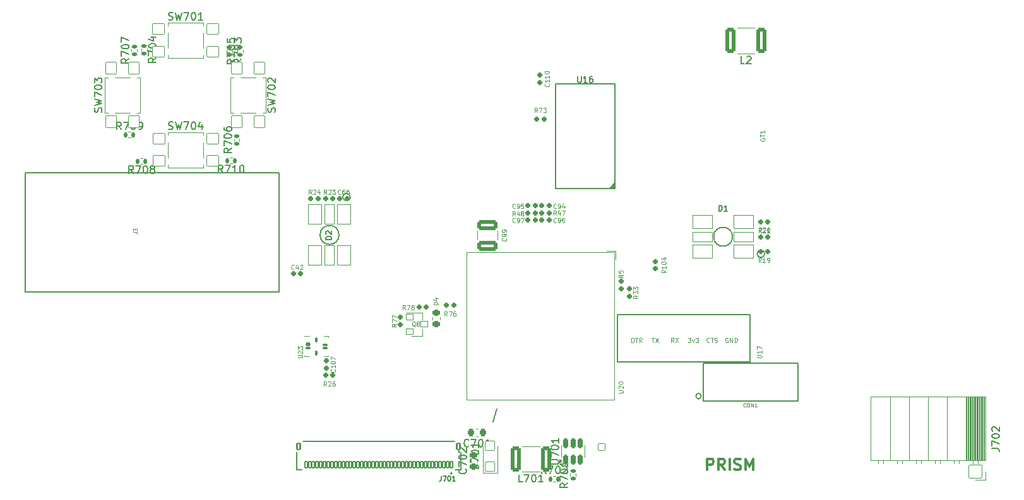
<source format=gbr>
G04 #@! TF.GenerationSoftware,KiCad,Pcbnew,8.0.6-8.0.6-0~ubuntu24.04.1*
G04 #@! TF.CreationDate,2025-03-07T13:19:28+05:30*
G04 #@! TF.ProjectId,DFTBoard,44465442-6f61-4726-942e-6b696361645f,rev?*
G04 #@! TF.SameCoordinates,Original*
G04 #@! TF.FileFunction,Legend,Top*
G04 #@! TF.FilePolarity,Positive*
%FSLAX46Y46*%
G04 Gerber Fmt 4.6, Leading zero omitted, Abs format (unit mm)*
G04 Created by KiCad (PCBNEW 8.0.6-8.0.6-0~ubuntu24.04.1) date 2025-03-07 13:19:28*
%MOMM*%
%LPD*%
G01*
G04 APERTURE LIST*
G04 Aperture macros list*
%AMRoundRect*
0 Rectangle with rounded corners*
0 $1 Rounding radius*
0 $2 $3 $4 $5 $6 $7 $8 $9 X,Y pos of 4 corners*
0 Add a 4 corners polygon primitive as box body*
4,1,4,$2,$3,$4,$5,$6,$7,$8,$9,$2,$3,0*
0 Add four circle primitives for the rounded corners*
1,1,$1+$1,$2,$3*
1,1,$1+$1,$4,$5*
1,1,$1+$1,$6,$7*
1,1,$1+$1,$8,$9*
0 Add four rect primitives between the rounded corners*
20,1,$1+$1,$2,$3,$4,$5,0*
20,1,$1+$1,$4,$5,$6,$7,0*
20,1,$1+$1,$6,$7,$8,$9,0*
20,1,$1+$1,$8,$9,$2,$3,0*%
%AMFreePoly0*
4,1,37,0.036564,0.214095,0.084773,0.196548,0.089776,0.193513,0.094600,0.189093,0.095074,0.188640,0.301140,-0.017426,0.304128,-0.021694,0.325810,-0.068190,0.327201,-0.073876,0.327486,-0.080413,0.327500,-0.081066,0.327500,-0.125000,0.326595,-0.130130,0.309048,-0.178339,0.302453,-0.186199,0.258024,-0.211851,0.251831,-0.213804,0.238807,-0.214943,0.237500,-0.215000,-0.237500,-0.215000,
-0.242630,-0.214095,-0.290839,-0.196548,-0.298699,-0.189953,-0.324351,-0.145524,-0.326304,-0.139331,-0.327443,-0.126307,-0.327500,-0.125000,-0.327500,0.125000,-0.326595,0.130130,-0.309048,0.178339,-0.302453,0.186199,-0.258024,0.211851,-0.251831,0.213804,-0.238807,0.214943,-0.237500,0.215000,0.031434,0.215000,0.036564,0.214095,0.036564,0.214095,$1*%
%AMFreePoly1*
4,1,37,0.242630,0.214095,0.290839,0.196548,0.298699,0.189953,0.324351,0.145524,0.326304,0.139331,0.327443,0.126307,0.327500,0.125000,0.327500,0.081066,0.326595,0.075936,0.309048,0.027727,0.306013,0.022724,0.301593,0.017900,0.301140,0.017426,0.095074,-0.188640,0.090806,-0.191628,0.044310,-0.213310,0.038624,-0.214701,0.032087,-0.214986,0.031434,-0.215000,-0.237500,-0.215000,
-0.242630,-0.214095,-0.290839,-0.196548,-0.298699,-0.189953,-0.324351,-0.145524,-0.326304,-0.139331,-0.327443,-0.126307,-0.327500,-0.125000,-0.327500,0.125000,-0.326595,0.130130,-0.309048,0.178339,-0.302453,0.186199,-0.258024,0.211851,-0.251831,0.213804,-0.238807,0.214943,-0.237500,0.215000,0.237500,0.215000,0.242630,0.214095,0.242630,0.214095,$1*%
%AMFreePoly2*
4,1,37,0.130130,0.326595,0.178339,0.309048,0.186199,0.302453,0.211851,0.258024,0.213804,0.251831,0.214943,0.238807,0.215000,0.237500,0.215000,-0.237500,0.214095,-0.242630,0.196548,-0.290839,0.189953,-0.298699,0.145524,-0.324351,0.139331,-0.326304,0.126307,-0.327443,0.125000,-0.327500,-0.125000,-0.327500,-0.130130,-0.326595,-0.178339,-0.309048,-0.186199,-0.302453,-0.211851,-0.258024,
-0.213804,-0.251831,-0.214943,-0.238807,-0.215000,-0.237500,-0.215000,0.031434,-0.214095,0.036564,-0.196548,0.084773,-0.193513,0.089776,-0.189093,0.094600,-0.188640,0.095074,0.017426,0.301140,0.021694,0.304128,0.068190,0.325810,0.073876,0.327201,0.080413,0.327486,0.081066,0.327500,0.125000,0.327500,0.130130,0.326595,0.130130,0.326595,$1*%
%AMFreePoly3*
4,1,37,-0.075936,0.326595,-0.027727,0.309048,-0.022724,0.306013,-0.017900,0.301593,-0.017426,0.301140,0.188640,0.095074,0.191628,0.090806,0.213310,0.044310,0.214701,0.038624,0.214986,0.032087,0.215000,0.031434,0.215000,-0.237500,0.214095,-0.242630,0.196548,-0.290839,0.189953,-0.298699,0.145524,-0.324351,0.139331,-0.326304,0.126307,-0.327443,0.125000,-0.327500,-0.125000,-0.327500,
-0.130130,-0.326595,-0.178339,-0.309048,-0.186199,-0.302453,-0.211851,-0.258024,-0.213804,-0.251831,-0.214943,-0.238807,-0.215000,-0.237500,-0.215000,0.237500,-0.214095,0.242630,-0.196548,0.290839,-0.189953,0.298699,-0.145524,0.324351,-0.139331,0.326304,-0.126307,0.327443,-0.125000,0.327500,-0.081066,0.327500,-0.075936,0.326595,-0.075936,0.326595,$1*%
%AMFreePoly4*
4,1,37,0.242630,0.214095,0.290839,0.196548,0.298699,0.189953,0.324351,0.145524,0.326304,0.139331,0.327443,0.126307,0.327500,0.125000,0.327500,-0.125000,0.326595,-0.130130,0.309048,-0.178339,0.302453,-0.186199,0.258024,-0.211851,0.251831,-0.213804,0.238807,-0.214943,0.237500,-0.215000,-0.031434,-0.215000,-0.036564,-0.214095,-0.084773,-0.196548,-0.089776,-0.193513,-0.094600,-0.189093,
-0.095074,-0.188640,-0.301140,0.017426,-0.304128,0.021694,-0.325810,0.068190,-0.327201,0.073876,-0.327486,0.080413,-0.327500,0.081066,-0.327500,0.125000,-0.326595,0.130130,-0.309048,0.178339,-0.302453,0.186199,-0.258024,0.211851,-0.251831,0.213804,-0.238807,0.214943,-0.237500,0.215000,0.237500,0.215000,0.242630,0.214095,0.242630,0.214095,$1*%
%AMFreePoly5*
4,1,37,0.242630,0.214095,0.290839,0.196548,0.298699,0.189953,0.324351,0.145524,0.326304,0.139331,0.327443,0.126307,0.327500,0.125000,0.327500,-0.125000,0.326595,-0.130130,0.309048,-0.178339,0.302453,-0.186199,0.258024,-0.211851,0.251831,-0.213804,0.238807,-0.214943,0.237500,-0.215000,-0.237500,-0.215000,-0.242630,-0.214095,-0.290839,-0.196548,-0.298699,-0.189953,-0.324351,-0.145524,
-0.326304,-0.139331,-0.327443,-0.126307,-0.327500,-0.125000,-0.327500,-0.081066,-0.326595,-0.075936,-0.309048,-0.027727,-0.306013,-0.022724,-0.301593,-0.017900,-0.301140,-0.017426,-0.095074,0.188640,-0.090806,0.191628,-0.044310,0.213310,-0.038624,0.214701,-0.032087,0.214986,-0.031434,0.215000,0.237500,0.215000,0.242630,0.214095,0.242630,0.214095,$1*%
%AMFreePoly6*
4,1,37,0.130130,0.326595,0.178339,0.309048,0.186199,0.302453,0.211851,0.258024,0.213804,0.251831,0.214943,0.238807,0.215000,0.237500,0.215000,-0.031434,0.214095,-0.036564,0.196548,-0.084773,0.193513,-0.089776,0.189093,-0.094600,0.188640,-0.095074,-0.017426,-0.301140,-0.021694,-0.304128,-0.068190,-0.325810,-0.073876,-0.327201,-0.080413,-0.327486,-0.081066,-0.327500,-0.125000,-0.327500,
-0.130130,-0.326595,-0.178339,-0.309048,-0.186199,-0.302453,-0.211851,-0.258024,-0.213804,-0.251831,-0.214943,-0.238807,-0.215000,-0.237500,-0.215000,0.237500,-0.214095,0.242630,-0.196548,0.290839,-0.189953,0.298699,-0.145524,0.324351,-0.139331,0.326304,-0.126307,0.327443,-0.125000,0.327500,0.125000,0.327500,0.130130,0.326595,0.130130,0.326595,$1*%
%AMFreePoly7*
4,1,37,0.130130,0.326595,0.178339,0.309048,0.186199,0.302453,0.211851,0.258024,0.213804,0.251831,0.214943,0.238807,0.215000,0.237500,0.215000,-0.237500,0.214095,-0.242630,0.196548,-0.290839,0.189953,-0.298699,0.145524,-0.324351,0.139331,-0.326304,0.126307,-0.327443,0.125000,-0.327500,0.081066,-0.327500,0.075936,-0.326595,0.027727,-0.309048,0.022724,-0.306013,0.017900,-0.301593,
0.017426,-0.301140,-0.188640,-0.095074,-0.191628,-0.090806,-0.213310,-0.044310,-0.214701,-0.038624,-0.214986,-0.032087,-0.215000,-0.031434,-0.215000,0.237500,-0.214095,0.242630,-0.196548,0.290839,-0.189953,0.298699,-0.145524,0.324351,-0.139331,0.326304,-0.126307,0.327443,-0.125000,0.327500,0.125000,0.327500,0.130130,0.326595,0.130130,0.326595,$1*%
G04 Aperture macros list end*
%ADD10C,0.200000*%
%ADD11C,0.375000*%
%ADD12C,0.100000*%
%ADD13C,0.150000*%
%ADD14C,0.075000*%
%ADD15C,0.152400*%
%ADD16C,0.120000*%
%ADD17C,0.203200*%
%ADD18RoundRect,0.155000X0.180000X-0.155000X0.180000X0.155000X-0.180000X0.155000X-0.180000X-0.155000X0*%
%ADD19RoundRect,0.155000X-0.155000X-0.180000X0.155000X-0.180000X0.155000X0.180000X-0.155000X0.180000X0*%
%ADD20RoundRect,0.015000X-0.450000X-0.400000X0.450000X-0.400000X0.450000X0.400000X-0.450000X0.400000X0*%
%ADD21RoundRect,0.155000X-0.180000X0.155000X-0.180000X-0.155000X0.180000X-0.155000X0.180000X0.155000X0*%
%ADD22RoundRect,0.226250X0.263750X-0.226250X0.263750X0.226250X-0.263750X0.226250X-0.263750X-0.226250X0*%
%ADD23RoundRect,0.155000X0.155000X0.180000X-0.155000X0.180000X-0.155000X-0.180000X0.155000X-0.180000X0*%
%ADD24C,0.360000*%
%ADD25C,4.030000*%
%ADD26C,3.030000*%
%ADD27C,2.030000*%
%ADD28RoundRect,0.015000X1.350010X0.849630X-1.350010X0.849630X-1.350010X-0.849630X1.350010X-0.849630X0*%
%ADD29RoundRect,0.015000X1.350010X0.650240X-1.350010X0.650240X-1.350010X-0.650240X1.350010X-0.650240X0*%
%ADD30RoundRect,0.015000X-0.849630X1.350010X-0.849630X-1.350010X0.849630X-1.350010X0.849630X1.350010X0*%
%ADD31RoundRect,0.015000X-0.650240X1.350010X-0.650240X-1.350010X0.650240X-1.350010X0.650240X1.350010X0*%
%ADD32C,0.430000*%
%ADD33C,1.808000*%
%ADD34RoundRect,0.256000X-1.084000X0.384000X-1.084000X-0.384000X1.084000X-0.384000X1.084000X0.384000X0*%
%ADD35FreePoly0,0.000000*%
%ADD36RoundRect,0.107500X-0.220000X-0.107500X0.220000X-0.107500X0.220000X0.107500X-0.220000X0.107500X0*%
%ADD37RoundRect,0.102500X-0.225000X-0.102500X0.225000X-0.102500X0.225000X0.102500X-0.225000X0.102500X0*%
%ADD38FreePoly1,0.000000*%
%ADD39FreePoly2,0.000000*%
%ADD40RoundRect,0.102500X-0.102500X-0.225000X0.102500X-0.225000X0.102500X0.225000X-0.102500X0.225000X0*%
%ADD41FreePoly3,0.000000*%
%ADD42FreePoly4,0.000000*%
%ADD43FreePoly5,0.000000*%
%ADD44FreePoly6,0.000000*%
%ADD45FreePoly7,0.000000*%
%ADD46RoundRect,0.142500X0.192500X-0.142500X0.192500X0.142500X-0.192500X0.142500X-0.192500X-0.142500X0*%
%ADD47RoundRect,0.232500X0.232500X0.257500X-0.232500X0.257500X-0.232500X-0.257500X0.232500X-0.257500X0*%
%ADD48RoundRect,0.015000X-0.700000X0.800000X-0.700000X-0.800000X0.700000X-0.800000X0.700000X0.800000X0*%
%ADD49RoundRect,0.255357X0.459643X1.459643X-0.459643X1.459643X-0.459643X-1.459643X0.459643X-1.459643X0*%
%ADD50RoundRect,0.142500X-0.192500X0.142500X-0.192500X-0.142500X0.192500X-0.142500X0.192500X0.142500X0*%
%ADD51RoundRect,0.102000X0.150000X0.400000X-0.150000X0.400000X-0.150000X-0.400000X0.150000X-0.400000X0*%
%ADD52RoundRect,0.102000X0.200000X0.400000X-0.200000X0.400000X-0.200000X-0.400000X0.200000X-0.400000X0*%
%ADD53RoundRect,0.015000X-0.800000X-0.700000X0.800000X-0.700000X0.800000X0.700000X-0.800000X0.700000X0*%
%ADD54RoundRect,0.015000X0.600000X-0.600000X0.600000X0.600000X-0.600000X0.600000X-0.600000X-0.600000X0*%
%ADD55RoundRect,0.142500X-0.142500X-0.192500X0.142500X-0.192500X0.142500X0.192500X-0.142500X0.192500X0*%
%ADD56RoundRect,0.015000X-0.850000X0.850000X-0.850000X-0.850000X0.850000X-0.850000X0.850000X0.850000X0*%
%ADD57O,1.730000X1.730000*%
%ADD58RoundRect,0.142500X0.142500X0.192500X-0.142500X0.192500X-0.142500X-0.192500X0.142500X-0.192500X0*%
%ADD59RoundRect,0.232500X0.257500X-0.232500X0.257500X0.232500X-0.257500X0.232500X-0.257500X-0.232500X0*%
%ADD60RoundRect,0.015000X0.700000X-0.800000X0.700000X0.800000X-0.700000X0.800000X-0.700000X-0.800000X0*%
%ADD61RoundRect,0.157500X0.157500X-0.520000X0.157500X0.520000X-0.157500X0.520000X-0.157500X-0.520000X0*%
%ADD62RoundRect,0.015000X0.425000X0.425000X-0.425000X0.425000X-0.425000X-0.425000X0.425000X-0.425000X0*%
%ADD63O,0.880000X0.880000*%
G04 APERTURE END LIST*
D10*
X156750000Y-149723824D02*
X156250000Y-151473824D01*
D11*
X184998571Y-157934428D02*
X184998571Y-156434428D01*
X184998571Y-156434428D02*
X185570000Y-156434428D01*
X185570000Y-156434428D02*
X185712857Y-156505857D01*
X185712857Y-156505857D02*
X185784286Y-156577285D01*
X185784286Y-156577285D02*
X185855714Y-156720142D01*
X185855714Y-156720142D02*
X185855714Y-156934428D01*
X185855714Y-156934428D02*
X185784286Y-157077285D01*
X185784286Y-157077285D02*
X185712857Y-157148714D01*
X185712857Y-157148714D02*
X185570000Y-157220142D01*
X185570000Y-157220142D02*
X184998571Y-157220142D01*
X187355714Y-157934428D02*
X186855714Y-157220142D01*
X186498571Y-157934428D02*
X186498571Y-156434428D01*
X186498571Y-156434428D02*
X187070000Y-156434428D01*
X187070000Y-156434428D02*
X187212857Y-156505857D01*
X187212857Y-156505857D02*
X187284286Y-156577285D01*
X187284286Y-156577285D02*
X187355714Y-156720142D01*
X187355714Y-156720142D02*
X187355714Y-156934428D01*
X187355714Y-156934428D02*
X187284286Y-157077285D01*
X187284286Y-157077285D02*
X187212857Y-157148714D01*
X187212857Y-157148714D02*
X187070000Y-157220142D01*
X187070000Y-157220142D02*
X186498571Y-157220142D01*
X187998571Y-157934428D02*
X187998571Y-156434428D01*
X188641429Y-157863000D02*
X188855715Y-157934428D01*
X188855715Y-157934428D02*
X189212857Y-157934428D01*
X189212857Y-157934428D02*
X189355715Y-157863000D01*
X189355715Y-157863000D02*
X189427143Y-157791571D01*
X189427143Y-157791571D02*
X189498572Y-157648714D01*
X189498572Y-157648714D02*
X189498572Y-157505857D01*
X189498572Y-157505857D02*
X189427143Y-157363000D01*
X189427143Y-157363000D02*
X189355715Y-157291571D01*
X189355715Y-157291571D02*
X189212857Y-157220142D01*
X189212857Y-157220142D02*
X188927143Y-157148714D01*
X188927143Y-157148714D02*
X188784286Y-157077285D01*
X188784286Y-157077285D02*
X188712857Y-157005857D01*
X188712857Y-157005857D02*
X188641429Y-156863000D01*
X188641429Y-156863000D02*
X188641429Y-156720142D01*
X188641429Y-156720142D02*
X188712857Y-156577285D01*
X188712857Y-156577285D02*
X188784286Y-156505857D01*
X188784286Y-156505857D02*
X188927143Y-156434428D01*
X188927143Y-156434428D02*
X189284286Y-156434428D01*
X189284286Y-156434428D02*
X189498572Y-156505857D01*
X190141428Y-157934428D02*
X190141428Y-156434428D01*
X190141428Y-156434428D02*
X190641428Y-157505857D01*
X190641428Y-157505857D02*
X191141428Y-156434428D01*
X191141428Y-156434428D02*
X191141428Y-157934428D01*
D12*
X173696505Y-131711524D02*
X173410791Y-131911524D01*
X173696505Y-132054381D02*
X173096505Y-132054381D01*
X173096505Y-132054381D02*
X173096505Y-131825810D01*
X173096505Y-131825810D02*
X173125076Y-131768667D01*
X173125076Y-131768667D02*
X173153648Y-131740096D01*
X173153648Y-131740096D02*
X173210791Y-131711524D01*
X173210791Y-131711524D02*
X173296505Y-131711524D01*
X173296505Y-131711524D02*
X173353648Y-131740096D01*
X173353648Y-131740096D02*
X173382219Y-131768667D01*
X173382219Y-131768667D02*
X173410791Y-131825810D01*
X173410791Y-131825810D02*
X173410791Y-132054381D01*
X173096505Y-131168667D02*
X173096505Y-131454381D01*
X173096505Y-131454381D02*
X173382219Y-131482953D01*
X173382219Y-131482953D02*
X173353648Y-131454381D01*
X173353648Y-131454381D02*
X173325076Y-131397239D01*
X173325076Y-131397239D02*
X173325076Y-131254381D01*
X173325076Y-131254381D02*
X173353648Y-131197239D01*
X173353648Y-131197239D02*
X173382219Y-131168667D01*
X173382219Y-131168667D02*
X173439362Y-131140096D01*
X173439362Y-131140096D02*
X173582219Y-131140096D01*
X173582219Y-131140096D02*
X173639362Y-131168667D01*
X173639362Y-131168667D02*
X173667934Y-131197239D01*
X173667934Y-131197239D02*
X173696505Y-131254381D01*
X173696505Y-131254381D02*
X173696505Y-131397239D01*
X173696505Y-131397239D02*
X173667934Y-131454381D01*
X173667934Y-131454381D02*
X173639362Y-131482953D01*
X162238419Y-109928896D02*
X162038419Y-109643182D01*
X161895562Y-109928896D02*
X161895562Y-109328896D01*
X161895562Y-109328896D02*
X162124133Y-109328896D01*
X162124133Y-109328896D02*
X162181276Y-109357467D01*
X162181276Y-109357467D02*
X162209847Y-109386039D01*
X162209847Y-109386039D02*
X162238419Y-109443182D01*
X162238419Y-109443182D02*
X162238419Y-109528896D01*
X162238419Y-109528896D02*
X162209847Y-109586039D01*
X162209847Y-109586039D02*
X162181276Y-109614610D01*
X162181276Y-109614610D02*
X162124133Y-109643182D01*
X162124133Y-109643182D02*
X161895562Y-109643182D01*
X162438419Y-109328896D02*
X162838419Y-109328896D01*
X162838419Y-109328896D02*
X162581276Y-109928896D01*
X163009848Y-109328896D02*
X163381276Y-109328896D01*
X163381276Y-109328896D02*
X163181276Y-109557467D01*
X163181276Y-109557467D02*
X163266991Y-109557467D01*
X163266991Y-109557467D02*
X163324134Y-109586039D01*
X163324134Y-109586039D02*
X163352705Y-109614610D01*
X163352705Y-109614610D02*
X163381276Y-109671753D01*
X163381276Y-109671753D02*
X163381276Y-109814610D01*
X163381276Y-109814610D02*
X163352705Y-109871753D01*
X163352705Y-109871753D02*
X163324134Y-109900325D01*
X163324134Y-109900325D02*
X163266991Y-109928896D01*
X163266991Y-109928896D02*
X163095562Y-109928896D01*
X163095562Y-109928896D02*
X163038419Y-109900325D01*
X163038419Y-109900325D02*
X163009848Y-109871753D01*
X192140942Y-113417143D02*
X192112371Y-113474286D01*
X192112371Y-113474286D02*
X192112371Y-113560000D01*
X192112371Y-113560000D02*
X192140942Y-113645714D01*
X192140942Y-113645714D02*
X192198085Y-113702857D01*
X192198085Y-113702857D02*
X192255228Y-113731428D01*
X192255228Y-113731428D02*
X192369514Y-113760000D01*
X192369514Y-113760000D02*
X192455228Y-113760000D01*
X192455228Y-113760000D02*
X192569514Y-113731428D01*
X192569514Y-113731428D02*
X192626657Y-113702857D01*
X192626657Y-113702857D02*
X192683800Y-113645714D01*
X192683800Y-113645714D02*
X192712371Y-113560000D01*
X192712371Y-113560000D02*
X192712371Y-113502857D01*
X192712371Y-113502857D02*
X192683800Y-113417143D01*
X192683800Y-113417143D02*
X192655228Y-113388571D01*
X192655228Y-113388571D02*
X192455228Y-113388571D01*
X192455228Y-113388571D02*
X192455228Y-113502857D01*
X192112371Y-113217143D02*
X192112371Y-112874286D01*
X192712371Y-113045714D02*
X192112371Y-113045714D01*
X192712371Y-112360000D02*
X192712371Y-112702857D01*
X192712371Y-112531428D02*
X192112371Y-112531428D01*
X192112371Y-112531428D02*
X192198085Y-112588571D01*
X192198085Y-112588571D02*
X192255228Y-112645714D01*
X192255228Y-112645714D02*
X192283800Y-112702857D01*
X145866991Y-138656039D02*
X145809848Y-138627467D01*
X145809848Y-138627467D02*
X145752705Y-138570325D01*
X145752705Y-138570325D02*
X145666991Y-138484610D01*
X145666991Y-138484610D02*
X145609848Y-138456039D01*
X145609848Y-138456039D02*
X145552705Y-138456039D01*
X145581276Y-138598896D02*
X145524134Y-138570325D01*
X145524134Y-138570325D02*
X145466991Y-138513182D01*
X145466991Y-138513182D02*
X145438419Y-138398896D01*
X145438419Y-138398896D02*
X145438419Y-138198896D01*
X145438419Y-138198896D02*
X145466991Y-138084610D01*
X145466991Y-138084610D02*
X145524134Y-138027467D01*
X145524134Y-138027467D02*
X145581276Y-137998896D01*
X145581276Y-137998896D02*
X145695562Y-137998896D01*
X145695562Y-137998896D02*
X145752705Y-138027467D01*
X145752705Y-138027467D02*
X145809848Y-138084610D01*
X145809848Y-138084610D02*
X145838419Y-138198896D01*
X145838419Y-138198896D02*
X145838419Y-138398896D01*
X145838419Y-138398896D02*
X145809848Y-138513182D01*
X145809848Y-138513182D02*
X145752705Y-138570325D01*
X145752705Y-138570325D02*
X145695562Y-138598896D01*
X145695562Y-138598896D02*
X145581276Y-138598896D01*
X146181276Y-138256039D02*
X146124133Y-138227467D01*
X146124133Y-138227467D02*
X146095562Y-138198896D01*
X146095562Y-138198896D02*
X146066990Y-138141753D01*
X146066990Y-138141753D02*
X146066990Y-138113182D01*
X146066990Y-138113182D02*
X146095562Y-138056039D01*
X146095562Y-138056039D02*
X146124133Y-138027467D01*
X146124133Y-138027467D02*
X146181276Y-137998896D01*
X146181276Y-137998896D02*
X146295562Y-137998896D01*
X146295562Y-137998896D02*
X146352705Y-138027467D01*
X146352705Y-138027467D02*
X146381276Y-138056039D01*
X146381276Y-138056039D02*
X146409847Y-138113182D01*
X146409847Y-138113182D02*
X146409847Y-138141753D01*
X146409847Y-138141753D02*
X146381276Y-138198896D01*
X146381276Y-138198896D02*
X146352705Y-138227467D01*
X146352705Y-138227467D02*
X146295562Y-138256039D01*
X146295562Y-138256039D02*
X146181276Y-138256039D01*
X146181276Y-138256039D02*
X146124133Y-138284610D01*
X146124133Y-138284610D02*
X146095562Y-138313182D01*
X146095562Y-138313182D02*
X146066990Y-138370325D01*
X146066990Y-138370325D02*
X146066990Y-138484610D01*
X146066990Y-138484610D02*
X146095562Y-138541753D01*
X146095562Y-138541753D02*
X146124133Y-138570325D01*
X146124133Y-138570325D02*
X146181276Y-138598896D01*
X146181276Y-138598896D02*
X146295562Y-138598896D01*
X146295562Y-138598896D02*
X146352705Y-138570325D01*
X146352705Y-138570325D02*
X146381276Y-138541753D01*
X146381276Y-138541753D02*
X146409847Y-138484610D01*
X146409847Y-138484610D02*
X146409847Y-138370325D01*
X146409847Y-138370325D02*
X146381276Y-138313182D01*
X146381276Y-138313182D02*
X146352705Y-138284610D01*
X146352705Y-138284610D02*
X146295562Y-138256039D01*
X175696505Y-134512239D02*
X175410791Y-134712239D01*
X175696505Y-134855096D02*
X175096505Y-134855096D01*
X175096505Y-134855096D02*
X175096505Y-134626525D01*
X175096505Y-134626525D02*
X175125076Y-134569382D01*
X175125076Y-134569382D02*
X175153648Y-134540811D01*
X175153648Y-134540811D02*
X175210791Y-134512239D01*
X175210791Y-134512239D02*
X175296505Y-134512239D01*
X175296505Y-134512239D02*
X175353648Y-134540811D01*
X175353648Y-134540811D02*
X175382219Y-134569382D01*
X175382219Y-134569382D02*
X175410791Y-134626525D01*
X175410791Y-134626525D02*
X175410791Y-134855096D01*
X175096505Y-134312239D02*
X175096505Y-133940811D01*
X175096505Y-133940811D02*
X175325076Y-134140811D01*
X175325076Y-134140811D02*
X175325076Y-134055096D01*
X175325076Y-134055096D02*
X175353648Y-133997954D01*
X175353648Y-133997954D02*
X175382219Y-133969382D01*
X175382219Y-133969382D02*
X175439362Y-133940811D01*
X175439362Y-133940811D02*
X175582219Y-133940811D01*
X175582219Y-133940811D02*
X175639362Y-133969382D01*
X175639362Y-133969382D02*
X175667934Y-133997954D01*
X175667934Y-133997954D02*
X175696505Y-134055096D01*
X175696505Y-134055096D02*
X175696505Y-134226525D01*
X175696505Y-134226525D02*
X175667934Y-134283668D01*
X175667934Y-134283668D02*
X175639362Y-134312239D01*
X175096505Y-133740810D02*
X175096505Y-133369382D01*
X175096505Y-133369382D02*
X175325076Y-133569382D01*
X175325076Y-133569382D02*
X175325076Y-133483667D01*
X175325076Y-133483667D02*
X175353648Y-133426525D01*
X175353648Y-133426525D02*
X175382219Y-133397953D01*
X175382219Y-133397953D02*
X175439362Y-133369382D01*
X175439362Y-133369382D02*
X175582219Y-133369382D01*
X175582219Y-133369382D02*
X175639362Y-133397953D01*
X175639362Y-133397953D02*
X175667934Y-133426525D01*
X175667934Y-133426525D02*
X175696505Y-133483667D01*
X175696505Y-133483667D02*
X175696505Y-133655096D01*
X175696505Y-133655096D02*
X175667934Y-133712239D01*
X175667934Y-133712239D02*
X175639362Y-133740810D01*
X143296505Y-138312239D02*
X143010791Y-138512239D01*
X143296505Y-138655096D02*
X142696505Y-138655096D01*
X142696505Y-138655096D02*
X142696505Y-138426525D01*
X142696505Y-138426525D02*
X142725076Y-138369382D01*
X142725076Y-138369382D02*
X142753648Y-138340811D01*
X142753648Y-138340811D02*
X142810791Y-138312239D01*
X142810791Y-138312239D02*
X142896505Y-138312239D01*
X142896505Y-138312239D02*
X142953648Y-138340811D01*
X142953648Y-138340811D02*
X142982219Y-138369382D01*
X142982219Y-138369382D02*
X143010791Y-138426525D01*
X143010791Y-138426525D02*
X143010791Y-138655096D01*
X142696505Y-138112239D02*
X142696505Y-137712239D01*
X142696505Y-137712239D02*
X143296505Y-137969382D01*
X142696505Y-137540810D02*
X142696505Y-137140810D01*
X142696505Y-137140810D02*
X143296505Y-137397953D01*
X144538419Y-136398896D02*
X144338419Y-136113182D01*
X144195562Y-136398896D02*
X144195562Y-135798896D01*
X144195562Y-135798896D02*
X144424133Y-135798896D01*
X144424133Y-135798896D02*
X144481276Y-135827467D01*
X144481276Y-135827467D02*
X144509847Y-135856039D01*
X144509847Y-135856039D02*
X144538419Y-135913182D01*
X144538419Y-135913182D02*
X144538419Y-135998896D01*
X144538419Y-135998896D02*
X144509847Y-136056039D01*
X144509847Y-136056039D02*
X144481276Y-136084610D01*
X144481276Y-136084610D02*
X144424133Y-136113182D01*
X144424133Y-136113182D02*
X144195562Y-136113182D01*
X144738419Y-135798896D02*
X145138419Y-135798896D01*
X145138419Y-135798896D02*
X144881276Y-136398896D01*
X145452705Y-136056039D02*
X145395562Y-136027467D01*
X145395562Y-136027467D02*
X145366991Y-135998896D01*
X145366991Y-135998896D02*
X145338419Y-135941753D01*
X145338419Y-135941753D02*
X145338419Y-135913182D01*
X145338419Y-135913182D02*
X145366991Y-135856039D01*
X145366991Y-135856039D02*
X145395562Y-135827467D01*
X145395562Y-135827467D02*
X145452705Y-135798896D01*
X145452705Y-135798896D02*
X145566991Y-135798896D01*
X145566991Y-135798896D02*
X145624134Y-135827467D01*
X145624134Y-135827467D02*
X145652705Y-135856039D01*
X145652705Y-135856039D02*
X145681276Y-135913182D01*
X145681276Y-135913182D02*
X145681276Y-135941753D01*
X145681276Y-135941753D02*
X145652705Y-135998896D01*
X145652705Y-135998896D02*
X145624134Y-136027467D01*
X145624134Y-136027467D02*
X145566991Y-136056039D01*
X145566991Y-136056039D02*
X145452705Y-136056039D01*
X145452705Y-136056039D02*
X145395562Y-136084610D01*
X145395562Y-136084610D02*
X145366991Y-136113182D01*
X145366991Y-136113182D02*
X145338419Y-136170325D01*
X145338419Y-136170325D02*
X145338419Y-136284610D01*
X145338419Y-136284610D02*
X145366991Y-136341753D01*
X145366991Y-136341753D02*
X145395562Y-136370325D01*
X145395562Y-136370325D02*
X145452705Y-136398896D01*
X145452705Y-136398896D02*
X145566991Y-136398896D01*
X145566991Y-136398896D02*
X145624134Y-136370325D01*
X145624134Y-136370325D02*
X145652705Y-136341753D01*
X145652705Y-136341753D02*
X145681276Y-136284610D01*
X145681276Y-136284610D02*
X145681276Y-136170325D01*
X145681276Y-136170325D02*
X145652705Y-136113182D01*
X145652705Y-136113182D02*
X145624134Y-136084610D01*
X145624134Y-136084610D02*
X145566991Y-136056039D01*
X148896505Y-135769381D02*
X148296505Y-135769381D01*
X148296505Y-135769381D02*
X148296505Y-135626524D01*
X148296505Y-135626524D02*
X148325076Y-135540810D01*
X148325076Y-135540810D02*
X148382219Y-135483667D01*
X148382219Y-135483667D02*
X148439362Y-135455096D01*
X148439362Y-135455096D02*
X148553648Y-135426524D01*
X148553648Y-135426524D02*
X148639362Y-135426524D01*
X148639362Y-135426524D02*
X148753648Y-135455096D01*
X148753648Y-135455096D02*
X148810791Y-135483667D01*
X148810791Y-135483667D02*
X148867934Y-135540810D01*
X148867934Y-135540810D02*
X148896505Y-135626524D01*
X148896505Y-135626524D02*
X148896505Y-135769381D01*
X148496505Y-134912239D02*
X148896505Y-134912239D01*
X148267934Y-135055096D02*
X148696505Y-135197953D01*
X148696505Y-135197953D02*
X148696505Y-134826524D01*
X159238419Y-124641753D02*
X159209847Y-124670325D01*
X159209847Y-124670325D02*
X159124133Y-124698896D01*
X159124133Y-124698896D02*
X159066990Y-124698896D01*
X159066990Y-124698896D02*
X158981276Y-124670325D01*
X158981276Y-124670325D02*
X158924133Y-124613182D01*
X158924133Y-124613182D02*
X158895562Y-124556039D01*
X158895562Y-124556039D02*
X158866990Y-124441753D01*
X158866990Y-124441753D02*
X158866990Y-124356039D01*
X158866990Y-124356039D02*
X158895562Y-124241753D01*
X158895562Y-124241753D02*
X158924133Y-124184610D01*
X158924133Y-124184610D02*
X158981276Y-124127467D01*
X158981276Y-124127467D02*
X159066990Y-124098896D01*
X159066990Y-124098896D02*
X159124133Y-124098896D01*
X159124133Y-124098896D02*
X159209847Y-124127467D01*
X159209847Y-124127467D02*
X159238419Y-124156039D01*
X159524133Y-124698896D02*
X159638419Y-124698896D01*
X159638419Y-124698896D02*
X159695562Y-124670325D01*
X159695562Y-124670325D02*
X159724133Y-124641753D01*
X159724133Y-124641753D02*
X159781276Y-124556039D01*
X159781276Y-124556039D02*
X159809847Y-124441753D01*
X159809847Y-124441753D02*
X159809847Y-124213182D01*
X159809847Y-124213182D02*
X159781276Y-124156039D01*
X159781276Y-124156039D02*
X159752705Y-124127467D01*
X159752705Y-124127467D02*
X159695562Y-124098896D01*
X159695562Y-124098896D02*
X159581276Y-124098896D01*
X159581276Y-124098896D02*
X159524133Y-124127467D01*
X159524133Y-124127467D02*
X159495562Y-124156039D01*
X159495562Y-124156039D02*
X159466990Y-124213182D01*
X159466990Y-124213182D02*
X159466990Y-124356039D01*
X159466990Y-124356039D02*
X159495562Y-124413182D01*
X159495562Y-124413182D02*
X159524133Y-124441753D01*
X159524133Y-124441753D02*
X159581276Y-124470325D01*
X159581276Y-124470325D02*
X159695562Y-124470325D01*
X159695562Y-124470325D02*
X159752705Y-124441753D01*
X159752705Y-124441753D02*
X159781276Y-124413182D01*
X159781276Y-124413182D02*
X159809847Y-124356039D01*
X160009848Y-124098896D02*
X160409848Y-124098896D01*
X160409848Y-124098896D02*
X160152705Y-124698896D01*
X164738419Y-124641753D02*
X164709847Y-124670325D01*
X164709847Y-124670325D02*
X164624133Y-124698896D01*
X164624133Y-124698896D02*
X164566990Y-124698896D01*
X164566990Y-124698896D02*
X164481276Y-124670325D01*
X164481276Y-124670325D02*
X164424133Y-124613182D01*
X164424133Y-124613182D02*
X164395562Y-124556039D01*
X164395562Y-124556039D02*
X164366990Y-124441753D01*
X164366990Y-124441753D02*
X164366990Y-124356039D01*
X164366990Y-124356039D02*
X164395562Y-124241753D01*
X164395562Y-124241753D02*
X164424133Y-124184610D01*
X164424133Y-124184610D02*
X164481276Y-124127467D01*
X164481276Y-124127467D02*
X164566990Y-124098896D01*
X164566990Y-124098896D02*
X164624133Y-124098896D01*
X164624133Y-124098896D02*
X164709847Y-124127467D01*
X164709847Y-124127467D02*
X164738419Y-124156039D01*
X165024133Y-124698896D02*
X165138419Y-124698896D01*
X165138419Y-124698896D02*
X165195562Y-124670325D01*
X165195562Y-124670325D02*
X165224133Y-124641753D01*
X165224133Y-124641753D02*
X165281276Y-124556039D01*
X165281276Y-124556039D02*
X165309847Y-124441753D01*
X165309847Y-124441753D02*
X165309847Y-124213182D01*
X165309847Y-124213182D02*
X165281276Y-124156039D01*
X165281276Y-124156039D02*
X165252705Y-124127467D01*
X165252705Y-124127467D02*
X165195562Y-124098896D01*
X165195562Y-124098896D02*
X165081276Y-124098896D01*
X165081276Y-124098896D02*
X165024133Y-124127467D01*
X165024133Y-124127467D02*
X164995562Y-124156039D01*
X164995562Y-124156039D02*
X164966990Y-124213182D01*
X164966990Y-124213182D02*
X164966990Y-124356039D01*
X164966990Y-124356039D02*
X164995562Y-124413182D01*
X164995562Y-124413182D02*
X165024133Y-124441753D01*
X165024133Y-124441753D02*
X165081276Y-124470325D01*
X165081276Y-124470325D02*
X165195562Y-124470325D01*
X165195562Y-124470325D02*
X165252705Y-124441753D01*
X165252705Y-124441753D02*
X165281276Y-124413182D01*
X165281276Y-124413182D02*
X165309847Y-124356039D01*
X165824134Y-124098896D02*
X165709848Y-124098896D01*
X165709848Y-124098896D02*
X165652705Y-124127467D01*
X165652705Y-124127467D02*
X165624134Y-124156039D01*
X165624134Y-124156039D02*
X165566991Y-124241753D01*
X165566991Y-124241753D02*
X165538419Y-124356039D01*
X165538419Y-124356039D02*
X165538419Y-124584610D01*
X165538419Y-124584610D02*
X165566991Y-124641753D01*
X165566991Y-124641753D02*
X165595562Y-124670325D01*
X165595562Y-124670325D02*
X165652705Y-124698896D01*
X165652705Y-124698896D02*
X165766991Y-124698896D01*
X165766991Y-124698896D02*
X165824134Y-124670325D01*
X165824134Y-124670325D02*
X165852705Y-124641753D01*
X165852705Y-124641753D02*
X165881276Y-124584610D01*
X165881276Y-124584610D02*
X165881276Y-124441753D01*
X165881276Y-124441753D02*
X165852705Y-124384610D01*
X165852705Y-124384610D02*
X165824134Y-124356039D01*
X165824134Y-124356039D02*
X165766991Y-124327467D01*
X165766991Y-124327467D02*
X165652705Y-124327467D01*
X165652705Y-124327467D02*
X165595562Y-124356039D01*
X165595562Y-124356039D02*
X165566991Y-124384610D01*
X165566991Y-124384610D02*
X165538419Y-124441753D01*
X159238419Y-122741753D02*
X159209847Y-122770325D01*
X159209847Y-122770325D02*
X159124133Y-122798896D01*
X159124133Y-122798896D02*
X159066990Y-122798896D01*
X159066990Y-122798896D02*
X158981276Y-122770325D01*
X158981276Y-122770325D02*
X158924133Y-122713182D01*
X158924133Y-122713182D02*
X158895562Y-122656039D01*
X158895562Y-122656039D02*
X158866990Y-122541753D01*
X158866990Y-122541753D02*
X158866990Y-122456039D01*
X158866990Y-122456039D02*
X158895562Y-122341753D01*
X158895562Y-122341753D02*
X158924133Y-122284610D01*
X158924133Y-122284610D02*
X158981276Y-122227467D01*
X158981276Y-122227467D02*
X159066990Y-122198896D01*
X159066990Y-122198896D02*
X159124133Y-122198896D01*
X159124133Y-122198896D02*
X159209847Y-122227467D01*
X159209847Y-122227467D02*
X159238419Y-122256039D01*
X159524133Y-122798896D02*
X159638419Y-122798896D01*
X159638419Y-122798896D02*
X159695562Y-122770325D01*
X159695562Y-122770325D02*
X159724133Y-122741753D01*
X159724133Y-122741753D02*
X159781276Y-122656039D01*
X159781276Y-122656039D02*
X159809847Y-122541753D01*
X159809847Y-122541753D02*
X159809847Y-122313182D01*
X159809847Y-122313182D02*
X159781276Y-122256039D01*
X159781276Y-122256039D02*
X159752705Y-122227467D01*
X159752705Y-122227467D02*
X159695562Y-122198896D01*
X159695562Y-122198896D02*
X159581276Y-122198896D01*
X159581276Y-122198896D02*
X159524133Y-122227467D01*
X159524133Y-122227467D02*
X159495562Y-122256039D01*
X159495562Y-122256039D02*
X159466990Y-122313182D01*
X159466990Y-122313182D02*
X159466990Y-122456039D01*
X159466990Y-122456039D02*
X159495562Y-122513182D01*
X159495562Y-122513182D02*
X159524133Y-122541753D01*
X159524133Y-122541753D02*
X159581276Y-122570325D01*
X159581276Y-122570325D02*
X159695562Y-122570325D01*
X159695562Y-122570325D02*
X159752705Y-122541753D01*
X159752705Y-122541753D02*
X159781276Y-122513182D01*
X159781276Y-122513182D02*
X159809847Y-122456039D01*
X160352705Y-122198896D02*
X160066991Y-122198896D01*
X160066991Y-122198896D02*
X160038419Y-122484610D01*
X160038419Y-122484610D02*
X160066991Y-122456039D01*
X160066991Y-122456039D02*
X160124134Y-122427467D01*
X160124134Y-122427467D02*
X160266991Y-122427467D01*
X160266991Y-122427467D02*
X160324134Y-122456039D01*
X160324134Y-122456039D02*
X160352705Y-122484610D01*
X160352705Y-122484610D02*
X160381276Y-122541753D01*
X160381276Y-122541753D02*
X160381276Y-122684610D01*
X160381276Y-122684610D02*
X160352705Y-122741753D01*
X160352705Y-122741753D02*
X160324134Y-122770325D01*
X160324134Y-122770325D02*
X160266991Y-122798896D01*
X160266991Y-122798896D02*
X160124134Y-122798896D01*
X160124134Y-122798896D02*
X160066991Y-122770325D01*
X160066991Y-122770325D02*
X160038419Y-122741753D01*
X164738419Y-122741753D02*
X164709847Y-122770325D01*
X164709847Y-122770325D02*
X164624133Y-122798896D01*
X164624133Y-122798896D02*
X164566990Y-122798896D01*
X164566990Y-122798896D02*
X164481276Y-122770325D01*
X164481276Y-122770325D02*
X164424133Y-122713182D01*
X164424133Y-122713182D02*
X164395562Y-122656039D01*
X164395562Y-122656039D02*
X164366990Y-122541753D01*
X164366990Y-122541753D02*
X164366990Y-122456039D01*
X164366990Y-122456039D02*
X164395562Y-122341753D01*
X164395562Y-122341753D02*
X164424133Y-122284610D01*
X164424133Y-122284610D02*
X164481276Y-122227467D01*
X164481276Y-122227467D02*
X164566990Y-122198896D01*
X164566990Y-122198896D02*
X164624133Y-122198896D01*
X164624133Y-122198896D02*
X164709847Y-122227467D01*
X164709847Y-122227467D02*
X164738419Y-122256039D01*
X165024133Y-122798896D02*
X165138419Y-122798896D01*
X165138419Y-122798896D02*
X165195562Y-122770325D01*
X165195562Y-122770325D02*
X165224133Y-122741753D01*
X165224133Y-122741753D02*
X165281276Y-122656039D01*
X165281276Y-122656039D02*
X165309847Y-122541753D01*
X165309847Y-122541753D02*
X165309847Y-122313182D01*
X165309847Y-122313182D02*
X165281276Y-122256039D01*
X165281276Y-122256039D02*
X165252705Y-122227467D01*
X165252705Y-122227467D02*
X165195562Y-122198896D01*
X165195562Y-122198896D02*
X165081276Y-122198896D01*
X165081276Y-122198896D02*
X165024133Y-122227467D01*
X165024133Y-122227467D02*
X164995562Y-122256039D01*
X164995562Y-122256039D02*
X164966990Y-122313182D01*
X164966990Y-122313182D02*
X164966990Y-122456039D01*
X164966990Y-122456039D02*
X164995562Y-122513182D01*
X164995562Y-122513182D02*
X165024133Y-122541753D01*
X165024133Y-122541753D02*
X165081276Y-122570325D01*
X165081276Y-122570325D02*
X165195562Y-122570325D01*
X165195562Y-122570325D02*
X165252705Y-122541753D01*
X165252705Y-122541753D02*
X165281276Y-122513182D01*
X165281276Y-122513182D02*
X165309847Y-122456039D01*
X165824134Y-122398896D02*
X165824134Y-122798896D01*
X165681276Y-122170325D02*
X165538419Y-122598896D01*
X165538419Y-122598896D02*
X165909848Y-122598896D01*
X159238419Y-123798896D02*
X159038419Y-123513182D01*
X158895562Y-123798896D02*
X158895562Y-123198896D01*
X158895562Y-123198896D02*
X159124133Y-123198896D01*
X159124133Y-123198896D02*
X159181276Y-123227467D01*
X159181276Y-123227467D02*
X159209847Y-123256039D01*
X159209847Y-123256039D02*
X159238419Y-123313182D01*
X159238419Y-123313182D02*
X159238419Y-123398896D01*
X159238419Y-123398896D02*
X159209847Y-123456039D01*
X159209847Y-123456039D02*
X159181276Y-123484610D01*
X159181276Y-123484610D02*
X159124133Y-123513182D01*
X159124133Y-123513182D02*
X158895562Y-123513182D01*
X159752705Y-123398896D02*
X159752705Y-123798896D01*
X159609847Y-123170325D02*
X159466990Y-123598896D01*
X159466990Y-123598896D02*
X159838419Y-123598896D01*
X160152705Y-123456039D02*
X160095562Y-123427467D01*
X160095562Y-123427467D02*
X160066991Y-123398896D01*
X160066991Y-123398896D02*
X160038419Y-123341753D01*
X160038419Y-123341753D02*
X160038419Y-123313182D01*
X160038419Y-123313182D02*
X160066991Y-123256039D01*
X160066991Y-123256039D02*
X160095562Y-123227467D01*
X160095562Y-123227467D02*
X160152705Y-123198896D01*
X160152705Y-123198896D02*
X160266991Y-123198896D01*
X160266991Y-123198896D02*
X160324134Y-123227467D01*
X160324134Y-123227467D02*
X160352705Y-123256039D01*
X160352705Y-123256039D02*
X160381276Y-123313182D01*
X160381276Y-123313182D02*
X160381276Y-123341753D01*
X160381276Y-123341753D02*
X160352705Y-123398896D01*
X160352705Y-123398896D02*
X160324134Y-123427467D01*
X160324134Y-123427467D02*
X160266991Y-123456039D01*
X160266991Y-123456039D02*
X160152705Y-123456039D01*
X160152705Y-123456039D02*
X160095562Y-123484610D01*
X160095562Y-123484610D02*
X160066991Y-123513182D01*
X160066991Y-123513182D02*
X160038419Y-123570325D01*
X160038419Y-123570325D02*
X160038419Y-123684610D01*
X160038419Y-123684610D02*
X160066991Y-123741753D01*
X160066991Y-123741753D02*
X160095562Y-123770325D01*
X160095562Y-123770325D02*
X160152705Y-123798896D01*
X160152705Y-123798896D02*
X160266991Y-123798896D01*
X160266991Y-123798896D02*
X160324134Y-123770325D01*
X160324134Y-123770325D02*
X160352705Y-123741753D01*
X160352705Y-123741753D02*
X160381276Y-123684610D01*
X160381276Y-123684610D02*
X160381276Y-123570325D01*
X160381276Y-123570325D02*
X160352705Y-123513182D01*
X160352705Y-123513182D02*
X160324134Y-123484610D01*
X160324134Y-123484610D02*
X160266991Y-123456039D01*
X164738419Y-123698896D02*
X164538419Y-123413182D01*
X164395562Y-123698896D02*
X164395562Y-123098896D01*
X164395562Y-123098896D02*
X164624133Y-123098896D01*
X164624133Y-123098896D02*
X164681276Y-123127467D01*
X164681276Y-123127467D02*
X164709847Y-123156039D01*
X164709847Y-123156039D02*
X164738419Y-123213182D01*
X164738419Y-123213182D02*
X164738419Y-123298896D01*
X164738419Y-123298896D02*
X164709847Y-123356039D01*
X164709847Y-123356039D02*
X164681276Y-123384610D01*
X164681276Y-123384610D02*
X164624133Y-123413182D01*
X164624133Y-123413182D02*
X164395562Y-123413182D01*
X165252705Y-123298896D02*
X165252705Y-123698896D01*
X165109847Y-123070325D02*
X164966990Y-123498896D01*
X164966990Y-123498896D02*
X165338419Y-123498896D01*
X165509848Y-123098896D02*
X165909848Y-123098896D01*
X165909848Y-123098896D02*
X165652705Y-123698896D01*
D13*
X167633658Y-105088820D02*
X167633658Y-105736439D01*
X167633658Y-105736439D02*
X167671753Y-105812629D01*
X167671753Y-105812629D02*
X167709848Y-105850725D01*
X167709848Y-105850725D02*
X167786039Y-105888820D01*
X167786039Y-105888820D02*
X167938420Y-105888820D01*
X167938420Y-105888820D02*
X168014610Y-105850725D01*
X168014610Y-105850725D02*
X168052705Y-105812629D01*
X168052705Y-105812629D02*
X168090801Y-105736439D01*
X168090801Y-105736439D02*
X168090801Y-105088820D01*
X168890800Y-105888820D02*
X168433657Y-105888820D01*
X168662229Y-105888820D02*
X168662229Y-105088820D01*
X168662229Y-105088820D02*
X168586038Y-105203105D01*
X168586038Y-105203105D02*
X168509848Y-105279296D01*
X168509848Y-105279296D02*
X168433657Y-105317391D01*
X169576515Y-105088820D02*
X169424134Y-105088820D01*
X169424134Y-105088820D02*
X169347943Y-105126915D01*
X169347943Y-105126915D02*
X169309848Y-105165010D01*
X169309848Y-105165010D02*
X169233658Y-105279296D01*
X169233658Y-105279296D02*
X169195562Y-105431677D01*
X169195562Y-105431677D02*
X169195562Y-105736439D01*
X169195562Y-105736439D02*
X169233658Y-105812629D01*
X169233658Y-105812629D02*
X169271753Y-105850725D01*
X169271753Y-105850725D02*
X169347943Y-105888820D01*
X169347943Y-105888820D02*
X169500324Y-105888820D01*
X169500324Y-105888820D02*
X169576515Y-105850725D01*
X169576515Y-105850725D02*
X169614610Y-105812629D01*
X169614610Y-105812629D02*
X169652705Y-105736439D01*
X169652705Y-105736439D02*
X169652705Y-105545963D01*
X169652705Y-105545963D02*
X169614610Y-105469772D01*
X169614610Y-105469772D02*
X169576515Y-105431677D01*
X169576515Y-105431677D02*
X169500324Y-105393582D01*
X169500324Y-105393582D02*
X169347943Y-105393582D01*
X169347943Y-105393582D02*
X169271753Y-105431677D01*
X169271753Y-105431677D02*
X169233658Y-105469772D01*
X169233658Y-105469772D02*
X169195562Y-105545963D01*
D12*
X129588419Y-130941753D02*
X129559847Y-130970325D01*
X129559847Y-130970325D02*
X129474133Y-130998896D01*
X129474133Y-130998896D02*
X129416990Y-130998896D01*
X129416990Y-130998896D02*
X129331276Y-130970325D01*
X129331276Y-130970325D02*
X129274133Y-130913182D01*
X129274133Y-130913182D02*
X129245562Y-130856039D01*
X129245562Y-130856039D02*
X129216990Y-130741753D01*
X129216990Y-130741753D02*
X129216990Y-130656039D01*
X129216990Y-130656039D02*
X129245562Y-130541753D01*
X129245562Y-130541753D02*
X129274133Y-130484610D01*
X129274133Y-130484610D02*
X129331276Y-130427467D01*
X129331276Y-130427467D02*
X129416990Y-130398896D01*
X129416990Y-130398896D02*
X129474133Y-130398896D01*
X129474133Y-130398896D02*
X129559847Y-130427467D01*
X129559847Y-130427467D02*
X129588419Y-130456039D01*
X130102705Y-130598896D02*
X130102705Y-130998896D01*
X129959847Y-130370325D02*
X129816990Y-130798896D01*
X129816990Y-130798896D02*
X130188419Y-130798896D01*
X130388419Y-130456039D02*
X130416991Y-130427467D01*
X130416991Y-130427467D02*
X130474134Y-130398896D01*
X130474134Y-130398896D02*
X130616991Y-130398896D01*
X130616991Y-130398896D02*
X130674134Y-130427467D01*
X130674134Y-130427467D02*
X130702705Y-130456039D01*
X130702705Y-130456039D02*
X130731276Y-130513182D01*
X130731276Y-130513182D02*
X130731276Y-130570325D01*
X130731276Y-130570325D02*
X130702705Y-130656039D01*
X130702705Y-130656039D02*
X130359848Y-130998896D01*
X130359848Y-130998896D02*
X130731276Y-130998896D01*
X179466505Y-131097953D02*
X179180791Y-131297953D01*
X179466505Y-131440810D02*
X178866505Y-131440810D01*
X178866505Y-131440810D02*
X178866505Y-131212239D01*
X178866505Y-131212239D02*
X178895076Y-131155096D01*
X178895076Y-131155096D02*
X178923648Y-131126525D01*
X178923648Y-131126525D02*
X178980791Y-131097953D01*
X178980791Y-131097953D02*
X179066505Y-131097953D01*
X179066505Y-131097953D02*
X179123648Y-131126525D01*
X179123648Y-131126525D02*
X179152219Y-131155096D01*
X179152219Y-131155096D02*
X179180791Y-131212239D01*
X179180791Y-131212239D02*
X179180791Y-131440810D01*
X179466505Y-130526525D02*
X179466505Y-130869382D01*
X179466505Y-130697953D02*
X178866505Y-130697953D01*
X178866505Y-130697953D02*
X178952219Y-130755096D01*
X178952219Y-130755096D02*
X179009362Y-130812239D01*
X179009362Y-130812239D02*
X179037934Y-130869382D01*
X178866505Y-130155096D02*
X178866505Y-130097953D01*
X178866505Y-130097953D02*
X178895076Y-130040810D01*
X178895076Y-130040810D02*
X178923648Y-130012239D01*
X178923648Y-130012239D02*
X178980791Y-129983667D01*
X178980791Y-129983667D02*
X179095076Y-129955096D01*
X179095076Y-129955096D02*
X179237934Y-129955096D01*
X179237934Y-129955096D02*
X179352219Y-129983667D01*
X179352219Y-129983667D02*
X179409362Y-130012239D01*
X179409362Y-130012239D02*
X179437934Y-130040810D01*
X179437934Y-130040810D02*
X179466505Y-130097953D01*
X179466505Y-130097953D02*
X179466505Y-130155096D01*
X179466505Y-130155096D02*
X179437934Y-130212239D01*
X179437934Y-130212239D02*
X179409362Y-130240810D01*
X179409362Y-130240810D02*
X179352219Y-130269381D01*
X179352219Y-130269381D02*
X179237934Y-130297953D01*
X179237934Y-130297953D02*
X179095076Y-130297953D01*
X179095076Y-130297953D02*
X178980791Y-130269381D01*
X178980791Y-130269381D02*
X178923648Y-130240810D01*
X178923648Y-130240810D02*
X178895076Y-130212239D01*
X178895076Y-130212239D02*
X178866505Y-130155096D01*
X179066505Y-129440810D02*
X179466505Y-129440810D01*
X178837934Y-129583667D02*
X179266505Y-129726524D01*
X179266505Y-129726524D02*
X179266505Y-129355095D01*
D14*
X108052409Y-126026666D02*
X108409552Y-126026666D01*
X108409552Y-126026666D02*
X108480980Y-126050475D01*
X108480980Y-126050475D02*
X108528600Y-126098094D01*
X108528600Y-126098094D02*
X108552409Y-126169523D01*
X108552409Y-126169523D02*
X108552409Y-126217142D01*
X108052409Y-125836190D02*
X108052409Y-125526666D01*
X108052409Y-125526666D02*
X108242885Y-125693333D01*
X108242885Y-125693333D02*
X108242885Y-125621904D01*
X108242885Y-125621904D02*
X108266695Y-125574285D01*
X108266695Y-125574285D02*
X108290504Y-125550476D01*
X108290504Y-125550476D02*
X108338123Y-125526666D01*
X108338123Y-125526666D02*
X108457171Y-125526666D01*
X108457171Y-125526666D02*
X108504790Y-125550476D01*
X108504790Y-125550476D02*
X108528600Y-125574285D01*
X108528600Y-125574285D02*
X108552409Y-125621904D01*
X108552409Y-125621904D02*
X108552409Y-125764761D01*
X108552409Y-125764761D02*
X108528600Y-125812380D01*
X108528600Y-125812380D02*
X108504790Y-125836190D01*
X190136990Y-149436315D02*
X190113181Y-149460125D01*
X190113181Y-149460125D02*
X190041752Y-149483934D01*
X190041752Y-149483934D02*
X189994133Y-149483934D01*
X189994133Y-149483934D02*
X189922705Y-149460125D01*
X189922705Y-149460125D02*
X189875086Y-149412505D01*
X189875086Y-149412505D02*
X189851276Y-149364886D01*
X189851276Y-149364886D02*
X189827467Y-149269648D01*
X189827467Y-149269648D02*
X189827467Y-149198220D01*
X189827467Y-149198220D02*
X189851276Y-149102982D01*
X189851276Y-149102982D02*
X189875086Y-149055363D01*
X189875086Y-149055363D02*
X189922705Y-149007744D01*
X189922705Y-149007744D02*
X189994133Y-148983934D01*
X189994133Y-148983934D02*
X190041752Y-148983934D01*
X190041752Y-148983934D02*
X190113181Y-149007744D01*
X190113181Y-149007744D02*
X190136990Y-149031553D01*
X190446514Y-148983934D02*
X190541752Y-148983934D01*
X190541752Y-148983934D02*
X190589371Y-149007744D01*
X190589371Y-149007744D02*
X190636990Y-149055363D01*
X190636990Y-149055363D02*
X190660800Y-149150601D01*
X190660800Y-149150601D02*
X190660800Y-149317267D01*
X190660800Y-149317267D02*
X190636990Y-149412505D01*
X190636990Y-149412505D02*
X190589371Y-149460125D01*
X190589371Y-149460125D02*
X190541752Y-149483934D01*
X190541752Y-149483934D02*
X190446514Y-149483934D01*
X190446514Y-149483934D02*
X190398895Y-149460125D01*
X190398895Y-149460125D02*
X190351276Y-149412505D01*
X190351276Y-149412505D02*
X190327467Y-149317267D01*
X190327467Y-149317267D02*
X190327467Y-149150601D01*
X190327467Y-149150601D02*
X190351276Y-149055363D01*
X190351276Y-149055363D02*
X190398895Y-149007744D01*
X190398895Y-149007744D02*
X190446514Y-148983934D01*
X190875086Y-149483934D02*
X190875086Y-148983934D01*
X190875086Y-148983934D02*
X191160800Y-149483934D01*
X191160800Y-149483934D02*
X191160800Y-148983934D01*
X191660801Y-149483934D02*
X191375087Y-149483934D01*
X191517944Y-149483934D02*
X191517944Y-148983934D01*
X191517944Y-148983934D02*
X191470325Y-149055363D01*
X191470325Y-149055363D02*
X191422706Y-149102982D01*
X191422706Y-149102982D02*
X191375087Y-149126791D01*
D12*
X192238419Y-130068896D02*
X192038419Y-129783182D01*
X191895562Y-130068896D02*
X191895562Y-129468896D01*
X191895562Y-129468896D02*
X192124133Y-129468896D01*
X192124133Y-129468896D02*
X192181276Y-129497467D01*
X192181276Y-129497467D02*
X192209847Y-129526039D01*
X192209847Y-129526039D02*
X192238419Y-129583182D01*
X192238419Y-129583182D02*
X192238419Y-129668896D01*
X192238419Y-129668896D02*
X192209847Y-129726039D01*
X192209847Y-129726039D02*
X192181276Y-129754610D01*
X192181276Y-129754610D02*
X192124133Y-129783182D01*
X192124133Y-129783182D02*
X191895562Y-129783182D01*
X192809847Y-130068896D02*
X192466990Y-130068896D01*
X192638419Y-130068896D02*
X192638419Y-129468896D01*
X192638419Y-129468896D02*
X192581276Y-129554610D01*
X192581276Y-129554610D02*
X192524133Y-129611753D01*
X192524133Y-129611753D02*
X192466990Y-129640325D01*
X193095562Y-130068896D02*
X193209848Y-130068896D01*
X193209848Y-130068896D02*
X193266991Y-130040325D01*
X193266991Y-130040325D02*
X193295562Y-130011753D01*
X193295562Y-130011753D02*
X193352705Y-129926039D01*
X193352705Y-129926039D02*
X193381276Y-129811753D01*
X193381276Y-129811753D02*
X193381276Y-129583182D01*
X193381276Y-129583182D02*
X193352705Y-129526039D01*
X193352705Y-129526039D02*
X193324134Y-129497467D01*
X193324134Y-129497467D02*
X193266991Y-129468896D01*
X193266991Y-129468896D02*
X193152705Y-129468896D01*
X193152705Y-129468896D02*
X193095562Y-129497467D01*
X193095562Y-129497467D02*
X193066991Y-129526039D01*
X193066991Y-129526039D02*
X193038419Y-129583182D01*
X193038419Y-129583182D02*
X193038419Y-129726039D01*
X193038419Y-129726039D02*
X193066991Y-129783182D01*
X193066991Y-129783182D02*
X193095562Y-129811753D01*
X193095562Y-129811753D02*
X193152705Y-129840325D01*
X193152705Y-129840325D02*
X193266991Y-129840325D01*
X193266991Y-129840325D02*
X193324134Y-129811753D01*
X193324134Y-129811753D02*
X193352705Y-129783182D01*
X193352705Y-129783182D02*
X193381276Y-129726039D01*
D15*
X186561705Y-123161115D02*
X186561705Y-122399115D01*
X186561705Y-122399115D02*
X186743134Y-122399115D01*
X186743134Y-122399115D02*
X186851991Y-122435401D01*
X186851991Y-122435401D02*
X186924562Y-122507972D01*
X186924562Y-122507972D02*
X186960848Y-122580544D01*
X186960848Y-122580544D02*
X186997134Y-122725687D01*
X186997134Y-122725687D02*
X186997134Y-122834544D01*
X186997134Y-122834544D02*
X186960848Y-122979687D01*
X186960848Y-122979687D02*
X186924562Y-123052258D01*
X186924562Y-123052258D02*
X186851991Y-123124830D01*
X186851991Y-123124830D02*
X186743134Y-123161115D01*
X186743134Y-123161115D02*
X186561705Y-123161115D01*
X187722848Y-123161115D02*
X187287419Y-123161115D01*
X187505134Y-123161115D02*
X187505134Y-122399115D01*
X187505134Y-122399115D02*
X187432562Y-122507972D01*
X187432562Y-122507972D02*
X187359991Y-122580544D01*
X187359991Y-122580544D02*
X187287419Y-122616830D01*
D12*
X192238419Y-126068896D02*
X192038419Y-125783182D01*
X191895562Y-126068896D02*
X191895562Y-125468896D01*
X191895562Y-125468896D02*
X192124133Y-125468896D01*
X192124133Y-125468896D02*
X192181276Y-125497467D01*
X192181276Y-125497467D02*
X192209847Y-125526039D01*
X192209847Y-125526039D02*
X192238419Y-125583182D01*
X192238419Y-125583182D02*
X192238419Y-125668896D01*
X192238419Y-125668896D02*
X192209847Y-125726039D01*
X192209847Y-125726039D02*
X192181276Y-125754610D01*
X192181276Y-125754610D02*
X192124133Y-125783182D01*
X192124133Y-125783182D02*
X191895562Y-125783182D01*
X192466990Y-125526039D02*
X192495562Y-125497467D01*
X192495562Y-125497467D02*
X192552705Y-125468896D01*
X192552705Y-125468896D02*
X192695562Y-125468896D01*
X192695562Y-125468896D02*
X192752705Y-125497467D01*
X192752705Y-125497467D02*
X192781276Y-125526039D01*
X192781276Y-125526039D02*
X192809847Y-125583182D01*
X192809847Y-125583182D02*
X192809847Y-125640325D01*
X192809847Y-125640325D02*
X192781276Y-125726039D01*
X192781276Y-125726039D02*
X192438419Y-126068896D01*
X192438419Y-126068896D02*
X192809847Y-126068896D01*
X193381276Y-126068896D02*
X193038419Y-126068896D01*
X193209848Y-126068896D02*
X193209848Y-125468896D01*
X193209848Y-125468896D02*
X193152705Y-125554610D01*
X193152705Y-125554610D02*
X193095562Y-125611753D01*
X193095562Y-125611753D02*
X193038419Y-125640325D01*
X150138419Y-137268896D02*
X149938419Y-136983182D01*
X149795562Y-137268896D02*
X149795562Y-136668896D01*
X149795562Y-136668896D02*
X150024133Y-136668896D01*
X150024133Y-136668896D02*
X150081276Y-136697467D01*
X150081276Y-136697467D02*
X150109847Y-136726039D01*
X150109847Y-136726039D02*
X150138419Y-136783182D01*
X150138419Y-136783182D02*
X150138419Y-136868896D01*
X150138419Y-136868896D02*
X150109847Y-136926039D01*
X150109847Y-136926039D02*
X150081276Y-136954610D01*
X150081276Y-136954610D02*
X150024133Y-136983182D01*
X150024133Y-136983182D02*
X149795562Y-136983182D01*
X150338419Y-136668896D02*
X150738419Y-136668896D01*
X150738419Y-136668896D02*
X150481276Y-137268896D01*
X151224134Y-136668896D02*
X151109848Y-136668896D01*
X151109848Y-136668896D02*
X151052705Y-136697467D01*
X151052705Y-136697467D02*
X151024134Y-136726039D01*
X151024134Y-136726039D02*
X150966991Y-136811753D01*
X150966991Y-136811753D02*
X150938419Y-136926039D01*
X150938419Y-136926039D02*
X150938419Y-137154610D01*
X150938419Y-137154610D02*
X150966991Y-137211753D01*
X150966991Y-137211753D02*
X150995562Y-137240325D01*
X150995562Y-137240325D02*
X151052705Y-137268896D01*
X151052705Y-137268896D02*
X151166991Y-137268896D01*
X151166991Y-137268896D02*
X151224134Y-137240325D01*
X151224134Y-137240325D02*
X151252705Y-137211753D01*
X151252705Y-137211753D02*
X151281276Y-137154610D01*
X151281276Y-137154610D02*
X151281276Y-137011753D01*
X151281276Y-137011753D02*
X151252705Y-136954610D01*
X151252705Y-136954610D02*
X151224134Y-136926039D01*
X151224134Y-136926039D02*
X151166991Y-136897467D01*
X151166991Y-136897467D02*
X151052705Y-136897467D01*
X151052705Y-136897467D02*
X150995562Y-136926039D01*
X150995562Y-136926039D02*
X150966991Y-136954610D01*
X150966991Y-136954610D02*
X150938419Y-137011753D01*
X135838419Y-120841753D02*
X135809847Y-120870325D01*
X135809847Y-120870325D02*
X135724133Y-120898896D01*
X135724133Y-120898896D02*
X135666990Y-120898896D01*
X135666990Y-120898896D02*
X135581276Y-120870325D01*
X135581276Y-120870325D02*
X135524133Y-120813182D01*
X135524133Y-120813182D02*
X135495562Y-120756039D01*
X135495562Y-120756039D02*
X135466990Y-120641753D01*
X135466990Y-120641753D02*
X135466990Y-120556039D01*
X135466990Y-120556039D02*
X135495562Y-120441753D01*
X135495562Y-120441753D02*
X135524133Y-120384610D01*
X135524133Y-120384610D02*
X135581276Y-120327467D01*
X135581276Y-120327467D02*
X135666990Y-120298896D01*
X135666990Y-120298896D02*
X135724133Y-120298896D01*
X135724133Y-120298896D02*
X135809847Y-120327467D01*
X135809847Y-120327467D02*
X135838419Y-120356039D01*
X136352705Y-120298896D02*
X136238419Y-120298896D01*
X136238419Y-120298896D02*
X136181276Y-120327467D01*
X136181276Y-120327467D02*
X136152705Y-120356039D01*
X136152705Y-120356039D02*
X136095562Y-120441753D01*
X136095562Y-120441753D02*
X136066990Y-120556039D01*
X136066990Y-120556039D02*
X136066990Y-120784610D01*
X136066990Y-120784610D02*
X136095562Y-120841753D01*
X136095562Y-120841753D02*
X136124133Y-120870325D01*
X136124133Y-120870325D02*
X136181276Y-120898896D01*
X136181276Y-120898896D02*
X136295562Y-120898896D01*
X136295562Y-120898896D02*
X136352705Y-120870325D01*
X136352705Y-120870325D02*
X136381276Y-120841753D01*
X136381276Y-120841753D02*
X136409847Y-120784610D01*
X136409847Y-120784610D02*
X136409847Y-120641753D01*
X136409847Y-120641753D02*
X136381276Y-120584610D01*
X136381276Y-120584610D02*
X136352705Y-120556039D01*
X136352705Y-120556039D02*
X136295562Y-120527467D01*
X136295562Y-120527467D02*
X136181276Y-120527467D01*
X136181276Y-120527467D02*
X136124133Y-120556039D01*
X136124133Y-120556039D02*
X136095562Y-120584610D01*
X136095562Y-120584610D02*
X136066990Y-120641753D01*
X136924134Y-120298896D02*
X136809848Y-120298896D01*
X136809848Y-120298896D02*
X136752705Y-120327467D01*
X136752705Y-120327467D02*
X136724134Y-120356039D01*
X136724134Y-120356039D02*
X136666991Y-120441753D01*
X136666991Y-120441753D02*
X136638419Y-120556039D01*
X136638419Y-120556039D02*
X136638419Y-120784610D01*
X136638419Y-120784610D02*
X136666991Y-120841753D01*
X136666991Y-120841753D02*
X136695562Y-120870325D01*
X136695562Y-120870325D02*
X136752705Y-120898896D01*
X136752705Y-120898896D02*
X136866991Y-120898896D01*
X136866991Y-120898896D02*
X136924134Y-120870325D01*
X136924134Y-120870325D02*
X136952705Y-120841753D01*
X136952705Y-120841753D02*
X136981276Y-120784610D01*
X136981276Y-120784610D02*
X136981276Y-120641753D01*
X136981276Y-120641753D02*
X136952705Y-120584610D01*
X136952705Y-120584610D02*
X136924134Y-120556039D01*
X136924134Y-120556039D02*
X136866991Y-120527467D01*
X136866991Y-120527467D02*
X136752705Y-120527467D01*
X136752705Y-120527467D02*
X136695562Y-120556039D01*
X136695562Y-120556039D02*
X136666991Y-120584610D01*
X136666991Y-120584610D02*
X136638419Y-120641753D01*
D15*
X134602648Y-126997923D02*
X133840648Y-126997923D01*
X133840648Y-126997923D02*
X133840648Y-126816494D01*
X133840648Y-126816494D02*
X133876934Y-126707637D01*
X133876934Y-126707637D02*
X133949505Y-126635066D01*
X133949505Y-126635066D02*
X134022077Y-126598780D01*
X134022077Y-126598780D02*
X134167220Y-126562494D01*
X134167220Y-126562494D02*
X134276077Y-126562494D01*
X134276077Y-126562494D02*
X134421220Y-126598780D01*
X134421220Y-126598780D02*
X134493791Y-126635066D01*
X134493791Y-126635066D02*
X134566363Y-126707637D01*
X134566363Y-126707637D02*
X134602648Y-126816494D01*
X134602648Y-126816494D02*
X134602648Y-126997923D01*
X133913220Y-126272209D02*
X133876934Y-126235923D01*
X133876934Y-126235923D02*
X133840648Y-126163352D01*
X133840648Y-126163352D02*
X133840648Y-125981923D01*
X133840648Y-125981923D02*
X133876934Y-125909352D01*
X133876934Y-125909352D02*
X133913220Y-125873066D01*
X133913220Y-125873066D02*
X133985791Y-125836780D01*
X133985791Y-125836780D02*
X134058363Y-125836780D01*
X134058363Y-125836780D02*
X134167220Y-125873066D01*
X134167220Y-125873066D02*
X134602648Y-126308494D01*
X134602648Y-126308494D02*
X134602648Y-125836780D01*
D12*
X131938419Y-120898896D02*
X131738419Y-120613182D01*
X131595562Y-120898896D02*
X131595562Y-120298896D01*
X131595562Y-120298896D02*
X131824133Y-120298896D01*
X131824133Y-120298896D02*
X131881276Y-120327467D01*
X131881276Y-120327467D02*
X131909847Y-120356039D01*
X131909847Y-120356039D02*
X131938419Y-120413182D01*
X131938419Y-120413182D02*
X131938419Y-120498896D01*
X131938419Y-120498896D02*
X131909847Y-120556039D01*
X131909847Y-120556039D02*
X131881276Y-120584610D01*
X131881276Y-120584610D02*
X131824133Y-120613182D01*
X131824133Y-120613182D02*
X131595562Y-120613182D01*
X132166990Y-120356039D02*
X132195562Y-120327467D01*
X132195562Y-120327467D02*
X132252705Y-120298896D01*
X132252705Y-120298896D02*
X132395562Y-120298896D01*
X132395562Y-120298896D02*
X132452705Y-120327467D01*
X132452705Y-120327467D02*
X132481276Y-120356039D01*
X132481276Y-120356039D02*
X132509847Y-120413182D01*
X132509847Y-120413182D02*
X132509847Y-120470325D01*
X132509847Y-120470325D02*
X132481276Y-120556039D01*
X132481276Y-120556039D02*
X132138419Y-120898896D01*
X132138419Y-120898896D02*
X132509847Y-120898896D01*
X133024134Y-120498896D02*
X133024134Y-120898896D01*
X132881276Y-120270325D02*
X132738419Y-120698896D01*
X132738419Y-120698896D02*
X133109848Y-120698896D01*
X133938419Y-120898896D02*
X133738419Y-120613182D01*
X133595562Y-120898896D02*
X133595562Y-120298896D01*
X133595562Y-120298896D02*
X133824133Y-120298896D01*
X133824133Y-120298896D02*
X133881276Y-120327467D01*
X133881276Y-120327467D02*
X133909847Y-120356039D01*
X133909847Y-120356039D02*
X133938419Y-120413182D01*
X133938419Y-120413182D02*
X133938419Y-120498896D01*
X133938419Y-120498896D02*
X133909847Y-120556039D01*
X133909847Y-120556039D02*
X133881276Y-120584610D01*
X133881276Y-120584610D02*
X133824133Y-120613182D01*
X133824133Y-120613182D02*
X133595562Y-120613182D01*
X134166990Y-120356039D02*
X134195562Y-120327467D01*
X134195562Y-120327467D02*
X134252705Y-120298896D01*
X134252705Y-120298896D02*
X134395562Y-120298896D01*
X134395562Y-120298896D02*
X134452705Y-120327467D01*
X134452705Y-120327467D02*
X134481276Y-120356039D01*
X134481276Y-120356039D02*
X134509847Y-120413182D01*
X134509847Y-120413182D02*
X134509847Y-120470325D01*
X134509847Y-120470325D02*
X134481276Y-120556039D01*
X134481276Y-120556039D02*
X134138419Y-120898896D01*
X134138419Y-120898896D02*
X134509847Y-120898896D01*
X134709848Y-120298896D02*
X135081276Y-120298896D01*
X135081276Y-120298896D02*
X134881276Y-120527467D01*
X134881276Y-120527467D02*
X134966991Y-120527467D01*
X134966991Y-120527467D02*
X135024134Y-120556039D01*
X135024134Y-120556039D02*
X135052705Y-120584610D01*
X135052705Y-120584610D02*
X135081276Y-120641753D01*
X135081276Y-120641753D02*
X135081276Y-120784610D01*
X135081276Y-120784610D02*
X135052705Y-120841753D01*
X135052705Y-120841753D02*
X135024134Y-120870325D01*
X135024134Y-120870325D02*
X134966991Y-120898896D01*
X134966991Y-120898896D02*
X134795562Y-120898896D01*
X134795562Y-120898896D02*
X134738419Y-120870325D01*
X134738419Y-120870325D02*
X134709848Y-120841753D01*
X192238419Y-125998896D02*
X192038419Y-125713182D01*
X191895562Y-125998896D02*
X191895562Y-125398896D01*
X191895562Y-125398896D02*
X192124133Y-125398896D01*
X192124133Y-125398896D02*
X192181276Y-125427467D01*
X192181276Y-125427467D02*
X192209847Y-125456039D01*
X192209847Y-125456039D02*
X192238419Y-125513182D01*
X192238419Y-125513182D02*
X192238419Y-125598896D01*
X192238419Y-125598896D02*
X192209847Y-125656039D01*
X192209847Y-125656039D02*
X192181276Y-125684610D01*
X192181276Y-125684610D02*
X192124133Y-125713182D01*
X192124133Y-125713182D02*
X191895562Y-125713182D01*
X192466990Y-125456039D02*
X192495562Y-125427467D01*
X192495562Y-125427467D02*
X192552705Y-125398896D01*
X192552705Y-125398896D02*
X192695562Y-125398896D01*
X192695562Y-125398896D02*
X192752705Y-125427467D01*
X192752705Y-125427467D02*
X192781276Y-125456039D01*
X192781276Y-125456039D02*
X192809847Y-125513182D01*
X192809847Y-125513182D02*
X192809847Y-125570325D01*
X192809847Y-125570325D02*
X192781276Y-125656039D01*
X192781276Y-125656039D02*
X192438419Y-125998896D01*
X192438419Y-125998896D02*
X192809847Y-125998896D01*
X193181276Y-125398896D02*
X193238419Y-125398896D01*
X193238419Y-125398896D02*
X193295562Y-125427467D01*
X193295562Y-125427467D02*
X193324134Y-125456039D01*
X193324134Y-125456039D02*
X193352705Y-125513182D01*
X193352705Y-125513182D02*
X193381276Y-125627467D01*
X193381276Y-125627467D02*
X193381276Y-125770325D01*
X193381276Y-125770325D02*
X193352705Y-125884610D01*
X193352705Y-125884610D02*
X193324134Y-125941753D01*
X193324134Y-125941753D02*
X193295562Y-125970325D01*
X193295562Y-125970325D02*
X193238419Y-125998896D01*
X193238419Y-125998896D02*
X193181276Y-125998896D01*
X193181276Y-125998896D02*
X193124134Y-125970325D01*
X193124134Y-125970325D02*
X193095562Y-125941753D01*
X193095562Y-125941753D02*
X193066991Y-125884610D01*
X193066991Y-125884610D02*
X193038419Y-125770325D01*
X193038419Y-125770325D02*
X193038419Y-125627467D01*
X193038419Y-125627467D02*
X193066991Y-125513182D01*
X193066991Y-125513182D02*
X193095562Y-125456039D01*
X193095562Y-125456039D02*
X193124134Y-125427467D01*
X193124134Y-125427467D02*
X193181276Y-125398896D01*
X133938419Y-146668896D02*
X133738419Y-146383182D01*
X133595562Y-146668896D02*
X133595562Y-146068896D01*
X133595562Y-146068896D02*
X133824133Y-146068896D01*
X133824133Y-146068896D02*
X133881276Y-146097467D01*
X133881276Y-146097467D02*
X133909847Y-146126039D01*
X133909847Y-146126039D02*
X133938419Y-146183182D01*
X133938419Y-146183182D02*
X133938419Y-146268896D01*
X133938419Y-146268896D02*
X133909847Y-146326039D01*
X133909847Y-146326039D02*
X133881276Y-146354610D01*
X133881276Y-146354610D02*
X133824133Y-146383182D01*
X133824133Y-146383182D02*
X133595562Y-146383182D01*
X134166990Y-146126039D02*
X134195562Y-146097467D01*
X134195562Y-146097467D02*
X134252705Y-146068896D01*
X134252705Y-146068896D02*
X134395562Y-146068896D01*
X134395562Y-146068896D02*
X134452705Y-146097467D01*
X134452705Y-146097467D02*
X134481276Y-146126039D01*
X134481276Y-146126039D02*
X134509847Y-146183182D01*
X134509847Y-146183182D02*
X134509847Y-146240325D01*
X134509847Y-146240325D02*
X134481276Y-146326039D01*
X134481276Y-146326039D02*
X134138419Y-146668896D01*
X134138419Y-146668896D02*
X134509847Y-146668896D01*
X135024134Y-146068896D02*
X134909848Y-146068896D01*
X134909848Y-146068896D02*
X134852705Y-146097467D01*
X134852705Y-146097467D02*
X134824134Y-146126039D01*
X134824134Y-146126039D02*
X134766991Y-146211753D01*
X134766991Y-146211753D02*
X134738419Y-146326039D01*
X134738419Y-146326039D02*
X134738419Y-146554610D01*
X134738419Y-146554610D02*
X134766991Y-146611753D01*
X134766991Y-146611753D02*
X134795562Y-146640325D01*
X134795562Y-146640325D02*
X134852705Y-146668896D01*
X134852705Y-146668896D02*
X134966991Y-146668896D01*
X134966991Y-146668896D02*
X135024134Y-146640325D01*
X135024134Y-146640325D02*
X135052705Y-146611753D01*
X135052705Y-146611753D02*
X135081276Y-146554610D01*
X135081276Y-146554610D02*
X135081276Y-146411753D01*
X135081276Y-146411753D02*
X135052705Y-146354610D01*
X135052705Y-146354610D02*
X135024134Y-146326039D01*
X135024134Y-146326039D02*
X134966991Y-146297467D01*
X134966991Y-146297467D02*
X134852705Y-146297467D01*
X134852705Y-146297467D02*
X134795562Y-146326039D01*
X134795562Y-146326039D02*
X134766991Y-146354610D01*
X134766991Y-146354610D02*
X134738419Y-146411753D01*
X173096505Y-147569381D02*
X173582219Y-147569381D01*
X173582219Y-147569381D02*
X173639362Y-147540810D01*
X173639362Y-147540810D02*
X173667934Y-147512239D01*
X173667934Y-147512239D02*
X173696505Y-147455096D01*
X173696505Y-147455096D02*
X173696505Y-147340810D01*
X173696505Y-147340810D02*
X173667934Y-147283667D01*
X173667934Y-147283667D02*
X173639362Y-147255096D01*
X173639362Y-147255096D02*
X173582219Y-147226524D01*
X173582219Y-147226524D02*
X173096505Y-147226524D01*
X173153648Y-146969382D02*
X173125076Y-146940810D01*
X173125076Y-146940810D02*
X173096505Y-146883668D01*
X173096505Y-146883668D02*
X173096505Y-146740810D01*
X173096505Y-146740810D02*
X173125076Y-146683668D01*
X173125076Y-146683668D02*
X173153648Y-146655096D01*
X173153648Y-146655096D02*
X173210791Y-146626525D01*
X173210791Y-146626525D02*
X173267934Y-146626525D01*
X173267934Y-146626525D02*
X173353648Y-146655096D01*
X173353648Y-146655096D02*
X173696505Y-146997953D01*
X173696505Y-146997953D02*
X173696505Y-146626525D01*
X173096505Y-146255096D02*
X173096505Y-146197953D01*
X173096505Y-146197953D02*
X173125076Y-146140810D01*
X173125076Y-146140810D02*
X173153648Y-146112239D01*
X173153648Y-146112239D02*
X173210791Y-146083667D01*
X173210791Y-146083667D02*
X173325076Y-146055096D01*
X173325076Y-146055096D02*
X173467934Y-146055096D01*
X173467934Y-146055096D02*
X173582219Y-146083667D01*
X173582219Y-146083667D02*
X173639362Y-146112239D01*
X173639362Y-146112239D02*
X173667934Y-146140810D01*
X173667934Y-146140810D02*
X173696505Y-146197953D01*
X173696505Y-146197953D02*
X173696505Y-146255096D01*
X173696505Y-146255096D02*
X173667934Y-146312239D01*
X173667934Y-146312239D02*
X173639362Y-146340810D01*
X173639362Y-146340810D02*
X173582219Y-146369381D01*
X173582219Y-146369381D02*
X173467934Y-146397953D01*
X173467934Y-146397953D02*
X173325076Y-146397953D01*
X173325076Y-146397953D02*
X173210791Y-146369381D01*
X173210791Y-146369381D02*
X173153648Y-146340810D01*
X173153648Y-146340810D02*
X173125076Y-146312239D01*
X173125076Y-146312239D02*
X173096505Y-146255096D01*
X191706505Y-142869381D02*
X192192219Y-142869381D01*
X192192219Y-142869381D02*
X192249362Y-142840810D01*
X192249362Y-142840810D02*
X192277934Y-142812239D01*
X192277934Y-142812239D02*
X192306505Y-142755096D01*
X192306505Y-142755096D02*
X192306505Y-142640810D01*
X192306505Y-142640810D02*
X192277934Y-142583667D01*
X192277934Y-142583667D02*
X192249362Y-142555096D01*
X192249362Y-142555096D02*
X192192219Y-142526524D01*
X192192219Y-142526524D02*
X191706505Y-142526524D01*
X192306505Y-141926525D02*
X192306505Y-142269382D01*
X192306505Y-142097953D02*
X191706505Y-142097953D01*
X191706505Y-142097953D02*
X191792219Y-142155096D01*
X191792219Y-142155096D02*
X191849362Y-142212239D01*
X191849362Y-142212239D02*
X191877934Y-142269382D01*
X191706505Y-141726524D02*
X191706505Y-141326524D01*
X191706505Y-141326524D02*
X192306505Y-141583667D01*
X182409848Y-140198896D02*
X182781276Y-140198896D01*
X182781276Y-140198896D02*
X182581276Y-140427467D01*
X182581276Y-140427467D02*
X182666991Y-140427467D01*
X182666991Y-140427467D02*
X182724134Y-140456039D01*
X182724134Y-140456039D02*
X182752705Y-140484610D01*
X182752705Y-140484610D02*
X182781276Y-140541753D01*
X182781276Y-140541753D02*
X182781276Y-140684610D01*
X182781276Y-140684610D02*
X182752705Y-140741753D01*
X182752705Y-140741753D02*
X182724134Y-140770325D01*
X182724134Y-140770325D02*
X182666991Y-140798896D01*
X182666991Y-140798896D02*
X182495562Y-140798896D01*
X182495562Y-140798896D02*
X182438419Y-140770325D01*
X182438419Y-140770325D02*
X182409848Y-140741753D01*
X182981277Y-140398896D02*
X183124134Y-140798896D01*
X183124134Y-140798896D02*
X183266991Y-140398896D01*
X183438420Y-140198896D02*
X183809848Y-140198896D01*
X183809848Y-140198896D02*
X183609848Y-140427467D01*
X183609848Y-140427467D02*
X183695563Y-140427467D01*
X183695563Y-140427467D02*
X183752706Y-140456039D01*
X183752706Y-140456039D02*
X183781277Y-140484610D01*
X183781277Y-140484610D02*
X183809848Y-140541753D01*
X183809848Y-140541753D02*
X183809848Y-140684610D01*
X183809848Y-140684610D02*
X183781277Y-140741753D01*
X183781277Y-140741753D02*
X183752706Y-140770325D01*
X183752706Y-140770325D02*
X183695563Y-140798896D01*
X183695563Y-140798896D02*
X183524134Y-140798896D01*
X183524134Y-140798896D02*
X183466991Y-140770325D01*
X183466991Y-140770325D02*
X183438420Y-140741753D01*
X174838420Y-140798896D02*
X174838420Y-140198896D01*
X174838420Y-140198896D02*
X174981277Y-140198896D01*
X174981277Y-140198896D02*
X175066991Y-140227467D01*
X175066991Y-140227467D02*
X175124134Y-140284610D01*
X175124134Y-140284610D02*
X175152705Y-140341753D01*
X175152705Y-140341753D02*
X175181277Y-140456039D01*
X175181277Y-140456039D02*
X175181277Y-140541753D01*
X175181277Y-140541753D02*
X175152705Y-140656039D01*
X175152705Y-140656039D02*
X175124134Y-140713182D01*
X175124134Y-140713182D02*
X175066991Y-140770325D01*
X175066991Y-140770325D02*
X174981277Y-140798896D01*
X174981277Y-140798896D02*
X174838420Y-140798896D01*
X175352705Y-140198896D02*
X175695563Y-140198896D01*
X175524134Y-140798896D02*
X175524134Y-140198896D01*
X176238420Y-140798896D02*
X176038420Y-140513182D01*
X175895563Y-140798896D02*
X175895563Y-140198896D01*
X175895563Y-140198896D02*
X176124134Y-140198896D01*
X176124134Y-140198896D02*
X176181277Y-140227467D01*
X176181277Y-140227467D02*
X176209848Y-140256039D01*
X176209848Y-140256039D02*
X176238420Y-140313182D01*
X176238420Y-140313182D02*
X176238420Y-140398896D01*
X176238420Y-140398896D02*
X176209848Y-140456039D01*
X176209848Y-140456039D02*
X176181277Y-140484610D01*
X176181277Y-140484610D02*
X176124134Y-140513182D01*
X176124134Y-140513182D02*
X175895563Y-140513182D01*
X177566990Y-140198896D02*
X177909848Y-140198896D01*
X177738419Y-140798896D02*
X177738419Y-140198896D01*
X178052705Y-140198896D02*
X178452705Y-140798896D01*
X178452705Y-140198896D02*
X178052705Y-140798896D01*
X180524134Y-140798896D02*
X180324134Y-140513182D01*
X180181277Y-140798896D02*
X180181277Y-140198896D01*
X180181277Y-140198896D02*
X180409848Y-140198896D01*
X180409848Y-140198896D02*
X180466991Y-140227467D01*
X180466991Y-140227467D02*
X180495562Y-140256039D01*
X180495562Y-140256039D02*
X180524134Y-140313182D01*
X180524134Y-140313182D02*
X180524134Y-140398896D01*
X180524134Y-140398896D02*
X180495562Y-140456039D01*
X180495562Y-140456039D02*
X180466991Y-140484610D01*
X180466991Y-140484610D02*
X180409848Y-140513182D01*
X180409848Y-140513182D02*
X180181277Y-140513182D01*
X180724134Y-140198896D02*
X181124134Y-140798896D01*
X181124134Y-140198896D02*
X180724134Y-140798896D01*
X185295562Y-140741753D02*
X185266990Y-140770325D01*
X185266990Y-140770325D02*
X185181276Y-140798896D01*
X185181276Y-140798896D02*
X185124133Y-140798896D01*
X185124133Y-140798896D02*
X185038419Y-140770325D01*
X185038419Y-140770325D02*
X184981276Y-140713182D01*
X184981276Y-140713182D02*
X184952705Y-140656039D01*
X184952705Y-140656039D02*
X184924133Y-140541753D01*
X184924133Y-140541753D02*
X184924133Y-140456039D01*
X184924133Y-140456039D02*
X184952705Y-140341753D01*
X184952705Y-140341753D02*
X184981276Y-140284610D01*
X184981276Y-140284610D02*
X185038419Y-140227467D01*
X185038419Y-140227467D02*
X185124133Y-140198896D01*
X185124133Y-140198896D02*
X185181276Y-140198896D01*
X185181276Y-140198896D02*
X185266990Y-140227467D01*
X185266990Y-140227467D02*
X185295562Y-140256039D01*
X185466990Y-140198896D02*
X185809848Y-140198896D01*
X185638419Y-140798896D02*
X185638419Y-140198896D01*
X185981276Y-140770325D02*
X186066991Y-140798896D01*
X186066991Y-140798896D02*
X186209848Y-140798896D01*
X186209848Y-140798896D02*
X186266991Y-140770325D01*
X186266991Y-140770325D02*
X186295562Y-140741753D01*
X186295562Y-140741753D02*
X186324133Y-140684610D01*
X186324133Y-140684610D02*
X186324133Y-140627467D01*
X186324133Y-140627467D02*
X186295562Y-140570325D01*
X186295562Y-140570325D02*
X186266991Y-140541753D01*
X186266991Y-140541753D02*
X186209848Y-140513182D01*
X186209848Y-140513182D02*
X186095562Y-140484610D01*
X186095562Y-140484610D02*
X186038419Y-140456039D01*
X186038419Y-140456039D02*
X186009848Y-140427467D01*
X186009848Y-140427467D02*
X185981276Y-140370325D01*
X185981276Y-140370325D02*
X185981276Y-140313182D01*
X185981276Y-140313182D02*
X186009848Y-140256039D01*
X186009848Y-140256039D02*
X186038419Y-140227467D01*
X186038419Y-140227467D02*
X186095562Y-140198896D01*
X186095562Y-140198896D02*
X186238419Y-140198896D01*
X186238419Y-140198896D02*
X186324133Y-140227467D01*
X187766991Y-140227467D02*
X187709849Y-140198896D01*
X187709849Y-140198896D02*
X187624134Y-140198896D01*
X187624134Y-140198896D02*
X187538420Y-140227467D01*
X187538420Y-140227467D02*
X187481277Y-140284610D01*
X187481277Y-140284610D02*
X187452706Y-140341753D01*
X187452706Y-140341753D02*
X187424134Y-140456039D01*
X187424134Y-140456039D02*
X187424134Y-140541753D01*
X187424134Y-140541753D02*
X187452706Y-140656039D01*
X187452706Y-140656039D02*
X187481277Y-140713182D01*
X187481277Y-140713182D02*
X187538420Y-140770325D01*
X187538420Y-140770325D02*
X187624134Y-140798896D01*
X187624134Y-140798896D02*
X187681277Y-140798896D01*
X187681277Y-140798896D02*
X187766991Y-140770325D01*
X187766991Y-140770325D02*
X187795563Y-140741753D01*
X187795563Y-140741753D02*
X187795563Y-140541753D01*
X187795563Y-140541753D02*
X187681277Y-140541753D01*
X188052706Y-140798896D02*
X188052706Y-140198896D01*
X188052706Y-140198896D02*
X188395563Y-140798896D01*
X188395563Y-140798896D02*
X188395563Y-140198896D01*
X188681277Y-140798896D02*
X188681277Y-140198896D01*
X188681277Y-140198896D02*
X188824134Y-140198896D01*
X188824134Y-140198896D02*
X188909848Y-140227467D01*
X188909848Y-140227467D02*
X188966991Y-140284610D01*
X188966991Y-140284610D02*
X188995562Y-140341753D01*
X188995562Y-140341753D02*
X189024134Y-140456039D01*
X189024134Y-140456039D02*
X189024134Y-140541753D01*
X189024134Y-140541753D02*
X188995562Y-140656039D01*
X188995562Y-140656039D02*
X188966991Y-140713182D01*
X188966991Y-140713182D02*
X188909848Y-140770325D01*
X188909848Y-140770325D02*
X188824134Y-140798896D01*
X188824134Y-140798896D02*
X188681277Y-140798896D01*
X158019362Y-126812239D02*
X158047934Y-126840811D01*
X158047934Y-126840811D02*
X158076505Y-126926525D01*
X158076505Y-126926525D02*
X158076505Y-126983668D01*
X158076505Y-126983668D02*
X158047934Y-127069382D01*
X158047934Y-127069382D02*
X157990791Y-127126525D01*
X157990791Y-127126525D02*
X157933648Y-127155096D01*
X157933648Y-127155096D02*
X157819362Y-127183668D01*
X157819362Y-127183668D02*
X157733648Y-127183668D01*
X157733648Y-127183668D02*
X157619362Y-127155096D01*
X157619362Y-127155096D02*
X157562219Y-127126525D01*
X157562219Y-127126525D02*
X157505076Y-127069382D01*
X157505076Y-127069382D02*
X157476505Y-126983668D01*
X157476505Y-126983668D02*
X157476505Y-126926525D01*
X157476505Y-126926525D02*
X157505076Y-126840811D01*
X157505076Y-126840811D02*
X157533648Y-126812239D01*
X158076505Y-126526525D02*
X158076505Y-126412239D01*
X158076505Y-126412239D02*
X158047934Y-126355096D01*
X158047934Y-126355096D02*
X158019362Y-126326525D01*
X158019362Y-126326525D02*
X157933648Y-126269382D01*
X157933648Y-126269382D02*
X157819362Y-126240811D01*
X157819362Y-126240811D02*
X157590791Y-126240811D01*
X157590791Y-126240811D02*
X157533648Y-126269382D01*
X157533648Y-126269382D02*
X157505076Y-126297954D01*
X157505076Y-126297954D02*
X157476505Y-126355096D01*
X157476505Y-126355096D02*
X157476505Y-126469382D01*
X157476505Y-126469382D02*
X157505076Y-126526525D01*
X157505076Y-126526525D02*
X157533648Y-126555096D01*
X157533648Y-126555096D02*
X157590791Y-126583668D01*
X157590791Y-126583668D02*
X157733648Y-126583668D01*
X157733648Y-126583668D02*
X157790791Y-126555096D01*
X157790791Y-126555096D02*
X157819362Y-126526525D01*
X157819362Y-126526525D02*
X157847934Y-126469382D01*
X157847934Y-126469382D02*
X157847934Y-126355096D01*
X157847934Y-126355096D02*
X157819362Y-126297954D01*
X157819362Y-126297954D02*
X157790791Y-126269382D01*
X157790791Y-126269382D02*
X157733648Y-126240811D01*
X158076505Y-125955096D02*
X158076505Y-125840810D01*
X158076505Y-125840810D02*
X158047934Y-125783667D01*
X158047934Y-125783667D02*
X158019362Y-125755096D01*
X158019362Y-125755096D02*
X157933648Y-125697953D01*
X157933648Y-125697953D02*
X157819362Y-125669382D01*
X157819362Y-125669382D02*
X157590791Y-125669382D01*
X157590791Y-125669382D02*
X157533648Y-125697953D01*
X157533648Y-125697953D02*
X157505076Y-125726525D01*
X157505076Y-125726525D02*
X157476505Y-125783667D01*
X157476505Y-125783667D02*
X157476505Y-125897953D01*
X157476505Y-125897953D02*
X157505076Y-125955096D01*
X157505076Y-125955096D02*
X157533648Y-125983667D01*
X157533648Y-125983667D02*
X157590791Y-126012239D01*
X157590791Y-126012239D02*
X157733648Y-126012239D01*
X157733648Y-126012239D02*
X157790791Y-125983667D01*
X157790791Y-125983667D02*
X157819362Y-125955096D01*
X157819362Y-125955096D02*
X157847934Y-125897953D01*
X157847934Y-125897953D02*
X157847934Y-125783667D01*
X157847934Y-125783667D02*
X157819362Y-125726525D01*
X157819362Y-125726525D02*
X157790791Y-125697953D01*
X157790791Y-125697953D02*
X157733648Y-125669382D01*
X135055228Y-144456428D02*
X135083800Y-144485000D01*
X135083800Y-144485000D02*
X135112371Y-144570714D01*
X135112371Y-144570714D02*
X135112371Y-144627857D01*
X135112371Y-144627857D02*
X135083800Y-144713571D01*
X135083800Y-144713571D02*
X135026657Y-144770714D01*
X135026657Y-144770714D02*
X134969514Y-144799285D01*
X134969514Y-144799285D02*
X134855228Y-144827857D01*
X134855228Y-144827857D02*
X134769514Y-144827857D01*
X134769514Y-144827857D02*
X134655228Y-144799285D01*
X134655228Y-144799285D02*
X134598085Y-144770714D01*
X134598085Y-144770714D02*
X134540942Y-144713571D01*
X134540942Y-144713571D02*
X134512371Y-144627857D01*
X134512371Y-144627857D02*
X134512371Y-144570714D01*
X134512371Y-144570714D02*
X134540942Y-144485000D01*
X134540942Y-144485000D02*
X134569514Y-144456428D01*
X135112371Y-143885000D02*
X135112371Y-144227857D01*
X135112371Y-144056428D02*
X134512371Y-144056428D01*
X134512371Y-144056428D02*
X134598085Y-144113571D01*
X134598085Y-144113571D02*
X134655228Y-144170714D01*
X134655228Y-144170714D02*
X134683800Y-144227857D01*
X134512371Y-143513571D02*
X134512371Y-143456428D01*
X134512371Y-143456428D02*
X134540942Y-143399285D01*
X134540942Y-143399285D02*
X134569514Y-143370714D01*
X134569514Y-143370714D02*
X134626657Y-143342142D01*
X134626657Y-143342142D02*
X134740942Y-143313571D01*
X134740942Y-143313571D02*
X134883800Y-143313571D01*
X134883800Y-143313571D02*
X134998085Y-143342142D01*
X134998085Y-143342142D02*
X135055228Y-143370714D01*
X135055228Y-143370714D02*
X135083800Y-143399285D01*
X135083800Y-143399285D02*
X135112371Y-143456428D01*
X135112371Y-143456428D02*
X135112371Y-143513571D01*
X135112371Y-143513571D02*
X135083800Y-143570714D01*
X135083800Y-143570714D02*
X135055228Y-143599285D01*
X135055228Y-143599285D02*
X134998085Y-143627856D01*
X134998085Y-143627856D02*
X134883800Y-143656428D01*
X134883800Y-143656428D02*
X134740942Y-143656428D01*
X134740942Y-143656428D02*
X134626657Y-143627856D01*
X134626657Y-143627856D02*
X134569514Y-143599285D01*
X134569514Y-143599285D02*
X134540942Y-143570714D01*
X134540942Y-143570714D02*
X134512371Y-143513571D01*
X134512371Y-143113570D02*
X134512371Y-142713570D01*
X134512371Y-142713570D02*
X135112371Y-142970713D01*
X130096505Y-142869381D02*
X130582219Y-142869381D01*
X130582219Y-142869381D02*
X130639362Y-142840810D01*
X130639362Y-142840810D02*
X130667934Y-142812239D01*
X130667934Y-142812239D02*
X130696505Y-142755096D01*
X130696505Y-142755096D02*
X130696505Y-142640810D01*
X130696505Y-142640810D02*
X130667934Y-142583667D01*
X130667934Y-142583667D02*
X130639362Y-142555096D01*
X130639362Y-142555096D02*
X130582219Y-142526524D01*
X130582219Y-142526524D02*
X130096505Y-142526524D01*
X130153648Y-142269382D02*
X130125076Y-142240810D01*
X130125076Y-142240810D02*
X130096505Y-142183668D01*
X130096505Y-142183668D02*
X130096505Y-142040810D01*
X130096505Y-142040810D02*
X130125076Y-141983668D01*
X130125076Y-141983668D02*
X130153648Y-141955096D01*
X130153648Y-141955096D02*
X130210791Y-141926525D01*
X130210791Y-141926525D02*
X130267934Y-141926525D01*
X130267934Y-141926525D02*
X130353648Y-141955096D01*
X130353648Y-141955096D02*
X130696505Y-142297953D01*
X130696505Y-142297953D02*
X130696505Y-141926525D01*
X130096505Y-141726524D02*
X130096505Y-141355096D01*
X130096505Y-141355096D02*
X130325076Y-141555096D01*
X130325076Y-141555096D02*
X130325076Y-141469381D01*
X130325076Y-141469381D02*
X130353648Y-141412239D01*
X130353648Y-141412239D02*
X130382219Y-141383667D01*
X130382219Y-141383667D02*
X130439362Y-141355096D01*
X130439362Y-141355096D02*
X130582219Y-141355096D01*
X130582219Y-141355096D02*
X130639362Y-141383667D01*
X130639362Y-141383667D02*
X130667934Y-141412239D01*
X130667934Y-141412239D02*
X130696505Y-141469381D01*
X130696505Y-141469381D02*
X130696505Y-141640810D01*
X130696505Y-141640810D02*
X130667934Y-141697953D01*
X130667934Y-141697953D02*
X130639362Y-141726524D01*
X163739362Y-106097953D02*
X163767934Y-106126525D01*
X163767934Y-106126525D02*
X163796505Y-106212239D01*
X163796505Y-106212239D02*
X163796505Y-106269382D01*
X163796505Y-106269382D02*
X163767934Y-106355096D01*
X163767934Y-106355096D02*
X163710791Y-106412239D01*
X163710791Y-106412239D02*
X163653648Y-106440810D01*
X163653648Y-106440810D02*
X163539362Y-106469382D01*
X163539362Y-106469382D02*
X163453648Y-106469382D01*
X163453648Y-106469382D02*
X163339362Y-106440810D01*
X163339362Y-106440810D02*
X163282219Y-106412239D01*
X163282219Y-106412239D02*
X163225076Y-106355096D01*
X163225076Y-106355096D02*
X163196505Y-106269382D01*
X163196505Y-106269382D02*
X163196505Y-106212239D01*
X163196505Y-106212239D02*
X163225076Y-106126525D01*
X163225076Y-106126525D02*
X163253648Y-106097953D01*
X163796505Y-105526525D02*
X163796505Y-105869382D01*
X163796505Y-105697953D02*
X163196505Y-105697953D01*
X163196505Y-105697953D02*
X163282219Y-105755096D01*
X163282219Y-105755096D02*
X163339362Y-105812239D01*
X163339362Y-105812239D02*
X163367934Y-105869382D01*
X163796505Y-104955096D02*
X163796505Y-105297953D01*
X163796505Y-105126524D02*
X163196505Y-105126524D01*
X163196505Y-105126524D02*
X163282219Y-105183667D01*
X163282219Y-105183667D02*
X163339362Y-105240810D01*
X163339362Y-105240810D02*
X163367934Y-105297953D01*
X163196505Y-104583667D02*
X163196505Y-104526524D01*
X163196505Y-104526524D02*
X163225076Y-104469381D01*
X163225076Y-104469381D02*
X163253648Y-104440810D01*
X163253648Y-104440810D02*
X163310791Y-104412238D01*
X163310791Y-104412238D02*
X163425076Y-104383667D01*
X163425076Y-104383667D02*
X163567934Y-104383667D01*
X163567934Y-104383667D02*
X163682219Y-104412238D01*
X163682219Y-104412238D02*
X163739362Y-104440810D01*
X163739362Y-104440810D02*
X163767934Y-104469381D01*
X163767934Y-104469381D02*
X163796505Y-104526524D01*
X163796505Y-104526524D02*
X163796505Y-104583667D01*
X163796505Y-104583667D02*
X163767934Y-104640810D01*
X163767934Y-104640810D02*
X163739362Y-104669381D01*
X163739362Y-104669381D02*
X163682219Y-104697952D01*
X163682219Y-104697952D02*
X163567934Y-104726524D01*
X163567934Y-104726524D02*
X163425076Y-104726524D01*
X163425076Y-104726524D02*
X163310791Y-104697952D01*
X163310791Y-104697952D02*
X163253648Y-104669381D01*
X163253648Y-104669381D02*
X163225076Y-104640810D01*
X163225076Y-104640810D02*
X163196505Y-104583667D01*
D13*
X121188953Y-114729047D02*
X120712762Y-115062380D01*
X121188953Y-115300475D02*
X120188953Y-115300475D01*
X120188953Y-115300475D02*
X120188953Y-114919523D01*
X120188953Y-114919523D02*
X120236572Y-114824285D01*
X120236572Y-114824285D02*
X120284191Y-114776666D01*
X120284191Y-114776666D02*
X120379429Y-114729047D01*
X120379429Y-114729047D02*
X120522286Y-114729047D01*
X120522286Y-114729047D02*
X120617524Y-114776666D01*
X120617524Y-114776666D02*
X120665143Y-114824285D01*
X120665143Y-114824285D02*
X120712762Y-114919523D01*
X120712762Y-114919523D02*
X120712762Y-115300475D01*
X120188953Y-114395713D02*
X120188953Y-113729047D01*
X120188953Y-113729047D02*
X121188953Y-114157618D01*
X120188953Y-113157618D02*
X120188953Y-113062380D01*
X120188953Y-113062380D02*
X120236572Y-112967142D01*
X120236572Y-112967142D02*
X120284191Y-112919523D01*
X120284191Y-112919523D02*
X120379429Y-112871904D01*
X120379429Y-112871904D02*
X120569905Y-112824285D01*
X120569905Y-112824285D02*
X120808000Y-112824285D01*
X120808000Y-112824285D02*
X120998476Y-112871904D01*
X120998476Y-112871904D02*
X121093714Y-112919523D01*
X121093714Y-112919523D02*
X121141334Y-112967142D01*
X121141334Y-112967142D02*
X121188953Y-113062380D01*
X121188953Y-113062380D02*
X121188953Y-113157618D01*
X121188953Y-113157618D02*
X121141334Y-113252856D01*
X121141334Y-113252856D02*
X121093714Y-113300475D01*
X121093714Y-113300475D02*
X120998476Y-113348094D01*
X120998476Y-113348094D02*
X120808000Y-113395713D01*
X120808000Y-113395713D02*
X120569905Y-113395713D01*
X120569905Y-113395713D02*
X120379429Y-113348094D01*
X120379429Y-113348094D02*
X120284191Y-113300475D01*
X120284191Y-113300475D02*
X120236572Y-113252856D01*
X120236572Y-113252856D02*
X120188953Y-113157618D01*
X120188953Y-111967142D02*
X120188953Y-112157618D01*
X120188953Y-112157618D02*
X120236572Y-112252856D01*
X120236572Y-112252856D02*
X120284191Y-112300475D01*
X120284191Y-112300475D02*
X120427048Y-112395713D01*
X120427048Y-112395713D02*
X120617524Y-112443332D01*
X120617524Y-112443332D02*
X120998476Y-112443332D01*
X120998476Y-112443332D02*
X121093714Y-112395713D01*
X121093714Y-112395713D02*
X121141334Y-112348094D01*
X121141334Y-112348094D02*
X121188953Y-112252856D01*
X121188953Y-112252856D02*
X121188953Y-112062380D01*
X121188953Y-112062380D02*
X121141334Y-111967142D01*
X121141334Y-111967142D02*
X121093714Y-111919523D01*
X121093714Y-111919523D02*
X120998476Y-111871904D01*
X120998476Y-111871904D02*
X120760381Y-111871904D01*
X120760381Y-111871904D02*
X120665143Y-111919523D01*
X120665143Y-111919523D02*
X120617524Y-111967142D01*
X120617524Y-111967142D02*
X120569905Y-112062380D01*
X120569905Y-112062380D02*
X120569905Y-112252856D01*
X120569905Y-112252856D02*
X120617524Y-112348094D01*
X120617524Y-112348094D02*
X120665143Y-112395713D01*
X120665143Y-112395713D02*
X120760381Y-112443332D01*
X153000952Y-154729580D02*
X152953333Y-154777200D01*
X152953333Y-154777200D02*
X152810476Y-154824819D01*
X152810476Y-154824819D02*
X152715238Y-154824819D01*
X152715238Y-154824819D02*
X152572381Y-154777200D01*
X152572381Y-154777200D02*
X152477143Y-154681961D01*
X152477143Y-154681961D02*
X152429524Y-154586723D01*
X152429524Y-154586723D02*
X152381905Y-154396247D01*
X152381905Y-154396247D02*
X152381905Y-154253390D01*
X152381905Y-154253390D02*
X152429524Y-154062914D01*
X152429524Y-154062914D02*
X152477143Y-153967676D01*
X152477143Y-153967676D02*
X152572381Y-153872438D01*
X152572381Y-153872438D02*
X152715238Y-153824819D01*
X152715238Y-153824819D02*
X152810476Y-153824819D01*
X152810476Y-153824819D02*
X152953333Y-153872438D01*
X152953333Y-153872438D02*
X153000952Y-153920057D01*
X153334286Y-153824819D02*
X154000952Y-153824819D01*
X154000952Y-153824819D02*
X153572381Y-154824819D01*
X154572381Y-153824819D02*
X154667619Y-153824819D01*
X154667619Y-153824819D02*
X154762857Y-153872438D01*
X154762857Y-153872438D02*
X154810476Y-153920057D01*
X154810476Y-153920057D02*
X154858095Y-154015295D01*
X154858095Y-154015295D02*
X154905714Y-154205771D01*
X154905714Y-154205771D02*
X154905714Y-154443866D01*
X154905714Y-154443866D02*
X154858095Y-154634342D01*
X154858095Y-154634342D02*
X154810476Y-154729580D01*
X154810476Y-154729580D02*
X154762857Y-154777200D01*
X154762857Y-154777200D02*
X154667619Y-154824819D01*
X154667619Y-154824819D02*
X154572381Y-154824819D01*
X154572381Y-154824819D02*
X154477143Y-154777200D01*
X154477143Y-154777200D02*
X154429524Y-154729580D01*
X154429524Y-154729580D02*
X154381905Y-154634342D01*
X154381905Y-154634342D02*
X154334286Y-154443866D01*
X154334286Y-154443866D02*
X154334286Y-154205771D01*
X154334286Y-154205771D02*
X154381905Y-154015295D01*
X154381905Y-154015295D02*
X154429524Y-153920057D01*
X154429524Y-153920057D02*
X154477143Y-153872438D01*
X154477143Y-153872438D02*
X154572381Y-153824819D01*
X155858095Y-154824819D02*
X155286667Y-154824819D01*
X155572381Y-154824819D02*
X155572381Y-153824819D01*
X155572381Y-153824819D02*
X155477143Y-153967676D01*
X155477143Y-153967676D02*
X155381905Y-154062914D01*
X155381905Y-154062914D02*
X155286667Y-154110533D01*
X127021334Y-109875713D02*
X127068953Y-109732856D01*
X127068953Y-109732856D02*
X127068953Y-109494761D01*
X127068953Y-109494761D02*
X127021334Y-109399523D01*
X127021334Y-109399523D02*
X126973714Y-109351904D01*
X126973714Y-109351904D02*
X126878476Y-109304285D01*
X126878476Y-109304285D02*
X126783238Y-109304285D01*
X126783238Y-109304285D02*
X126688000Y-109351904D01*
X126688000Y-109351904D02*
X126640381Y-109399523D01*
X126640381Y-109399523D02*
X126592762Y-109494761D01*
X126592762Y-109494761D02*
X126545143Y-109685237D01*
X126545143Y-109685237D02*
X126497524Y-109780475D01*
X126497524Y-109780475D02*
X126449905Y-109828094D01*
X126449905Y-109828094D02*
X126354667Y-109875713D01*
X126354667Y-109875713D02*
X126259429Y-109875713D01*
X126259429Y-109875713D02*
X126164191Y-109828094D01*
X126164191Y-109828094D02*
X126116572Y-109780475D01*
X126116572Y-109780475D02*
X126068953Y-109685237D01*
X126068953Y-109685237D02*
X126068953Y-109447142D01*
X126068953Y-109447142D02*
X126116572Y-109304285D01*
X126068953Y-108970951D02*
X127068953Y-108732856D01*
X127068953Y-108732856D02*
X126354667Y-108542380D01*
X126354667Y-108542380D02*
X127068953Y-108351904D01*
X127068953Y-108351904D02*
X126068953Y-108113809D01*
X126068953Y-107828094D02*
X126068953Y-107161428D01*
X126068953Y-107161428D02*
X127068953Y-107589999D01*
X126068953Y-106589999D02*
X126068953Y-106494761D01*
X126068953Y-106494761D02*
X126116572Y-106399523D01*
X126116572Y-106399523D02*
X126164191Y-106351904D01*
X126164191Y-106351904D02*
X126259429Y-106304285D01*
X126259429Y-106304285D02*
X126449905Y-106256666D01*
X126449905Y-106256666D02*
X126688000Y-106256666D01*
X126688000Y-106256666D02*
X126878476Y-106304285D01*
X126878476Y-106304285D02*
X126973714Y-106351904D01*
X126973714Y-106351904D02*
X127021334Y-106399523D01*
X127021334Y-106399523D02*
X127068953Y-106494761D01*
X127068953Y-106494761D02*
X127068953Y-106589999D01*
X127068953Y-106589999D02*
X127021334Y-106685237D01*
X127021334Y-106685237D02*
X126973714Y-106732856D01*
X126973714Y-106732856D02*
X126878476Y-106780475D01*
X126878476Y-106780475D02*
X126688000Y-106828094D01*
X126688000Y-106828094D02*
X126449905Y-106828094D01*
X126449905Y-106828094D02*
X126259429Y-106780475D01*
X126259429Y-106780475D02*
X126164191Y-106732856D01*
X126164191Y-106732856D02*
X126116572Y-106685237D01*
X126116572Y-106685237D02*
X126068953Y-106589999D01*
X126164191Y-105875713D02*
X126116572Y-105828094D01*
X126116572Y-105828094D02*
X126068953Y-105732856D01*
X126068953Y-105732856D02*
X126068953Y-105494761D01*
X126068953Y-105494761D02*
X126116572Y-105399523D01*
X126116572Y-105399523D02*
X126164191Y-105351904D01*
X126164191Y-105351904D02*
X126259429Y-105304285D01*
X126259429Y-105304285D02*
X126354667Y-105304285D01*
X126354667Y-105304285D02*
X126497524Y-105351904D01*
X126497524Y-105351904D02*
X127068953Y-105923332D01*
X127068953Y-105923332D02*
X127068953Y-105304285D01*
X160220952Y-159554819D02*
X159744762Y-159554819D01*
X159744762Y-159554819D02*
X159744762Y-158554819D01*
X160459048Y-158554819D02*
X161125714Y-158554819D01*
X161125714Y-158554819D02*
X160697143Y-159554819D01*
X161697143Y-158554819D02*
X161792381Y-158554819D01*
X161792381Y-158554819D02*
X161887619Y-158602438D01*
X161887619Y-158602438D02*
X161935238Y-158650057D01*
X161935238Y-158650057D02*
X161982857Y-158745295D01*
X161982857Y-158745295D02*
X162030476Y-158935771D01*
X162030476Y-158935771D02*
X162030476Y-159173866D01*
X162030476Y-159173866D02*
X161982857Y-159364342D01*
X161982857Y-159364342D02*
X161935238Y-159459580D01*
X161935238Y-159459580D02*
X161887619Y-159507200D01*
X161887619Y-159507200D02*
X161792381Y-159554819D01*
X161792381Y-159554819D02*
X161697143Y-159554819D01*
X161697143Y-159554819D02*
X161601905Y-159507200D01*
X161601905Y-159507200D02*
X161554286Y-159459580D01*
X161554286Y-159459580D02*
X161506667Y-159364342D01*
X161506667Y-159364342D02*
X161459048Y-159173866D01*
X161459048Y-159173866D02*
X161459048Y-158935771D01*
X161459048Y-158935771D02*
X161506667Y-158745295D01*
X161506667Y-158745295D02*
X161554286Y-158650057D01*
X161554286Y-158650057D02*
X161601905Y-158602438D01*
X161601905Y-158602438D02*
X161697143Y-158554819D01*
X162982857Y-159554819D02*
X162411429Y-159554819D01*
X162697143Y-159554819D02*
X162697143Y-158554819D01*
X162697143Y-158554819D02*
X162601905Y-158697676D01*
X162601905Y-158697676D02*
X162506667Y-158792914D01*
X162506667Y-158792914D02*
X162411429Y-158840533D01*
X122528953Y-102809047D02*
X122052762Y-103142380D01*
X122528953Y-103380475D02*
X121528953Y-103380475D01*
X121528953Y-103380475D02*
X121528953Y-102999523D01*
X121528953Y-102999523D02*
X121576572Y-102904285D01*
X121576572Y-102904285D02*
X121624191Y-102856666D01*
X121624191Y-102856666D02*
X121719429Y-102809047D01*
X121719429Y-102809047D02*
X121862286Y-102809047D01*
X121862286Y-102809047D02*
X121957524Y-102856666D01*
X121957524Y-102856666D02*
X122005143Y-102904285D01*
X122005143Y-102904285D02*
X122052762Y-102999523D01*
X122052762Y-102999523D02*
X122052762Y-103380475D01*
X121528953Y-102475713D02*
X121528953Y-101809047D01*
X121528953Y-101809047D02*
X122528953Y-102237618D01*
X121528953Y-101237618D02*
X121528953Y-101142380D01*
X121528953Y-101142380D02*
X121576572Y-101047142D01*
X121576572Y-101047142D02*
X121624191Y-100999523D01*
X121624191Y-100999523D02*
X121719429Y-100951904D01*
X121719429Y-100951904D02*
X121909905Y-100904285D01*
X121909905Y-100904285D02*
X122148000Y-100904285D01*
X122148000Y-100904285D02*
X122338476Y-100951904D01*
X122338476Y-100951904D02*
X122433714Y-100999523D01*
X122433714Y-100999523D02*
X122481334Y-101047142D01*
X122481334Y-101047142D02*
X122528953Y-101142380D01*
X122528953Y-101142380D02*
X122528953Y-101237618D01*
X122528953Y-101237618D02*
X122481334Y-101332856D01*
X122481334Y-101332856D02*
X122433714Y-101380475D01*
X122433714Y-101380475D02*
X122338476Y-101428094D01*
X122338476Y-101428094D02*
X122148000Y-101475713D01*
X122148000Y-101475713D02*
X121909905Y-101475713D01*
X121909905Y-101475713D02*
X121719429Y-101428094D01*
X121719429Y-101428094D02*
X121624191Y-101380475D01*
X121624191Y-101380475D02*
X121576572Y-101332856D01*
X121576572Y-101332856D02*
X121528953Y-101237618D01*
X121528953Y-100570951D02*
X121528953Y-99951904D01*
X121528953Y-99951904D02*
X121909905Y-100285237D01*
X121909905Y-100285237D02*
X121909905Y-100142380D01*
X121909905Y-100142380D02*
X121957524Y-100047142D01*
X121957524Y-100047142D02*
X122005143Y-99999523D01*
X122005143Y-99999523D02*
X122100381Y-99951904D01*
X122100381Y-99951904D02*
X122338476Y-99951904D01*
X122338476Y-99951904D02*
X122433714Y-99999523D01*
X122433714Y-99999523D02*
X122481334Y-100047142D01*
X122481334Y-100047142D02*
X122528953Y-100142380D01*
X122528953Y-100142380D02*
X122528953Y-100428094D01*
X122528953Y-100428094D02*
X122481334Y-100523332D01*
X122481334Y-100523332D02*
X122433714Y-100570951D01*
X149330143Y-158754676D02*
X149330143Y-159211819D01*
X149330143Y-159211819D02*
X149299666Y-159303247D01*
X149299666Y-159303247D02*
X149238714Y-159364200D01*
X149238714Y-159364200D02*
X149147285Y-159394676D01*
X149147285Y-159394676D02*
X149086333Y-159394676D01*
X149573952Y-158754676D02*
X150000619Y-158754676D01*
X150000619Y-158754676D02*
X149726333Y-159394676D01*
X150366333Y-158754676D02*
X150427286Y-158754676D01*
X150427286Y-158754676D02*
X150488238Y-158785152D01*
X150488238Y-158785152D02*
X150518714Y-158815628D01*
X150518714Y-158815628D02*
X150549190Y-158876580D01*
X150549190Y-158876580D02*
X150579667Y-158998485D01*
X150579667Y-158998485D02*
X150579667Y-159150866D01*
X150579667Y-159150866D02*
X150549190Y-159272771D01*
X150549190Y-159272771D02*
X150518714Y-159333723D01*
X150518714Y-159333723D02*
X150488238Y-159364200D01*
X150488238Y-159364200D02*
X150427286Y-159394676D01*
X150427286Y-159394676D02*
X150366333Y-159394676D01*
X150366333Y-159394676D02*
X150305381Y-159364200D01*
X150305381Y-159364200D02*
X150274905Y-159333723D01*
X150274905Y-159333723D02*
X150244428Y-159272771D01*
X150244428Y-159272771D02*
X150213952Y-159150866D01*
X150213952Y-159150866D02*
X150213952Y-158998485D01*
X150213952Y-158998485D02*
X150244428Y-158876580D01*
X150244428Y-158876580D02*
X150274905Y-158815628D01*
X150274905Y-158815628D02*
X150305381Y-158785152D01*
X150305381Y-158785152D02*
X150366333Y-158754676D01*
X151189191Y-159394676D02*
X150823476Y-159394676D01*
X151006333Y-159394676D02*
X151006333Y-158754676D01*
X151006333Y-158754676D02*
X150945381Y-158846104D01*
X150945381Y-158846104D02*
X150884429Y-158907057D01*
X150884429Y-158907057D02*
X150823476Y-158937533D01*
X190013333Y-103394819D02*
X189537143Y-103394819D01*
X189537143Y-103394819D02*
X189537143Y-102394819D01*
X190299048Y-102490057D02*
X190346667Y-102442438D01*
X190346667Y-102442438D02*
X190441905Y-102394819D01*
X190441905Y-102394819D02*
X190680000Y-102394819D01*
X190680000Y-102394819D02*
X190775238Y-102442438D01*
X190775238Y-102442438D02*
X190822857Y-102490057D01*
X190822857Y-102490057D02*
X190870476Y-102585295D01*
X190870476Y-102585295D02*
X190870476Y-102680533D01*
X190870476Y-102680533D02*
X190822857Y-102823390D01*
X190822857Y-102823390D02*
X190251429Y-103394819D01*
X190251429Y-103394819D02*
X190870476Y-103394819D01*
X112768420Y-112167200D02*
X112911277Y-112214819D01*
X112911277Y-112214819D02*
X113149372Y-112214819D01*
X113149372Y-112214819D02*
X113244610Y-112167200D01*
X113244610Y-112167200D02*
X113292229Y-112119580D01*
X113292229Y-112119580D02*
X113339848Y-112024342D01*
X113339848Y-112024342D02*
X113339848Y-111929104D01*
X113339848Y-111929104D02*
X113292229Y-111833866D01*
X113292229Y-111833866D02*
X113244610Y-111786247D01*
X113244610Y-111786247D02*
X113149372Y-111738628D01*
X113149372Y-111738628D02*
X112958896Y-111691009D01*
X112958896Y-111691009D02*
X112863658Y-111643390D01*
X112863658Y-111643390D02*
X112816039Y-111595771D01*
X112816039Y-111595771D02*
X112768420Y-111500533D01*
X112768420Y-111500533D02*
X112768420Y-111405295D01*
X112768420Y-111405295D02*
X112816039Y-111310057D01*
X112816039Y-111310057D02*
X112863658Y-111262438D01*
X112863658Y-111262438D02*
X112958896Y-111214819D01*
X112958896Y-111214819D02*
X113196991Y-111214819D01*
X113196991Y-111214819D02*
X113339848Y-111262438D01*
X113673182Y-111214819D02*
X113911277Y-112214819D01*
X113911277Y-112214819D02*
X114101753Y-111500533D01*
X114101753Y-111500533D02*
X114292229Y-112214819D01*
X114292229Y-112214819D02*
X114530325Y-111214819D01*
X114816039Y-111214819D02*
X115482705Y-111214819D01*
X115482705Y-111214819D02*
X115054134Y-112214819D01*
X116054134Y-111214819D02*
X116149372Y-111214819D01*
X116149372Y-111214819D02*
X116244610Y-111262438D01*
X116244610Y-111262438D02*
X116292229Y-111310057D01*
X116292229Y-111310057D02*
X116339848Y-111405295D01*
X116339848Y-111405295D02*
X116387467Y-111595771D01*
X116387467Y-111595771D02*
X116387467Y-111833866D01*
X116387467Y-111833866D02*
X116339848Y-112024342D01*
X116339848Y-112024342D02*
X116292229Y-112119580D01*
X116292229Y-112119580D02*
X116244610Y-112167200D01*
X116244610Y-112167200D02*
X116149372Y-112214819D01*
X116149372Y-112214819D02*
X116054134Y-112214819D01*
X116054134Y-112214819D02*
X115958896Y-112167200D01*
X115958896Y-112167200D02*
X115911277Y-112119580D01*
X115911277Y-112119580D02*
X115863658Y-112024342D01*
X115863658Y-112024342D02*
X115816039Y-111833866D01*
X115816039Y-111833866D02*
X115816039Y-111595771D01*
X115816039Y-111595771D02*
X115863658Y-111405295D01*
X115863658Y-111405295D02*
X115911277Y-111310057D01*
X115911277Y-111310057D02*
X115958896Y-111262438D01*
X115958896Y-111262438D02*
X116054134Y-111214819D01*
X117244610Y-111548152D02*
X117244610Y-112214819D01*
X117006515Y-111167200D02*
X116768420Y-111881485D01*
X116768420Y-111881485D02*
X117387467Y-111881485D01*
X154344819Y-157780475D02*
X153344819Y-157780475D01*
X153344819Y-157780475D02*
X153344819Y-157542380D01*
X153344819Y-157542380D02*
X153392438Y-157399523D01*
X153392438Y-157399523D02*
X153487676Y-157304285D01*
X153487676Y-157304285D02*
X153582914Y-157256666D01*
X153582914Y-157256666D02*
X153773390Y-157209047D01*
X153773390Y-157209047D02*
X153916247Y-157209047D01*
X153916247Y-157209047D02*
X154106723Y-157256666D01*
X154106723Y-157256666D02*
X154201961Y-157304285D01*
X154201961Y-157304285D02*
X154297200Y-157399523D01*
X154297200Y-157399523D02*
X154344819Y-157542380D01*
X154344819Y-157542380D02*
X154344819Y-157780475D01*
X153344819Y-156875713D02*
X153344819Y-156209047D01*
X153344819Y-156209047D02*
X154344819Y-156637618D01*
X153344819Y-155637618D02*
X153344819Y-155542380D01*
X153344819Y-155542380D02*
X153392438Y-155447142D01*
X153392438Y-155447142D02*
X153440057Y-155399523D01*
X153440057Y-155399523D02*
X153535295Y-155351904D01*
X153535295Y-155351904D02*
X153725771Y-155304285D01*
X153725771Y-155304285D02*
X153963866Y-155304285D01*
X153963866Y-155304285D02*
X154154342Y-155351904D01*
X154154342Y-155351904D02*
X154249580Y-155399523D01*
X154249580Y-155399523D02*
X154297200Y-155447142D01*
X154297200Y-155447142D02*
X154344819Y-155542380D01*
X154344819Y-155542380D02*
X154344819Y-155637618D01*
X154344819Y-155637618D02*
X154297200Y-155732856D01*
X154297200Y-155732856D02*
X154249580Y-155780475D01*
X154249580Y-155780475D02*
X154154342Y-155828094D01*
X154154342Y-155828094D02*
X153963866Y-155875713D01*
X153963866Y-155875713D02*
X153725771Y-155875713D01*
X153725771Y-155875713D02*
X153535295Y-155828094D01*
X153535295Y-155828094D02*
X153440057Y-155780475D01*
X153440057Y-155780475D02*
X153392438Y-155732856D01*
X153392438Y-155732856D02*
X153344819Y-155637618D01*
X154344819Y-154351904D02*
X154344819Y-154923332D01*
X154344819Y-154637618D02*
X153344819Y-154637618D01*
X153344819Y-154637618D02*
X153487676Y-154732856D01*
X153487676Y-154732856D02*
X153582914Y-154828094D01*
X153582914Y-154828094D02*
X153630533Y-154923332D01*
X106405086Y-112224819D02*
X106071753Y-111748628D01*
X105833658Y-112224819D02*
X105833658Y-111224819D01*
X105833658Y-111224819D02*
X106214610Y-111224819D01*
X106214610Y-111224819D02*
X106309848Y-111272438D01*
X106309848Y-111272438D02*
X106357467Y-111320057D01*
X106357467Y-111320057D02*
X106405086Y-111415295D01*
X106405086Y-111415295D02*
X106405086Y-111558152D01*
X106405086Y-111558152D02*
X106357467Y-111653390D01*
X106357467Y-111653390D02*
X106309848Y-111701009D01*
X106309848Y-111701009D02*
X106214610Y-111748628D01*
X106214610Y-111748628D02*
X105833658Y-111748628D01*
X106738420Y-111224819D02*
X107405086Y-111224819D01*
X107405086Y-111224819D02*
X106976515Y-112224819D01*
X107976515Y-111224819D02*
X108071753Y-111224819D01*
X108071753Y-111224819D02*
X108166991Y-111272438D01*
X108166991Y-111272438D02*
X108214610Y-111320057D01*
X108214610Y-111320057D02*
X108262229Y-111415295D01*
X108262229Y-111415295D02*
X108309848Y-111605771D01*
X108309848Y-111605771D02*
X108309848Y-111843866D01*
X108309848Y-111843866D02*
X108262229Y-112034342D01*
X108262229Y-112034342D02*
X108214610Y-112129580D01*
X108214610Y-112129580D02*
X108166991Y-112177200D01*
X108166991Y-112177200D02*
X108071753Y-112224819D01*
X108071753Y-112224819D02*
X107976515Y-112224819D01*
X107976515Y-112224819D02*
X107881277Y-112177200D01*
X107881277Y-112177200D02*
X107833658Y-112129580D01*
X107833658Y-112129580D02*
X107786039Y-112034342D01*
X107786039Y-112034342D02*
X107738420Y-111843866D01*
X107738420Y-111843866D02*
X107738420Y-111605771D01*
X107738420Y-111605771D02*
X107786039Y-111415295D01*
X107786039Y-111415295D02*
X107833658Y-111320057D01*
X107833658Y-111320057D02*
X107881277Y-111272438D01*
X107881277Y-111272438D02*
X107976515Y-111224819D01*
X108786039Y-112224819D02*
X108976515Y-112224819D01*
X108976515Y-112224819D02*
X109071753Y-112177200D01*
X109071753Y-112177200D02*
X109119372Y-112129580D01*
X109119372Y-112129580D02*
X109214610Y-111986723D01*
X109214610Y-111986723D02*
X109262229Y-111796247D01*
X109262229Y-111796247D02*
X109262229Y-111415295D01*
X109262229Y-111415295D02*
X109214610Y-111320057D01*
X109214610Y-111320057D02*
X109166991Y-111272438D01*
X109166991Y-111272438D02*
X109071753Y-111224819D01*
X109071753Y-111224819D02*
X108881277Y-111224819D01*
X108881277Y-111224819D02*
X108786039Y-111272438D01*
X108786039Y-111272438D02*
X108738420Y-111320057D01*
X108738420Y-111320057D02*
X108690801Y-111415295D01*
X108690801Y-111415295D02*
X108690801Y-111653390D01*
X108690801Y-111653390D02*
X108738420Y-111748628D01*
X108738420Y-111748628D02*
X108786039Y-111796247D01*
X108786039Y-111796247D02*
X108881277Y-111843866D01*
X108881277Y-111843866D02*
X109071753Y-111843866D01*
X109071753Y-111843866D02*
X109166991Y-111796247D01*
X109166991Y-111796247D02*
X109214610Y-111748628D01*
X109214610Y-111748628D02*
X109262229Y-111653390D01*
X223184819Y-155045714D02*
X223899104Y-155045714D01*
X223899104Y-155045714D02*
X224041961Y-155093333D01*
X224041961Y-155093333D02*
X224137200Y-155188571D01*
X224137200Y-155188571D02*
X224184819Y-155331428D01*
X224184819Y-155331428D02*
X224184819Y-155426666D01*
X223184819Y-154664761D02*
X223184819Y-153998095D01*
X223184819Y-153998095D02*
X224184819Y-154426666D01*
X223184819Y-153426666D02*
X223184819Y-153331428D01*
X223184819Y-153331428D02*
X223232438Y-153236190D01*
X223232438Y-153236190D02*
X223280057Y-153188571D01*
X223280057Y-153188571D02*
X223375295Y-153140952D01*
X223375295Y-153140952D02*
X223565771Y-153093333D01*
X223565771Y-153093333D02*
X223803866Y-153093333D01*
X223803866Y-153093333D02*
X223994342Y-153140952D01*
X223994342Y-153140952D02*
X224089580Y-153188571D01*
X224089580Y-153188571D02*
X224137200Y-153236190D01*
X224137200Y-153236190D02*
X224184819Y-153331428D01*
X224184819Y-153331428D02*
X224184819Y-153426666D01*
X224184819Y-153426666D02*
X224137200Y-153521904D01*
X224137200Y-153521904D02*
X224089580Y-153569523D01*
X224089580Y-153569523D02*
X223994342Y-153617142D01*
X223994342Y-153617142D02*
X223803866Y-153664761D01*
X223803866Y-153664761D02*
X223565771Y-153664761D01*
X223565771Y-153664761D02*
X223375295Y-153617142D01*
X223375295Y-153617142D02*
X223280057Y-153569523D01*
X223280057Y-153569523D02*
X223232438Y-153521904D01*
X223232438Y-153521904D02*
X223184819Y-153426666D01*
X223280057Y-152712380D02*
X223232438Y-152664761D01*
X223232438Y-152664761D02*
X223184819Y-152569523D01*
X223184819Y-152569523D02*
X223184819Y-152331428D01*
X223184819Y-152331428D02*
X223232438Y-152236190D01*
X223232438Y-152236190D02*
X223280057Y-152188571D01*
X223280057Y-152188571D02*
X223375295Y-152140952D01*
X223375295Y-152140952D02*
X223470533Y-152140952D01*
X223470533Y-152140952D02*
X223613390Y-152188571D01*
X223613390Y-152188571D02*
X224184819Y-152759999D01*
X224184819Y-152759999D02*
X224184819Y-152140952D01*
X120015086Y-118024819D02*
X119681753Y-117548628D01*
X119443658Y-118024819D02*
X119443658Y-117024819D01*
X119443658Y-117024819D02*
X119824610Y-117024819D01*
X119824610Y-117024819D02*
X119919848Y-117072438D01*
X119919848Y-117072438D02*
X119967467Y-117120057D01*
X119967467Y-117120057D02*
X120015086Y-117215295D01*
X120015086Y-117215295D02*
X120015086Y-117358152D01*
X120015086Y-117358152D02*
X119967467Y-117453390D01*
X119967467Y-117453390D02*
X119919848Y-117501009D01*
X119919848Y-117501009D02*
X119824610Y-117548628D01*
X119824610Y-117548628D02*
X119443658Y-117548628D01*
X120348420Y-117024819D02*
X121015086Y-117024819D01*
X121015086Y-117024819D02*
X120586515Y-118024819D01*
X121919848Y-118024819D02*
X121348420Y-118024819D01*
X121634134Y-118024819D02*
X121634134Y-117024819D01*
X121634134Y-117024819D02*
X121538896Y-117167676D01*
X121538896Y-117167676D02*
X121443658Y-117262914D01*
X121443658Y-117262914D02*
X121348420Y-117310533D01*
X122538896Y-117024819D02*
X122634134Y-117024819D01*
X122634134Y-117024819D02*
X122729372Y-117072438D01*
X122729372Y-117072438D02*
X122776991Y-117120057D01*
X122776991Y-117120057D02*
X122824610Y-117215295D01*
X122824610Y-117215295D02*
X122872229Y-117405771D01*
X122872229Y-117405771D02*
X122872229Y-117643866D01*
X122872229Y-117643866D02*
X122824610Y-117834342D01*
X122824610Y-117834342D02*
X122776991Y-117929580D01*
X122776991Y-117929580D02*
X122729372Y-117977200D01*
X122729372Y-117977200D02*
X122634134Y-118024819D01*
X122634134Y-118024819D02*
X122538896Y-118024819D01*
X122538896Y-118024819D02*
X122443658Y-117977200D01*
X122443658Y-117977200D02*
X122396039Y-117929580D01*
X122396039Y-117929580D02*
X122348420Y-117834342D01*
X122348420Y-117834342D02*
X122300801Y-117643866D01*
X122300801Y-117643866D02*
X122300801Y-117405771D01*
X122300801Y-117405771D02*
X122348420Y-117215295D01*
X122348420Y-117215295D02*
X122396039Y-117120057D01*
X122396039Y-117120057D02*
X122443658Y-117072438D01*
X122443658Y-117072438D02*
X122538896Y-117024819D01*
X163360952Y-158424819D02*
X163027619Y-157948628D01*
X162789524Y-158424819D02*
X162789524Y-157424819D01*
X162789524Y-157424819D02*
X163170476Y-157424819D01*
X163170476Y-157424819D02*
X163265714Y-157472438D01*
X163265714Y-157472438D02*
X163313333Y-157520057D01*
X163313333Y-157520057D02*
X163360952Y-157615295D01*
X163360952Y-157615295D02*
X163360952Y-157758152D01*
X163360952Y-157758152D02*
X163313333Y-157853390D01*
X163313333Y-157853390D02*
X163265714Y-157901009D01*
X163265714Y-157901009D02*
X163170476Y-157948628D01*
X163170476Y-157948628D02*
X162789524Y-157948628D01*
X163694286Y-157424819D02*
X164360952Y-157424819D01*
X164360952Y-157424819D02*
X163932381Y-158424819D01*
X164932381Y-157424819D02*
X165027619Y-157424819D01*
X165027619Y-157424819D02*
X165122857Y-157472438D01*
X165122857Y-157472438D02*
X165170476Y-157520057D01*
X165170476Y-157520057D02*
X165218095Y-157615295D01*
X165218095Y-157615295D02*
X165265714Y-157805771D01*
X165265714Y-157805771D02*
X165265714Y-158043866D01*
X165265714Y-158043866D02*
X165218095Y-158234342D01*
X165218095Y-158234342D02*
X165170476Y-158329580D01*
X165170476Y-158329580D02*
X165122857Y-158377200D01*
X165122857Y-158377200D02*
X165027619Y-158424819D01*
X165027619Y-158424819D02*
X164932381Y-158424819D01*
X164932381Y-158424819D02*
X164837143Y-158377200D01*
X164837143Y-158377200D02*
X164789524Y-158329580D01*
X164789524Y-158329580D02*
X164741905Y-158234342D01*
X164741905Y-158234342D02*
X164694286Y-158043866D01*
X164694286Y-158043866D02*
X164694286Y-157805771D01*
X164694286Y-157805771D02*
X164741905Y-157615295D01*
X164741905Y-157615295D02*
X164789524Y-157520057D01*
X164789524Y-157520057D02*
X164837143Y-157472438D01*
X164837143Y-157472438D02*
X164932381Y-157424819D01*
X165646667Y-157520057D02*
X165694286Y-157472438D01*
X165694286Y-157472438D02*
X165789524Y-157424819D01*
X165789524Y-157424819D02*
X166027619Y-157424819D01*
X166027619Y-157424819D02*
X166122857Y-157472438D01*
X166122857Y-157472438D02*
X166170476Y-157520057D01*
X166170476Y-157520057D02*
X166218095Y-157615295D01*
X166218095Y-157615295D02*
X166218095Y-157710533D01*
X166218095Y-157710533D02*
X166170476Y-157853390D01*
X166170476Y-157853390D02*
X165599048Y-158424819D01*
X165599048Y-158424819D02*
X166218095Y-158424819D01*
X166284819Y-159729047D02*
X165808628Y-160062380D01*
X166284819Y-160300475D02*
X165284819Y-160300475D01*
X165284819Y-160300475D02*
X165284819Y-159919523D01*
X165284819Y-159919523D02*
X165332438Y-159824285D01*
X165332438Y-159824285D02*
X165380057Y-159776666D01*
X165380057Y-159776666D02*
X165475295Y-159729047D01*
X165475295Y-159729047D02*
X165618152Y-159729047D01*
X165618152Y-159729047D02*
X165713390Y-159776666D01*
X165713390Y-159776666D02*
X165761009Y-159824285D01*
X165761009Y-159824285D02*
X165808628Y-159919523D01*
X165808628Y-159919523D02*
X165808628Y-160300475D01*
X165284819Y-159395713D02*
X165284819Y-158729047D01*
X165284819Y-158729047D02*
X166284819Y-159157618D01*
X165284819Y-158157618D02*
X165284819Y-158062380D01*
X165284819Y-158062380D02*
X165332438Y-157967142D01*
X165332438Y-157967142D02*
X165380057Y-157919523D01*
X165380057Y-157919523D02*
X165475295Y-157871904D01*
X165475295Y-157871904D02*
X165665771Y-157824285D01*
X165665771Y-157824285D02*
X165903866Y-157824285D01*
X165903866Y-157824285D02*
X166094342Y-157871904D01*
X166094342Y-157871904D02*
X166189580Y-157919523D01*
X166189580Y-157919523D02*
X166237200Y-157967142D01*
X166237200Y-157967142D02*
X166284819Y-158062380D01*
X166284819Y-158062380D02*
X166284819Y-158157618D01*
X166284819Y-158157618D02*
X166237200Y-158252856D01*
X166237200Y-158252856D02*
X166189580Y-158300475D01*
X166189580Y-158300475D02*
X166094342Y-158348094D01*
X166094342Y-158348094D02*
X165903866Y-158395713D01*
X165903866Y-158395713D02*
X165665771Y-158395713D01*
X165665771Y-158395713D02*
X165475295Y-158348094D01*
X165475295Y-158348094D02*
X165380057Y-158300475D01*
X165380057Y-158300475D02*
X165332438Y-158252856D01*
X165332438Y-158252856D02*
X165284819Y-158157618D01*
X166284819Y-156871904D02*
X166284819Y-157443332D01*
X166284819Y-157157618D02*
X165284819Y-157157618D01*
X165284819Y-157157618D02*
X165427676Y-157252856D01*
X165427676Y-157252856D02*
X165522914Y-157348094D01*
X165522914Y-157348094D02*
X165570533Y-157443332D01*
X152594580Y-157834047D02*
X152642200Y-157881666D01*
X152642200Y-157881666D02*
X152689819Y-158024523D01*
X152689819Y-158024523D02*
X152689819Y-158119761D01*
X152689819Y-158119761D02*
X152642200Y-158262618D01*
X152642200Y-158262618D02*
X152546961Y-158357856D01*
X152546961Y-158357856D02*
X152451723Y-158405475D01*
X152451723Y-158405475D02*
X152261247Y-158453094D01*
X152261247Y-158453094D02*
X152118390Y-158453094D01*
X152118390Y-158453094D02*
X151927914Y-158405475D01*
X151927914Y-158405475D02*
X151832676Y-158357856D01*
X151832676Y-158357856D02*
X151737438Y-158262618D01*
X151737438Y-158262618D02*
X151689819Y-158119761D01*
X151689819Y-158119761D02*
X151689819Y-158024523D01*
X151689819Y-158024523D02*
X151737438Y-157881666D01*
X151737438Y-157881666D02*
X151785057Y-157834047D01*
X151689819Y-157500713D02*
X151689819Y-156834047D01*
X151689819Y-156834047D02*
X152689819Y-157262618D01*
X151689819Y-156262618D02*
X151689819Y-156167380D01*
X151689819Y-156167380D02*
X151737438Y-156072142D01*
X151737438Y-156072142D02*
X151785057Y-156024523D01*
X151785057Y-156024523D02*
X151880295Y-155976904D01*
X151880295Y-155976904D02*
X152070771Y-155929285D01*
X152070771Y-155929285D02*
X152308866Y-155929285D01*
X152308866Y-155929285D02*
X152499342Y-155976904D01*
X152499342Y-155976904D02*
X152594580Y-156024523D01*
X152594580Y-156024523D02*
X152642200Y-156072142D01*
X152642200Y-156072142D02*
X152689819Y-156167380D01*
X152689819Y-156167380D02*
X152689819Y-156262618D01*
X152689819Y-156262618D02*
X152642200Y-156357856D01*
X152642200Y-156357856D02*
X152594580Y-156405475D01*
X152594580Y-156405475D02*
X152499342Y-156453094D01*
X152499342Y-156453094D02*
X152308866Y-156500713D01*
X152308866Y-156500713D02*
X152070771Y-156500713D01*
X152070771Y-156500713D02*
X151880295Y-156453094D01*
X151880295Y-156453094D02*
X151785057Y-156405475D01*
X151785057Y-156405475D02*
X151737438Y-156357856D01*
X151737438Y-156357856D02*
X151689819Y-156262618D01*
X151785057Y-155548332D02*
X151737438Y-155500713D01*
X151737438Y-155500713D02*
X151689819Y-155405475D01*
X151689819Y-155405475D02*
X151689819Y-155167380D01*
X151689819Y-155167380D02*
X151737438Y-155072142D01*
X151737438Y-155072142D02*
X151785057Y-155024523D01*
X151785057Y-155024523D02*
X151880295Y-154976904D01*
X151880295Y-154976904D02*
X151975533Y-154976904D01*
X151975533Y-154976904D02*
X152118390Y-155024523D01*
X152118390Y-155024523D02*
X152689819Y-155595951D01*
X152689819Y-155595951D02*
X152689819Y-154976904D01*
X103771334Y-109875713D02*
X103818953Y-109732856D01*
X103818953Y-109732856D02*
X103818953Y-109494761D01*
X103818953Y-109494761D02*
X103771334Y-109399523D01*
X103771334Y-109399523D02*
X103723714Y-109351904D01*
X103723714Y-109351904D02*
X103628476Y-109304285D01*
X103628476Y-109304285D02*
X103533238Y-109304285D01*
X103533238Y-109304285D02*
X103438000Y-109351904D01*
X103438000Y-109351904D02*
X103390381Y-109399523D01*
X103390381Y-109399523D02*
X103342762Y-109494761D01*
X103342762Y-109494761D02*
X103295143Y-109685237D01*
X103295143Y-109685237D02*
X103247524Y-109780475D01*
X103247524Y-109780475D02*
X103199905Y-109828094D01*
X103199905Y-109828094D02*
X103104667Y-109875713D01*
X103104667Y-109875713D02*
X103009429Y-109875713D01*
X103009429Y-109875713D02*
X102914191Y-109828094D01*
X102914191Y-109828094D02*
X102866572Y-109780475D01*
X102866572Y-109780475D02*
X102818953Y-109685237D01*
X102818953Y-109685237D02*
X102818953Y-109447142D01*
X102818953Y-109447142D02*
X102866572Y-109304285D01*
X102818953Y-108970951D02*
X103818953Y-108732856D01*
X103818953Y-108732856D02*
X103104667Y-108542380D01*
X103104667Y-108542380D02*
X103818953Y-108351904D01*
X103818953Y-108351904D02*
X102818953Y-108113809D01*
X102818953Y-107828094D02*
X102818953Y-107161428D01*
X102818953Y-107161428D02*
X103818953Y-107589999D01*
X102818953Y-106589999D02*
X102818953Y-106494761D01*
X102818953Y-106494761D02*
X102866572Y-106399523D01*
X102866572Y-106399523D02*
X102914191Y-106351904D01*
X102914191Y-106351904D02*
X103009429Y-106304285D01*
X103009429Y-106304285D02*
X103199905Y-106256666D01*
X103199905Y-106256666D02*
X103438000Y-106256666D01*
X103438000Y-106256666D02*
X103628476Y-106304285D01*
X103628476Y-106304285D02*
X103723714Y-106351904D01*
X103723714Y-106351904D02*
X103771334Y-106399523D01*
X103771334Y-106399523D02*
X103818953Y-106494761D01*
X103818953Y-106494761D02*
X103818953Y-106589999D01*
X103818953Y-106589999D02*
X103771334Y-106685237D01*
X103771334Y-106685237D02*
X103723714Y-106732856D01*
X103723714Y-106732856D02*
X103628476Y-106780475D01*
X103628476Y-106780475D02*
X103438000Y-106828094D01*
X103438000Y-106828094D02*
X103199905Y-106828094D01*
X103199905Y-106828094D02*
X103009429Y-106780475D01*
X103009429Y-106780475D02*
X102914191Y-106732856D01*
X102914191Y-106732856D02*
X102866572Y-106685237D01*
X102866572Y-106685237D02*
X102818953Y-106589999D01*
X102818953Y-105923332D02*
X102818953Y-105304285D01*
X102818953Y-105304285D02*
X103199905Y-105637618D01*
X103199905Y-105637618D02*
X103199905Y-105494761D01*
X103199905Y-105494761D02*
X103247524Y-105399523D01*
X103247524Y-105399523D02*
X103295143Y-105351904D01*
X103295143Y-105351904D02*
X103390381Y-105304285D01*
X103390381Y-105304285D02*
X103628476Y-105304285D01*
X103628476Y-105304285D02*
X103723714Y-105351904D01*
X103723714Y-105351904D02*
X103771334Y-105399523D01*
X103771334Y-105399523D02*
X103818953Y-105494761D01*
X103818953Y-105494761D02*
X103818953Y-105780475D01*
X103818953Y-105780475D02*
X103771334Y-105875713D01*
X103771334Y-105875713D02*
X103723714Y-105923332D01*
X164052319Y-157164285D02*
X164861842Y-157164285D01*
X164861842Y-157164285D02*
X164957080Y-157116666D01*
X164957080Y-157116666D02*
X165004700Y-157069047D01*
X165004700Y-157069047D02*
X165052319Y-156973809D01*
X165052319Y-156973809D02*
X165052319Y-156783333D01*
X165052319Y-156783333D02*
X165004700Y-156688095D01*
X165004700Y-156688095D02*
X164957080Y-156640476D01*
X164957080Y-156640476D02*
X164861842Y-156592857D01*
X164861842Y-156592857D02*
X164052319Y-156592857D01*
X164052319Y-156211904D02*
X164052319Y-155545238D01*
X164052319Y-155545238D02*
X165052319Y-155973809D01*
X164052319Y-154973809D02*
X164052319Y-154878571D01*
X164052319Y-154878571D02*
X164099938Y-154783333D01*
X164099938Y-154783333D02*
X164147557Y-154735714D01*
X164147557Y-154735714D02*
X164242795Y-154688095D01*
X164242795Y-154688095D02*
X164433271Y-154640476D01*
X164433271Y-154640476D02*
X164671366Y-154640476D01*
X164671366Y-154640476D02*
X164861842Y-154688095D01*
X164861842Y-154688095D02*
X164957080Y-154735714D01*
X164957080Y-154735714D02*
X165004700Y-154783333D01*
X165004700Y-154783333D02*
X165052319Y-154878571D01*
X165052319Y-154878571D02*
X165052319Y-154973809D01*
X165052319Y-154973809D02*
X165004700Y-155069047D01*
X165004700Y-155069047D02*
X164957080Y-155116666D01*
X164957080Y-155116666D02*
X164861842Y-155164285D01*
X164861842Y-155164285D02*
X164671366Y-155211904D01*
X164671366Y-155211904D02*
X164433271Y-155211904D01*
X164433271Y-155211904D02*
X164242795Y-155164285D01*
X164242795Y-155164285D02*
X164147557Y-155116666D01*
X164147557Y-155116666D02*
X164099938Y-155069047D01*
X164099938Y-155069047D02*
X164052319Y-154973809D01*
X165052319Y-153688095D02*
X165052319Y-154259523D01*
X165052319Y-153973809D02*
X164052319Y-153973809D01*
X164052319Y-153973809D02*
X164195176Y-154069047D01*
X164195176Y-154069047D02*
X164290414Y-154164285D01*
X164290414Y-154164285D02*
X164338033Y-154259523D01*
X107448953Y-102709047D02*
X106972762Y-103042380D01*
X107448953Y-103280475D02*
X106448953Y-103280475D01*
X106448953Y-103280475D02*
X106448953Y-102899523D01*
X106448953Y-102899523D02*
X106496572Y-102804285D01*
X106496572Y-102804285D02*
X106544191Y-102756666D01*
X106544191Y-102756666D02*
X106639429Y-102709047D01*
X106639429Y-102709047D02*
X106782286Y-102709047D01*
X106782286Y-102709047D02*
X106877524Y-102756666D01*
X106877524Y-102756666D02*
X106925143Y-102804285D01*
X106925143Y-102804285D02*
X106972762Y-102899523D01*
X106972762Y-102899523D02*
X106972762Y-103280475D01*
X106448953Y-102375713D02*
X106448953Y-101709047D01*
X106448953Y-101709047D02*
X107448953Y-102137618D01*
X106448953Y-101137618D02*
X106448953Y-101042380D01*
X106448953Y-101042380D02*
X106496572Y-100947142D01*
X106496572Y-100947142D02*
X106544191Y-100899523D01*
X106544191Y-100899523D02*
X106639429Y-100851904D01*
X106639429Y-100851904D02*
X106829905Y-100804285D01*
X106829905Y-100804285D02*
X107068000Y-100804285D01*
X107068000Y-100804285D02*
X107258476Y-100851904D01*
X107258476Y-100851904D02*
X107353714Y-100899523D01*
X107353714Y-100899523D02*
X107401334Y-100947142D01*
X107401334Y-100947142D02*
X107448953Y-101042380D01*
X107448953Y-101042380D02*
X107448953Y-101137618D01*
X107448953Y-101137618D02*
X107401334Y-101232856D01*
X107401334Y-101232856D02*
X107353714Y-101280475D01*
X107353714Y-101280475D02*
X107258476Y-101328094D01*
X107258476Y-101328094D02*
X107068000Y-101375713D01*
X107068000Y-101375713D02*
X106829905Y-101375713D01*
X106829905Y-101375713D02*
X106639429Y-101328094D01*
X106639429Y-101328094D02*
X106544191Y-101280475D01*
X106544191Y-101280475D02*
X106496572Y-101232856D01*
X106496572Y-101232856D02*
X106448953Y-101137618D01*
X106448953Y-100470951D02*
X106448953Y-99804285D01*
X106448953Y-99804285D02*
X107448953Y-100232856D01*
X108025086Y-118094819D02*
X107691753Y-117618628D01*
X107453658Y-118094819D02*
X107453658Y-117094819D01*
X107453658Y-117094819D02*
X107834610Y-117094819D01*
X107834610Y-117094819D02*
X107929848Y-117142438D01*
X107929848Y-117142438D02*
X107977467Y-117190057D01*
X107977467Y-117190057D02*
X108025086Y-117285295D01*
X108025086Y-117285295D02*
X108025086Y-117428152D01*
X108025086Y-117428152D02*
X107977467Y-117523390D01*
X107977467Y-117523390D02*
X107929848Y-117571009D01*
X107929848Y-117571009D02*
X107834610Y-117618628D01*
X107834610Y-117618628D02*
X107453658Y-117618628D01*
X108358420Y-117094819D02*
X109025086Y-117094819D01*
X109025086Y-117094819D02*
X108596515Y-118094819D01*
X109596515Y-117094819D02*
X109691753Y-117094819D01*
X109691753Y-117094819D02*
X109786991Y-117142438D01*
X109786991Y-117142438D02*
X109834610Y-117190057D01*
X109834610Y-117190057D02*
X109882229Y-117285295D01*
X109882229Y-117285295D02*
X109929848Y-117475771D01*
X109929848Y-117475771D02*
X109929848Y-117713866D01*
X109929848Y-117713866D02*
X109882229Y-117904342D01*
X109882229Y-117904342D02*
X109834610Y-117999580D01*
X109834610Y-117999580D02*
X109786991Y-118047200D01*
X109786991Y-118047200D02*
X109691753Y-118094819D01*
X109691753Y-118094819D02*
X109596515Y-118094819D01*
X109596515Y-118094819D02*
X109501277Y-118047200D01*
X109501277Y-118047200D02*
X109453658Y-117999580D01*
X109453658Y-117999580D02*
X109406039Y-117904342D01*
X109406039Y-117904342D02*
X109358420Y-117713866D01*
X109358420Y-117713866D02*
X109358420Y-117475771D01*
X109358420Y-117475771D02*
X109406039Y-117285295D01*
X109406039Y-117285295D02*
X109453658Y-117190057D01*
X109453658Y-117190057D02*
X109501277Y-117142438D01*
X109501277Y-117142438D02*
X109596515Y-117094819D01*
X110501277Y-117523390D02*
X110406039Y-117475771D01*
X110406039Y-117475771D02*
X110358420Y-117428152D01*
X110358420Y-117428152D02*
X110310801Y-117332914D01*
X110310801Y-117332914D02*
X110310801Y-117285295D01*
X110310801Y-117285295D02*
X110358420Y-117190057D01*
X110358420Y-117190057D02*
X110406039Y-117142438D01*
X110406039Y-117142438D02*
X110501277Y-117094819D01*
X110501277Y-117094819D02*
X110691753Y-117094819D01*
X110691753Y-117094819D02*
X110786991Y-117142438D01*
X110786991Y-117142438D02*
X110834610Y-117190057D01*
X110834610Y-117190057D02*
X110882229Y-117285295D01*
X110882229Y-117285295D02*
X110882229Y-117332914D01*
X110882229Y-117332914D02*
X110834610Y-117428152D01*
X110834610Y-117428152D02*
X110786991Y-117475771D01*
X110786991Y-117475771D02*
X110691753Y-117523390D01*
X110691753Y-117523390D02*
X110501277Y-117523390D01*
X110501277Y-117523390D02*
X110406039Y-117571009D01*
X110406039Y-117571009D02*
X110358420Y-117618628D01*
X110358420Y-117618628D02*
X110310801Y-117713866D01*
X110310801Y-117713866D02*
X110310801Y-117904342D01*
X110310801Y-117904342D02*
X110358420Y-117999580D01*
X110358420Y-117999580D02*
X110406039Y-118047200D01*
X110406039Y-118047200D02*
X110501277Y-118094819D01*
X110501277Y-118094819D02*
X110691753Y-118094819D01*
X110691753Y-118094819D02*
X110786991Y-118047200D01*
X110786991Y-118047200D02*
X110834610Y-117999580D01*
X110834610Y-117999580D02*
X110882229Y-117904342D01*
X110882229Y-117904342D02*
X110882229Y-117713866D01*
X110882229Y-117713866D02*
X110834610Y-117618628D01*
X110834610Y-117618628D02*
X110786991Y-117571009D01*
X110786991Y-117571009D02*
X110691753Y-117523390D01*
X112758420Y-97457200D02*
X112901277Y-97504819D01*
X112901277Y-97504819D02*
X113139372Y-97504819D01*
X113139372Y-97504819D02*
X113234610Y-97457200D01*
X113234610Y-97457200D02*
X113282229Y-97409580D01*
X113282229Y-97409580D02*
X113329848Y-97314342D01*
X113329848Y-97314342D02*
X113329848Y-97219104D01*
X113329848Y-97219104D02*
X113282229Y-97123866D01*
X113282229Y-97123866D02*
X113234610Y-97076247D01*
X113234610Y-97076247D02*
X113139372Y-97028628D01*
X113139372Y-97028628D02*
X112948896Y-96981009D01*
X112948896Y-96981009D02*
X112853658Y-96933390D01*
X112853658Y-96933390D02*
X112806039Y-96885771D01*
X112806039Y-96885771D02*
X112758420Y-96790533D01*
X112758420Y-96790533D02*
X112758420Y-96695295D01*
X112758420Y-96695295D02*
X112806039Y-96600057D01*
X112806039Y-96600057D02*
X112853658Y-96552438D01*
X112853658Y-96552438D02*
X112948896Y-96504819D01*
X112948896Y-96504819D02*
X113186991Y-96504819D01*
X113186991Y-96504819D02*
X113329848Y-96552438D01*
X113663182Y-96504819D02*
X113901277Y-97504819D01*
X113901277Y-97504819D02*
X114091753Y-96790533D01*
X114091753Y-96790533D02*
X114282229Y-97504819D01*
X114282229Y-97504819D02*
X114520325Y-96504819D01*
X114806039Y-96504819D02*
X115472705Y-96504819D01*
X115472705Y-96504819D02*
X115044134Y-97504819D01*
X116044134Y-96504819D02*
X116139372Y-96504819D01*
X116139372Y-96504819D02*
X116234610Y-96552438D01*
X116234610Y-96552438D02*
X116282229Y-96600057D01*
X116282229Y-96600057D02*
X116329848Y-96695295D01*
X116329848Y-96695295D02*
X116377467Y-96885771D01*
X116377467Y-96885771D02*
X116377467Y-97123866D01*
X116377467Y-97123866D02*
X116329848Y-97314342D01*
X116329848Y-97314342D02*
X116282229Y-97409580D01*
X116282229Y-97409580D02*
X116234610Y-97457200D01*
X116234610Y-97457200D02*
X116139372Y-97504819D01*
X116139372Y-97504819D02*
X116044134Y-97504819D01*
X116044134Y-97504819D02*
X115948896Y-97457200D01*
X115948896Y-97457200D02*
X115901277Y-97409580D01*
X115901277Y-97409580D02*
X115853658Y-97314342D01*
X115853658Y-97314342D02*
X115806039Y-97123866D01*
X115806039Y-97123866D02*
X115806039Y-96885771D01*
X115806039Y-96885771D02*
X115853658Y-96695295D01*
X115853658Y-96695295D02*
X115901277Y-96600057D01*
X115901277Y-96600057D02*
X115948896Y-96552438D01*
X115948896Y-96552438D02*
X116044134Y-96504819D01*
X117329848Y-97504819D02*
X116758420Y-97504819D01*
X117044134Y-97504819D02*
X117044134Y-96504819D01*
X117044134Y-96504819D02*
X116948896Y-96647676D01*
X116948896Y-96647676D02*
X116853658Y-96742914D01*
X116853658Y-96742914D02*
X116758420Y-96790533D01*
X121628953Y-102829047D02*
X121152762Y-103162380D01*
X121628953Y-103400475D02*
X120628953Y-103400475D01*
X120628953Y-103400475D02*
X120628953Y-103019523D01*
X120628953Y-103019523D02*
X120676572Y-102924285D01*
X120676572Y-102924285D02*
X120724191Y-102876666D01*
X120724191Y-102876666D02*
X120819429Y-102829047D01*
X120819429Y-102829047D02*
X120962286Y-102829047D01*
X120962286Y-102829047D02*
X121057524Y-102876666D01*
X121057524Y-102876666D02*
X121105143Y-102924285D01*
X121105143Y-102924285D02*
X121152762Y-103019523D01*
X121152762Y-103019523D02*
X121152762Y-103400475D01*
X120628953Y-102495713D02*
X120628953Y-101829047D01*
X120628953Y-101829047D02*
X121628953Y-102257618D01*
X120628953Y-101257618D02*
X120628953Y-101162380D01*
X120628953Y-101162380D02*
X120676572Y-101067142D01*
X120676572Y-101067142D02*
X120724191Y-101019523D01*
X120724191Y-101019523D02*
X120819429Y-100971904D01*
X120819429Y-100971904D02*
X121009905Y-100924285D01*
X121009905Y-100924285D02*
X121248000Y-100924285D01*
X121248000Y-100924285D02*
X121438476Y-100971904D01*
X121438476Y-100971904D02*
X121533714Y-101019523D01*
X121533714Y-101019523D02*
X121581334Y-101067142D01*
X121581334Y-101067142D02*
X121628953Y-101162380D01*
X121628953Y-101162380D02*
X121628953Y-101257618D01*
X121628953Y-101257618D02*
X121581334Y-101352856D01*
X121581334Y-101352856D02*
X121533714Y-101400475D01*
X121533714Y-101400475D02*
X121438476Y-101448094D01*
X121438476Y-101448094D02*
X121248000Y-101495713D01*
X121248000Y-101495713D02*
X121009905Y-101495713D01*
X121009905Y-101495713D02*
X120819429Y-101448094D01*
X120819429Y-101448094D02*
X120724191Y-101400475D01*
X120724191Y-101400475D02*
X120676572Y-101352856D01*
X120676572Y-101352856D02*
X120628953Y-101257618D01*
X120628953Y-100019523D02*
X120628953Y-100495713D01*
X120628953Y-100495713D02*
X121105143Y-100543332D01*
X121105143Y-100543332D02*
X121057524Y-100495713D01*
X121057524Y-100495713D02*
X121009905Y-100400475D01*
X121009905Y-100400475D02*
X121009905Y-100162380D01*
X121009905Y-100162380D02*
X121057524Y-100067142D01*
X121057524Y-100067142D02*
X121105143Y-100019523D01*
X121105143Y-100019523D02*
X121200381Y-99971904D01*
X121200381Y-99971904D02*
X121438476Y-99971904D01*
X121438476Y-99971904D02*
X121533714Y-100019523D01*
X121533714Y-100019523D02*
X121581334Y-100067142D01*
X121581334Y-100067142D02*
X121628953Y-100162380D01*
X121628953Y-100162380D02*
X121628953Y-100400475D01*
X121628953Y-100400475D02*
X121581334Y-100495713D01*
X121581334Y-100495713D02*
X121533714Y-100543332D01*
X111088953Y-102619047D02*
X110612762Y-102952380D01*
X111088953Y-103190475D02*
X110088953Y-103190475D01*
X110088953Y-103190475D02*
X110088953Y-102809523D01*
X110088953Y-102809523D02*
X110136572Y-102714285D01*
X110136572Y-102714285D02*
X110184191Y-102666666D01*
X110184191Y-102666666D02*
X110279429Y-102619047D01*
X110279429Y-102619047D02*
X110422286Y-102619047D01*
X110422286Y-102619047D02*
X110517524Y-102666666D01*
X110517524Y-102666666D02*
X110565143Y-102714285D01*
X110565143Y-102714285D02*
X110612762Y-102809523D01*
X110612762Y-102809523D02*
X110612762Y-103190475D01*
X110088953Y-102285713D02*
X110088953Y-101619047D01*
X110088953Y-101619047D02*
X111088953Y-102047618D01*
X110088953Y-101047618D02*
X110088953Y-100952380D01*
X110088953Y-100952380D02*
X110136572Y-100857142D01*
X110136572Y-100857142D02*
X110184191Y-100809523D01*
X110184191Y-100809523D02*
X110279429Y-100761904D01*
X110279429Y-100761904D02*
X110469905Y-100714285D01*
X110469905Y-100714285D02*
X110708000Y-100714285D01*
X110708000Y-100714285D02*
X110898476Y-100761904D01*
X110898476Y-100761904D02*
X110993714Y-100809523D01*
X110993714Y-100809523D02*
X111041334Y-100857142D01*
X111041334Y-100857142D02*
X111088953Y-100952380D01*
X111088953Y-100952380D02*
X111088953Y-101047618D01*
X111088953Y-101047618D02*
X111041334Y-101142856D01*
X111041334Y-101142856D02*
X110993714Y-101190475D01*
X110993714Y-101190475D02*
X110898476Y-101238094D01*
X110898476Y-101238094D02*
X110708000Y-101285713D01*
X110708000Y-101285713D02*
X110469905Y-101285713D01*
X110469905Y-101285713D02*
X110279429Y-101238094D01*
X110279429Y-101238094D02*
X110184191Y-101190475D01*
X110184191Y-101190475D02*
X110136572Y-101142856D01*
X110136572Y-101142856D02*
X110088953Y-101047618D01*
X110422286Y-99857142D02*
X111088953Y-99857142D01*
X110041334Y-100095237D02*
X110755619Y-100333332D01*
X110755619Y-100333332D02*
X110755619Y-99714285D01*
D16*
X146834134Y-136796525D02*
X144674134Y-136796525D01*
X146834134Y-136796525D02*
X146834134Y-137726525D01*
X146834134Y-139956525D02*
X145374134Y-139956525D01*
X146834134Y-139956525D02*
X146834134Y-139026525D01*
X148114134Y-137739304D02*
X148114134Y-137413746D01*
X149134134Y-137739304D02*
X149134134Y-137413746D01*
D13*
X164624134Y-106126525D02*
X164624134Y-120126525D01*
X164624134Y-120126525D02*
X172624134Y-120126525D01*
X172024134Y-120126525D02*
X172624134Y-119526525D01*
X172624134Y-106126525D02*
X164624134Y-106126525D01*
X172624134Y-119426525D02*
X171924134Y-120126525D01*
X172624134Y-119526525D02*
X172624134Y-119626525D01*
X172624134Y-119626525D02*
X172124134Y-120126525D01*
X172624134Y-119726525D02*
X172224134Y-120126525D01*
X172624134Y-119876525D02*
X172374134Y-120126525D01*
X172624134Y-120126525D02*
X172624134Y-106126525D01*
X93500000Y-118020000D02*
X93500000Y-134020000D01*
X93500000Y-134020000D02*
X127590000Y-134020000D01*
X127590000Y-118020000D02*
X93500000Y-118020000D01*
X127590000Y-134020000D02*
X127590000Y-118020000D01*
X184474134Y-143586525D02*
X184474134Y-148666525D01*
X184474134Y-148666525D02*
X197174134Y-148666525D01*
X197174134Y-143586525D02*
X184474134Y-143586525D01*
X197174134Y-143586525D02*
X197174134Y-148666525D01*
X184199689Y-148031525D02*
G75*
G02*
X183478579Y-148031525I-360555J0D01*
G01*
X183478579Y-148031525D02*
G75*
G02*
X184199689Y-148031525I360555J0D01*
G01*
D17*
X188394134Y-126626525D02*
G75*
G02*
X185854134Y-126626525I-1270000J0D01*
G01*
X185854134Y-126626525D02*
G75*
G02*
X188394134Y-126626525I1270000J0D01*
G01*
X192712134Y-128912525D02*
G75*
G02*
X191696134Y-128912525I-508000J0D01*
G01*
X191696134Y-128912525D02*
G75*
G02*
X192712134Y-128912525I508000J0D01*
G01*
X135611096Y-126381010D02*
G75*
G02*
X133071096Y-126381010I-1270000J0D01*
G01*
X133071096Y-126381010D02*
G75*
G02*
X135611096Y-126381010I1270000J0D01*
G01*
X137135096Y-121301010D02*
G75*
G02*
X136119096Y-121301010I-508000J0D01*
G01*
X136119096Y-121301010D02*
G75*
G02*
X137135096Y-121301010I508000J0D01*
G01*
D16*
X152724134Y-128726525D02*
X172524134Y-128726525D01*
X152724134Y-148526525D02*
X152724134Y-128726525D01*
X171524134Y-128526525D02*
X172724134Y-128526525D01*
X172524134Y-128726525D02*
X172524134Y-148526525D01*
X172524134Y-148526525D02*
X152724134Y-148526525D01*
X172724134Y-128526525D02*
X172724134Y-129726525D01*
D13*
X172984134Y-137046525D02*
X190764134Y-137046525D01*
X172984134Y-143396525D02*
X172984134Y-137046525D01*
X190764134Y-137046525D02*
X190764134Y-143396525D01*
X190764134Y-143396525D02*
X172984134Y-143396525D01*
D16*
X154164134Y-125824461D02*
X154164134Y-127028589D01*
X156884134Y-125824461D02*
X156884134Y-127028589D01*
X130989135Y-142711526D02*
X130989135Y-142561526D01*
X131639135Y-139991526D02*
X130989135Y-139991526D01*
X131639135Y-142711526D02*
X130989135Y-142711526D01*
X133559135Y-139991526D02*
X134209135Y-139991526D01*
X133559135Y-142711526D02*
X134209135Y-142711526D01*
X134209135Y-139991526D02*
X134209135Y-140141526D01*
X134209135Y-142711526D02*
X134209135Y-142561526D01*
X121524134Y-113763641D02*
X121524134Y-113456359D01*
X122284134Y-113763641D02*
X122284134Y-113456359D01*
X154260580Y-152430000D02*
X153979420Y-152430000D01*
X154260580Y-153450000D02*
X153979420Y-153450000D01*
X121044134Y-105220000D02*
X121044134Y-109960000D01*
X121044134Y-105220000D02*
X121444134Y-105220000D01*
X121044134Y-109960000D02*
X121444134Y-109960000D01*
X122384134Y-105220000D02*
X124444134Y-105220000D01*
X122384134Y-109960000D02*
X124444134Y-109960000D01*
X125784134Y-105220000D02*
X125384134Y-105220000D01*
X125784134Y-105220000D02*
X125784134Y-109960000D01*
X125784134Y-109960000D02*
X125384134Y-109960000D01*
X162501252Y-154740000D02*
X160178748Y-154740000D01*
X162501252Y-158160000D02*
X160178748Y-158160000D01*
X120524134Y-101536359D02*
X120524134Y-101843641D01*
X121284134Y-101536359D02*
X121284134Y-101843641D01*
D10*
X129935000Y-157900000D02*
X129935000Y-155500000D01*
X130635000Y-157900000D02*
X129935000Y-157900000D01*
X151085000Y-154100000D02*
X130785000Y-154100000D01*
X151935000Y-155500000D02*
X151935000Y-157900000D01*
X151935000Y-157900000D02*
X151235000Y-157900000D01*
X150785000Y-158400000D02*
G75*
G02*
X150585000Y-158400000I-100000J0D01*
G01*
X150585000Y-158400000D02*
G75*
G02*
X150785000Y-158400000I100000J0D01*
G01*
D16*
X191341252Y-98580000D02*
X189018748Y-98580000D01*
X191341252Y-102000000D02*
X189018748Y-102000000D01*
X112684134Y-112590000D02*
X112684134Y-112990000D01*
X112684134Y-112590000D02*
X117424134Y-112590000D01*
X112684134Y-115990000D02*
X112684134Y-113930000D01*
X112684134Y-117330000D02*
X112684134Y-116930000D01*
X112684134Y-117330000D02*
X117424134Y-117330000D01*
X117424134Y-112590000D02*
X117424134Y-112990000D01*
X117424134Y-115990000D02*
X117424134Y-113930000D01*
X117424134Y-117330000D02*
X117424134Y-116930000D01*
X154940000Y-158350000D02*
X154940000Y-154690000D01*
X154940000Y-158350000D02*
X156840000Y-158350000D01*
X156840000Y-158350000D02*
X156840000Y-154690000D01*
X107370493Y-112560000D02*
X107677775Y-112560000D01*
X107370493Y-113320000D02*
X107677775Y-113320000D01*
X206930000Y-148050000D02*
X206930000Y-156680000D01*
X207900000Y-156680000D02*
X207900000Y-157090000D01*
X208620000Y-156680000D02*
X208620000Y-157090000D01*
X209530000Y-148050000D02*
X209530000Y-156680000D01*
X210440000Y-156680000D02*
X210440000Y-157090000D01*
X211160000Y-156680000D02*
X211160000Y-157090000D01*
X212070000Y-148050000D02*
X212070000Y-156680000D01*
X212980000Y-156680000D02*
X212980000Y-157090000D01*
X213700000Y-156680000D02*
X213700000Y-157090000D01*
X214610000Y-148050000D02*
X214610000Y-156680000D01*
X215520000Y-156680000D02*
X215520000Y-157090000D01*
X216240000Y-156680000D02*
X216240000Y-157090000D01*
X217150000Y-148050000D02*
X217150000Y-156680000D01*
X218060000Y-156680000D02*
X218060000Y-157090000D01*
X218780000Y-156680000D02*
X218780000Y-157090000D01*
X219690000Y-148050000D02*
X219690000Y-156680000D01*
X219808100Y-148050000D02*
X219808100Y-156680000D01*
X219926195Y-148050000D02*
X219926195Y-156680000D01*
X220044290Y-148050000D02*
X220044290Y-156680000D01*
X220162385Y-148050000D02*
X220162385Y-156680000D01*
X220280480Y-148050000D02*
X220280480Y-156680000D01*
X220398575Y-148050000D02*
X220398575Y-156680000D01*
X220516670Y-148050000D02*
X220516670Y-156680000D01*
X220600000Y-156680000D02*
X220600000Y-157030000D01*
X220634765Y-148050000D02*
X220634765Y-156680000D01*
X220752860Y-148050000D02*
X220752860Y-156680000D01*
X220870955Y-148050000D02*
X220870955Y-156680000D01*
X220989050Y-148050000D02*
X220989050Y-156680000D01*
X221107145Y-148050000D02*
X221107145Y-156680000D01*
X221225240Y-148050000D02*
X221225240Y-156680000D01*
X221320000Y-156680000D02*
X221320000Y-157030000D01*
X221343335Y-148050000D02*
X221343335Y-156680000D01*
X221461430Y-148050000D02*
X221461430Y-156680000D01*
X221579525Y-148050000D02*
X221579525Y-156680000D01*
X221697620Y-148050000D02*
X221697620Y-156680000D01*
X221815715Y-148050000D02*
X221815715Y-156680000D01*
X221933810Y-148050000D02*
X221933810Y-156680000D01*
X222051905Y-148050000D02*
X222051905Y-156680000D01*
X222170000Y-148050000D02*
X222170000Y-156680000D01*
X222290000Y-148050000D02*
X206930000Y-148050000D01*
X222290000Y-148050000D02*
X222290000Y-156680000D01*
X222290000Y-156680000D02*
X206930000Y-156680000D01*
X222290000Y-158140000D02*
X222290000Y-159250000D01*
X222290000Y-159250000D02*
X220960000Y-159250000D01*
X121287775Y-116020000D02*
X120980493Y-116020000D01*
X121287775Y-116780000D02*
X120980493Y-116780000D01*
X164326359Y-158760000D02*
X164633641Y-158760000D01*
X164326359Y-159520000D02*
X164633641Y-159520000D01*
X166620000Y-158763641D02*
X166620000Y-158456359D01*
X167380000Y-158763641D02*
X167380000Y-158456359D01*
X153155000Y-156855580D02*
X153155000Y-156574420D01*
X154175000Y-156855580D02*
X154175000Y-156574420D01*
X104194134Y-105220000D02*
X104594134Y-105220000D01*
X104194134Y-109960000D02*
X104194134Y-105220000D01*
X104194134Y-109960000D02*
X104594134Y-109960000D01*
X107594134Y-105220000D02*
X105534134Y-105220000D01*
X107594134Y-109960000D02*
X105534134Y-109960000D01*
X108934134Y-105220000D02*
X108534134Y-105220000D01*
X108934134Y-109960000D02*
X108534134Y-109960000D01*
X108934134Y-109960000D02*
X108934134Y-105220000D01*
X165437500Y-155450000D02*
X165437500Y-154650000D01*
X165437500Y-155450000D02*
X165437500Y-156250000D01*
X168557500Y-155450000D02*
X168557500Y-154650000D01*
X168557500Y-155450000D02*
X168557500Y-156250000D01*
X165487500Y-156750000D02*
X165157500Y-156990000D01*
X165157500Y-156510000D01*
X165487500Y-156750000D01*
G36*
X165487500Y-156750000D02*
G01*
X165157500Y-156990000D01*
X165157500Y-156510000D01*
X165487500Y-156750000D01*
G37*
X107784134Y-101743641D02*
X107784134Y-101436359D01*
X108544134Y-101743641D02*
X108544134Y-101436359D01*
X109297775Y-116090000D02*
X108990493Y-116090000D01*
X109297775Y-116850000D02*
X108990493Y-116850000D01*
X112674134Y-97880000D02*
X112674134Y-98280000D01*
X112674134Y-97880000D02*
X117414134Y-97880000D01*
X112674134Y-101280000D02*
X112674134Y-99220000D01*
X112674134Y-102620000D02*
X112674134Y-102220000D01*
X112674134Y-102620000D02*
X117414134Y-102620000D01*
X117414134Y-97880000D02*
X117414134Y-98280000D01*
X117414134Y-101280000D02*
X117414134Y-99220000D01*
X117414134Y-102620000D02*
X117414134Y-102220000D01*
X121964134Y-101863641D02*
X121964134Y-101556359D01*
X122724134Y-101863641D02*
X122724134Y-101556359D01*
X109084134Y-101346359D02*
X109084134Y-101653641D01*
X109844134Y-101346359D02*
X109844134Y-101653641D01*
%LPC*%
D18*
X173424134Y-133596525D03*
X173424134Y-132626525D03*
D19*
X162139134Y-110826525D03*
X163109134Y-110826525D03*
D20*
X145074134Y-137426525D03*
X145074134Y-139326525D03*
X147074134Y-138376525D03*
D18*
X174524134Y-134611525D03*
X174524134Y-133641525D03*
D21*
X143874134Y-137441525D03*
X143874134Y-138411525D03*
D19*
X146339134Y-136076525D03*
X147309134Y-136076525D03*
D22*
X148624134Y-138364025D03*
X148624134Y-136789025D03*
D23*
X161909134Y-124376525D03*
X160939134Y-124376525D03*
X163809134Y-124376525D03*
X162839134Y-124376525D03*
X161909134Y-122476525D03*
X160939134Y-122476525D03*
X163809134Y-122476525D03*
X162839134Y-122476525D03*
X161909134Y-123436525D03*
X160939134Y-123436525D03*
X163799134Y-123436525D03*
X162829134Y-123436525D03*
D24*
X171824134Y-119126525D03*
X171024134Y-119126525D03*
X170224134Y-119126525D03*
X167024134Y-119126525D03*
X166224134Y-119126525D03*
X165424134Y-119126525D03*
X171824134Y-118326525D03*
X171024134Y-118326525D03*
X170224134Y-118326525D03*
X167024134Y-118326525D03*
X166224134Y-118326525D03*
X165424134Y-118326525D03*
X171824134Y-117526525D03*
X171024134Y-117526525D03*
X170224134Y-117526525D03*
X167024134Y-117526525D03*
X166224134Y-117526525D03*
X165424134Y-117526525D03*
X171824134Y-116726525D03*
X171024134Y-116726525D03*
X170224134Y-116726525D03*
X167024134Y-116726525D03*
X166224134Y-116726525D03*
X165424134Y-116726525D03*
X171824134Y-115926525D03*
X171024134Y-115926525D03*
X170224134Y-115926525D03*
X167024134Y-115926525D03*
X166224134Y-115926525D03*
X165424134Y-115926525D03*
X171824134Y-115126525D03*
X171024134Y-115126525D03*
X170224134Y-115126525D03*
X167024134Y-115126525D03*
X166224134Y-115126525D03*
X165424134Y-115126525D03*
X171824134Y-114326525D03*
X171024134Y-114326525D03*
X170224134Y-114326525D03*
X167024134Y-114326525D03*
X166224134Y-114326525D03*
X165424134Y-114326525D03*
X171824134Y-113526525D03*
X171024134Y-113526525D03*
X170224134Y-113526525D03*
X167024134Y-113526525D03*
X166224134Y-113526525D03*
X165424134Y-113526525D03*
X171824134Y-112726525D03*
X171024134Y-112726525D03*
X170224134Y-112726525D03*
X167024134Y-112726525D03*
X166224134Y-112726525D03*
X165424134Y-112726525D03*
X171824134Y-111926525D03*
X171024134Y-111926525D03*
X170224134Y-111926525D03*
X167024134Y-111926525D03*
X166224134Y-111926525D03*
X165424134Y-111926525D03*
X171824134Y-111126525D03*
X171024134Y-111126525D03*
X170224134Y-111126525D03*
X167024134Y-111126525D03*
X166224134Y-111126525D03*
X165424134Y-111126525D03*
X171824134Y-110326525D03*
X171024134Y-110326525D03*
X170224134Y-110326525D03*
X167024134Y-110326525D03*
X166224134Y-110326525D03*
X165424134Y-110326525D03*
X171824134Y-109526525D03*
X171024134Y-109526525D03*
X170224134Y-109526525D03*
X167024134Y-109526525D03*
X166224134Y-109526525D03*
X165424134Y-109526525D03*
X171824134Y-108726525D03*
X171024134Y-108726525D03*
X170224134Y-108726525D03*
X167024134Y-108726525D03*
X166224134Y-108726525D03*
X165424134Y-108726525D03*
X171824134Y-107926525D03*
X171024134Y-107926525D03*
X170224134Y-107926525D03*
X167024134Y-107926525D03*
X166224134Y-107926525D03*
X165424134Y-107926525D03*
X171824134Y-107126525D03*
X171024134Y-107126525D03*
X170224134Y-107126525D03*
X167024134Y-107126525D03*
X166224134Y-107126525D03*
X165424134Y-107126525D03*
D23*
X130459134Y-131576525D03*
X129489134Y-131576525D03*
D21*
X178024134Y-129941525D03*
X178024134Y-130911525D03*
D25*
X117930000Y-125860000D03*
D26*
X105230000Y-121110000D03*
X112850000Y-131020000D03*
X112850000Y-121110000D03*
X105230000Y-131020000D03*
X123010000Y-131020000D03*
X123010000Y-121110000D03*
D27*
X185744134Y-147396525D03*
X185744134Y-144856525D03*
X188284134Y-147396525D03*
X188284134Y-144856525D03*
X190824134Y-147396525D03*
X190824134Y-144856525D03*
X193364134Y-147396525D03*
X193364134Y-144856525D03*
X195904134Y-147396525D03*
X195904134Y-144856525D03*
D23*
X193109134Y-128626525D03*
X192139134Y-128626525D03*
D28*
X189874954Y-128602645D03*
D29*
X189874954Y-126626525D03*
D28*
X189874954Y-124650405D03*
X184373314Y-124650405D03*
D29*
X184373314Y-126626525D03*
D28*
X184373314Y-128602645D03*
D23*
X193109134Y-124626525D03*
X192139134Y-124626525D03*
X151009134Y-135826525D03*
X150039134Y-135826525D03*
D19*
X135739134Y-121526525D03*
X136709134Y-121526525D03*
D30*
X136317216Y-123630190D03*
D31*
X134341096Y-123630190D03*
D30*
X132364976Y-123630190D03*
X132364976Y-129131830D03*
D31*
X134341096Y-129131830D03*
D30*
X136317216Y-129131830D03*
D23*
X132809134Y-121526525D03*
X131839134Y-121526525D03*
X134809134Y-121526525D03*
X133839134Y-121526525D03*
X193109134Y-126626525D03*
X192139134Y-126626525D03*
X134809134Y-145226525D03*
X133839134Y-145226525D03*
D32*
X171024134Y-130226525D03*
X171024134Y-131026525D03*
X171024134Y-131826525D03*
X171024134Y-132626525D03*
X171024134Y-133426525D03*
X171024134Y-134226525D03*
X171024134Y-135026525D03*
X171024134Y-135826525D03*
X171024134Y-136626525D03*
X171024134Y-137426525D03*
X171024134Y-138226525D03*
X171024134Y-139026525D03*
X171024134Y-139826525D03*
X171024134Y-140626525D03*
X171024134Y-141426525D03*
X171024134Y-142226525D03*
X171024134Y-143026525D03*
X171024134Y-143826525D03*
X171024134Y-144626525D03*
X171024134Y-145426525D03*
X171024134Y-146226525D03*
X171024134Y-147026525D03*
X155024134Y-130226525D03*
X155024134Y-131026525D03*
X155024134Y-131826525D03*
X155024134Y-132626525D03*
X155024134Y-133426525D03*
X155024134Y-134226525D03*
X155024134Y-135026525D03*
X155024134Y-135826525D03*
X155024134Y-136626525D03*
X155024134Y-137426525D03*
X155024134Y-138226525D03*
X155024134Y-139026525D03*
X155024134Y-139826525D03*
X155024134Y-140626525D03*
X155024134Y-141426525D03*
X155024134Y-142226525D03*
X155024134Y-143026525D03*
X155024134Y-143826525D03*
X155024134Y-144626525D03*
X155024134Y-145426525D03*
X155024134Y-146226525D03*
X155024134Y-147026525D03*
X154224134Y-130226525D03*
X154224134Y-131026525D03*
X154224134Y-131826525D03*
X154224134Y-132626525D03*
X154224134Y-133426525D03*
X154224134Y-134226525D03*
X154224134Y-135026525D03*
X154224134Y-135826525D03*
X154224134Y-136626525D03*
X154224134Y-137426525D03*
X154224134Y-138226525D03*
X154224134Y-139026525D03*
X154224134Y-139826525D03*
X154224134Y-140626525D03*
X154224134Y-141426525D03*
X154224134Y-142226525D03*
X154224134Y-143026525D03*
X154224134Y-143826525D03*
X154224134Y-144626525D03*
X154224134Y-145426525D03*
X154224134Y-146226525D03*
X154224134Y-147026525D03*
X170224134Y-130226525D03*
X170224134Y-131026525D03*
X170224134Y-131826525D03*
X170224134Y-132626525D03*
X170224134Y-133426525D03*
X170224134Y-134226525D03*
X170224134Y-135026525D03*
X170224134Y-135826525D03*
X170224134Y-136626525D03*
X170224134Y-137426525D03*
X170224134Y-138226525D03*
X170224134Y-139026525D03*
X170224134Y-139826525D03*
X170224134Y-140626525D03*
X170224134Y-141426525D03*
X170224134Y-142226525D03*
X170224134Y-143026525D03*
X170224134Y-143826525D03*
X170224134Y-144626525D03*
X170224134Y-145426525D03*
X170224134Y-146226525D03*
X170224134Y-147026525D03*
X169424134Y-130226525D03*
X169424134Y-131026525D03*
X169424134Y-131826525D03*
X169424134Y-132626525D03*
X169424134Y-133426525D03*
X169424134Y-134226525D03*
X169424134Y-135026525D03*
X169424134Y-135826525D03*
X169424134Y-136626525D03*
X169424134Y-137426525D03*
X169424134Y-138226525D03*
X169424134Y-139026525D03*
X169424134Y-139826525D03*
X169424134Y-140626525D03*
X169424134Y-141426525D03*
X169424134Y-142226525D03*
X169424134Y-143026525D03*
X169424134Y-143826525D03*
X169424134Y-144626525D03*
X169424134Y-145426525D03*
X169424134Y-146226525D03*
X169424134Y-147026525D03*
X168624134Y-130226525D03*
X168624134Y-131026525D03*
X168624134Y-131826525D03*
X168624134Y-132626525D03*
X168624134Y-133426525D03*
X168624134Y-134226525D03*
X168624134Y-135026525D03*
X168624134Y-135826525D03*
X168624134Y-136626525D03*
X168624134Y-137426525D03*
X168624134Y-138226525D03*
X168624134Y-139026525D03*
X168624134Y-139826525D03*
X168624134Y-140626525D03*
X168624134Y-141426525D03*
X168624134Y-142226525D03*
X168624134Y-143026525D03*
X168624134Y-143826525D03*
X168624134Y-144626525D03*
X168624134Y-145426525D03*
X168624134Y-146226525D03*
X168624134Y-147026525D03*
X167824134Y-130226525D03*
X167824134Y-131026525D03*
X167824134Y-131826525D03*
X167824134Y-132626525D03*
X167824134Y-133426525D03*
X167824134Y-134226525D03*
X167824134Y-135026525D03*
X167824134Y-135826525D03*
X167824134Y-136626525D03*
X167824134Y-137426525D03*
X167824134Y-138226525D03*
X167824134Y-139026525D03*
X167824134Y-139826525D03*
X167824134Y-140626525D03*
X167824134Y-141426525D03*
X167824134Y-142226525D03*
X167824134Y-143026525D03*
X167824134Y-143826525D03*
X167824134Y-144626525D03*
X167824134Y-145426525D03*
X167824134Y-146226525D03*
X167824134Y-147026525D03*
X167024134Y-130226525D03*
X167024134Y-131026525D03*
X167024134Y-131826525D03*
X167024134Y-132626525D03*
X167024134Y-133426525D03*
X167024134Y-134226525D03*
X167024134Y-135026525D03*
X167024134Y-135826525D03*
X167024134Y-136626525D03*
X167024134Y-137426525D03*
X167024134Y-138226525D03*
X167024134Y-139026525D03*
X167024134Y-139826525D03*
X167024134Y-140626525D03*
X167024134Y-141426525D03*
X167024134Y-142226525D03*
X167024134Y-143026525D03*
X167024134Y-143826525D03*
X167024134Y-144626525D03*
X167024134Y-145426525D03*
X167024134Y-146226525D03*
X167024134Y-147026525D03*
X166224134Y-130226525D03*
X166224134Y-131026525D03*
X166224134Y-131826525D03*
X166224134Y-132626525D03*
X166224134Y-133426525D03*
X166224134Y-134226525D03*
X166224134Y-135026525D03*
X166224134Y-135826525D03*
X166224134Y-136626525D03*
X166224134Y-137426525D03*
X166224134Y-138226525D03*
X166224134Y-139026525D03*
X166224134Y-139826525D03*
X166224134Y-140626525D03*
X166224134Y-141426525D03*
X166224134Y-142226525D03*
X166224134Y-143026525D03*
X166224134Y-143826525D03*
X166224134Y-144626525D03*
X166224134Y-145426525D03*
X166224134Y-146226525D03*
X166224134Y-147026525D03*
X165424134Y-130226525D03*
X165424134Y-131026525D03*
X165424134Y-131826525D03*
X165424134Y-132626525D03*
X165424134Y-133426525D03*
X165424134Y-134226525D03*
X165424134Y-135026525D03*
X165424134Y-135826525D03*
X165424134Y-136626525D03*
X165424134Y-137426525D03*
X165424134Y-138226525D03*
X165424134Y-139026525D03*
X165424134Y-139826525D03*
X165424134Y-140626525D03*
X165424134Y-141426525D03*
X165424134Y-142226525D03*
X165424134Y-143026525D03*
X165424134Y-143826525D03*
X165424134Y-144626525D03*
X165424134Y-145426525D03*
X165424134Y-146226525D03*
X165424134Y-147026525D03*
X164624134Y-130226525D03*
X164624134Y-131026525D03*
X164624134Y-131826525D03*
X164624134Y-132626525D03*
X164624134Y-133426525D03*
X164624134Y-134226525D03*
X164624134Y-135026525D03*
X164624134Y-135826525D03*
X164624134Y-136626525D03*
X164624134Y-137426525D03*
X164624134Y-138226525D03*
X164624134Y-139026525D03*
X164624134Y-139826525D03*
X164624134Y-140626525D03*
X164624134Y-141426525D03*
X164624134Y-142226525D03*
X164624134Y-143026525D03*
X164624134Y-143826525D03*
X164624134Y-144626525D03*
X164624134Y-145426525D03*
X164624134Y-146226525D03*
X164624134Y-147026525D03*
X163824134Y-130226525D03*
X163824134Y-131026525D03*
X163824134Y-131826525D03*
X163824134Y-132626525D03*
X163824134Y-133426525D03*
X163824134Y-134226525D03*
X163824134Y-135026525D03*
X163824134Y-135826525D03*
X163824134Y-136626525D03*
X163824134Y-137426525D03*
X163824134Y-138226525D03*
X163824134Y-139026525D03*
X163824134Y-139826525D03*
X163824134Y-140626525D03*
X163824134Y-141426525D03*
X163824134Y-142226525D03*
X163824134Y-143026525D03*
X163824134Y-143826525D03*
X163824134Y-144626525D03*
X163824134Y-145426525D03*
X163824134Y-146226525D03*
X163824134Y-147026525D03*
X163024134Y-130226525D03*
X163024134Y-131026525D03*
X163024134Y-131826525D03*
X163024134Y-132626525D03*
X163024134Y-133426525D03*
X163024134Y-134226525D03*
X163024134Y-135026525D03*
X163024134Y-135826525D03*
X163024134Y-136626525D03*
X163024134Y-137426525D03*
X163024134Y-138226525D03*
X163024134Y-139026525D03*
X163024134Y-139826525D03*
X163024134Y-140626525D03*
X163024134Y-141426525D03*
X163024134Y-142226525D03*
X163024134Y-143026525D03*
X163024134Y-143826525D03*
X163024134Y-144626525D03*
X163024134Y-145426525D03*
X163024134Y-146226525D03*
X163024134Y-147026525D03*
X162224134Y-130226525D03*
X162224134Y-131026525D03*
X162224134Y-131826525D03*
X162224134Y-132626525D03*
X162224134Y-133426525D03*
X162224134Y-134226525D03*
X162224134Y-135026525D03*
X162224134Y-135826525D03*
X162224134Y-136626525D03*
X162224134Y-137426525D03*
X162224134Y-138226525D03*
X162224134Y-139026525D03*
X162224134Y-139826525D03*
X162224134Y-140626525D03*
X162224134Y-141426525D03*
X162224134Y-142226525D03*
X162224134Y-143026525D03*
X162224134Y-143826525D03*
X162224134Y-144626525D03*
X162224134Y-145426525D03*
X162224134Y-146226525D03*
X162224134Y-147026525D03*
X161424134Y-130226525D03*
X161424134Y-131026525D03*
X161424134Y-131826525D03*
X161424134Y-132626525D03*
X161424134Y-133426525D03*
X161424134Y-134226525D03*
X161424134Y-135026525D03*
X161424134Y-135826525D03*
X161424134Y-136626525D03*
X161424134Y-137426525D03*
X161424134Y-138226525D03*
X161424134Y-139026525D03*
X161424134Y-139826525D03*
X161424134Y-140626525D03*
X161424134Y-141426525D03*
X161424134Y-142226525D03*
X161424134Y-143026525D03*
X161424134Y-143826525D03*
X161424134Y-144626525D03*
X161424134Y-145426525D03*
X161424134Y-146226525D03*
X161424134Y-147026525D03*
X160624134Y-130226525D03*
X160624134Y-131026525D03*
X160624134Y-131826525D03*
X160624134Y-132626525D03*
X160624134Y-133426525D03*
X160624134Y-134226525D03*
X160624134Y-135026525D03*
X160624134Y-135826525D03*
X160624134Y-136626525D03*
X160624134Y-137426525D03*
X160624134Y-138226525D03*
X160624134Y-139026525D03*
X160624134Y-139826525D03*
X160624134Y-140626525D03*
X160624134Y-141426525D03*
X160624134Y-142226525D03*
X160624134Y-143026525D03*
X160624134Y-143826525D03*
X160624134Y-144626525D03*
X160624134Y-145426525D03*
X160624134Y-146226525D03*
X160624134Y-147026525D03*
X159824134Y-130226525D03*
X159824134Y-131026525D03*
X159824134Y-131826525D03*
X159824134Y-132626525D03*
X159824134Y-133426525D03*
X159824134Y-134226525D03*
X159824134Y-135026525D03*
X159824134Y-135826525D03*
X159824134Y-136626525D03*
X159824134Y-137426525D03*
X159824134Y-138226525D03*
X159824134Y-139026525D03*
X159824134Y-139826525D03*
X159824134Y-140626525D03*
X159824134Y-141426525D03*
X159824134Y-142226525D03*
X159824134Y-143026525D03*
X159824134Y-143826525D03*
X159824134Y-144626525D03*
X159824134Y-145426525D03*
X159824134Y-146226525D03*
X159824134Y-147026525D03*
X159024134Y-130226525D03*
X159024134Y-131026525D03*
X159024134Y-131826525D03*
X159024134Y-132626525D03*
X159024134Y-133426525D03*
X159024134Y-134226525D03*
X159024134Y-135026525D03*
X159024134Y-135826525D03*
X159024134Y-136626525D03*
X159024134Y-137426525D03*
X159024134Y-138226525D03*
X159024134Y-139026525D03*
X159024134Y-139826525D03*
X159024134Y-140626525D03*
X159024134Y-141426525D03*
X159024134Y-142226525D03*
X159024134Y-143026525D03*
X159024134Y-143826525D03*
X159024134Y-144626525D03*
X159024134Y-145426525D03*
X159024134Y-146226525D03*
X159024134Y-147026525D03*
X158224134Y-130226525D03*
X158224134Y-131026525D03*
X158224134Y-131826525D03*
X158224134Y-132626525D03*
X158224134Y-133426525D03*
X158224134Y-134226525D03*
X158224134Y-135026525D03*
X158224134Y-135826525D03*
X158224134Y-136626525D03*
X158224134Y-137426525D03*
X158224134Y-138226525D03*
X158224134Y-139026525D03*
X158224134Y-139826525D03*
X158224134Y-140626525D03*
X158224134Y-141426525D03*
X158224134Y-142226525D03*
X158224134Y-143026525D03*
X158224134Y-143826525D03*
X158224134Y-144626525D03*
X158224134Y-145426525D03*
X158224134Y-146226525D03*
X158224134Y-147026525D03*
X157424134Y-130226525D03*
X157424134Y-131026525D03*
X157424134Y-131826525D03*
X157424134Y-132626525D03*
X157424134Y-133426525D03*
X157424134Y-134226525D03*
X157424134Y-135026525D03*
X157424134Y-135826525D03*
X157424134Y-136626525D03*
X157424134Y-137426525D03*
X157424134Y-138226525D03*
X157424134Y-139026525D03*
X157424134Y-139826525D03*
X157424134Y-140626525D03*
X157424134Y-141426525D03*
X157424134Y-142226525D03*
X157424134Y-143026525D03*
X157424134Y-143826525D03*
X157424134Y-144626525D03*
X157424134Y-145426525D03*
X157424134Y-146226525D03*
X157424134Y-147026525D03*
X156624134Y-130226525D03*
X156624134Y-131026525D03*
X156624134Y-131826525D03*
X156624134Y-132626525D03*
X156624134Y-133426525D03*
X156624134Y-134226525D03*
X156624134Y-135026525D03*
X156624134Y-135826525D03*
X156624134Y-136626525D03*
X156624134Y-137426525D03*
X156624134Y-138226525D03*
X156624134Y-139026525D03*
X156624134Y-139826525D03*
X156624134Y-140626525D03*
X156624134Y-141426525D03*
X156624134Y-142226525D03*
X156624134Y-143026525D03*
X156624134Y-143826525D03*
X156624134Y-144626525D03*
X156624134Y-145426525D03*
X156624134Y-146226525D03*
X156624134Y-147026525D03*
X155824134Y-130226525D03*
X155824134Y-131026525D03*
X155824134Y-131826525D03*
X155824134Y-132626525D03*
X155824134Y-133426525D03*
X155824134Y-134226525D03*
X155824134Y-135026525D03*
X155824134Y-135826525D03*
X155824134Y-136626525D03*
X155824134Y-137426525D03*
X155824134Y-138226525D03*
X155824134Y-139026525D03*
X155824134Y-139826525D03*
X155824134Y-140626525D03*
X155824134Y-141426525D03*
X155824134Y-142226525D03*
X155824134Y-143026525D03*
X155824134Y-143826525D03*
X155824134Y-144626525D03*
X155824134Y-145426525D03*
X155824134Y-146226525D03*
X155824134Y-147026525D03*
D33*
X188224134Y-142126525D03*
X185684134Y-142126525D03*
X183144134Y-142126525D03*
X180604134Y-142126525D03*
X178064134Y-142126525D03*
X175524134Y-142126525D03*
D34*
X155524134Y-125026525D03*
X155524134Y-127826525D03*
D21*
X133940000Y-143300000D03*
X133940000Y-144270000D03*
D35*
X131436635Y-140601526D03*
D36*
X131436635Y-141101526D03*
D37*
X131436635Y-141601526D03*
D38*
X131436635Y-142101526D03*
D39*
X132099135Y-142264026D03*
D40*
X132599135Y-142264026D03*
D41*
X133099135Y-142264026D03*
D42*
X133761635Y-142101526D03*
D37*
X133761635Y-141601526D03*
X133761635Y-141111526D03*
D43*
X133761635Y-140601526D03*
D44*
X133099135Y-140439026D03*
D40*
X132599135Y-140439026D03*
D45*
X132099135Y-140439026D03*
D18*
X162524134Y-105911525D03*
X162524134Y-104941525D03*
D46*
X121904134Y-114120000D03*
X121904134Y-113100000D03*
D47*
X154895000Y-152940000D03*
X153345000Y-152940000D03*
D48*
X124914134Y-103990000D03*
X124914134Y-111190000D03*
X121914134Y-103990000D03*
X121914134Y-111190000D03*
D49*
X163390000Y-156450000D03*
X159290000Y-156450000D03*
D50*
X120904134Y-101180000D03*
X120904134Y-102200000D03*
D51*
X150685000Y-157250000D03*
X150185000Y-157250000D03*
X149685000Y-157250000D03*
X149185000Y-157250000D03*
X148685000Y-157250000D03*
X148185000Y-157250000D03*
X147685000Y-157250000D03*
X147185000Y-157250000D03*
X146685000Y-157250000D03*
X146185000Y-157250000D03*
X145685000Y-157250000D03*
X145185000Y-157250000D03*
X144685000Y-157250000D03*
X144185000Y-157250000D03*
X143685000Y-157250000D03*
X143185000Y-157250000D03*
X142685000Y-157250000D03*
X142185000Y-157250000D03*
X141685000Y-157250000D03*
X141185000Y-157250000D03*
X140685000Y-157250000D03*
X140185000Y-157250000D03*
X139685000Y-157250000D03*
X139185000Y-157250000D03*
X138685000Y-157250000D03*
X138185000Y-157250000D03*
X137685000Y-157250000D03*
X137185000Y-157250000D03*
X136685000Y-157250000D03*
X136185000Y-157250000D03*
X135685000Y-157250000D03*
X135185000Y-157250000D03*
X134685000Y-157250000D03*
X134185000Y-157250000D03*
X133685000Y-157250000D03*
X133185000Y-157250000D03*
X132685000Y-157250000D03*
X132185000Y-157250000D03*
X131685000Y-157250000D03*
X131185000Y-157250000D03*
D52*
X151635000Y-154750000D03*
X130235000Y-154750000D03*
D49*
X192230000Y-100290000D03*
X188130000Y-100290000D03*
D53*
X111454134Y-113460000D03*
X118654134Y-113460000D03*
X111454134Y-116460000D03*
X118654134Y-116460000D03*
D54*
X155890000Y-157490000D03*
X155890000Y-154690000D03*
D55*
X107014134Y-112940000D03*
X108034134Y-112940000D03*
D56*
X220960000Y-158140000D03*
D57*
X218420000Y-158140000D03*
X215880000Y-158140000D03*
X213340000Y-158140000D03*
X210800000Y-158140000D03*
X208260000Y-158140000D03*
D58*
X121644134Y-116400000D03*
X120624134Y-116400000D03*
D55*
X163970000Y-159140000D03*
X164990000Y-159140000D03*
D46*
X167000000Y-159120000D03*
X167000000Y-158100000D03*
D59*
X153665000Y-157490000D03*
X153665000Y-155940000D03*
D60*
X105064134Y-111190000D03*
X105064134Y-103990000D03*
X108064134Y-111190000D03*
X108064134Y-103990000D03*
D61*
X166047500Y-156587500D03*
X166997500Y-156587500D03*
X167947500Y-156587500D03*
X167947500Y-154312500D03*
X166997500Y-154312500D03*
X166047500Y-154312500D03*
D46*
X108164134Y-102100000D03*
X108164134Y-101080000D03*
D58*
X109654134Y-116470000D03*
X108634134Y-116470000D03*
D53*
X111444134Y-98750000D03*
X118644134Y-98750000D03*
X111444134Y-101750000D03*
X118644134Y-101750000D03*
D46*
X122344134Y-102220000D03*
X122344134Y-101200000D03*
D50*
X109464134Y-100990000D03*
X109464134Y-102010000D03*
D62*
X170820000Y-154830000D03*
D63*
X170820000Y-155830000D03*
%LPD*%
M02*

</source>
